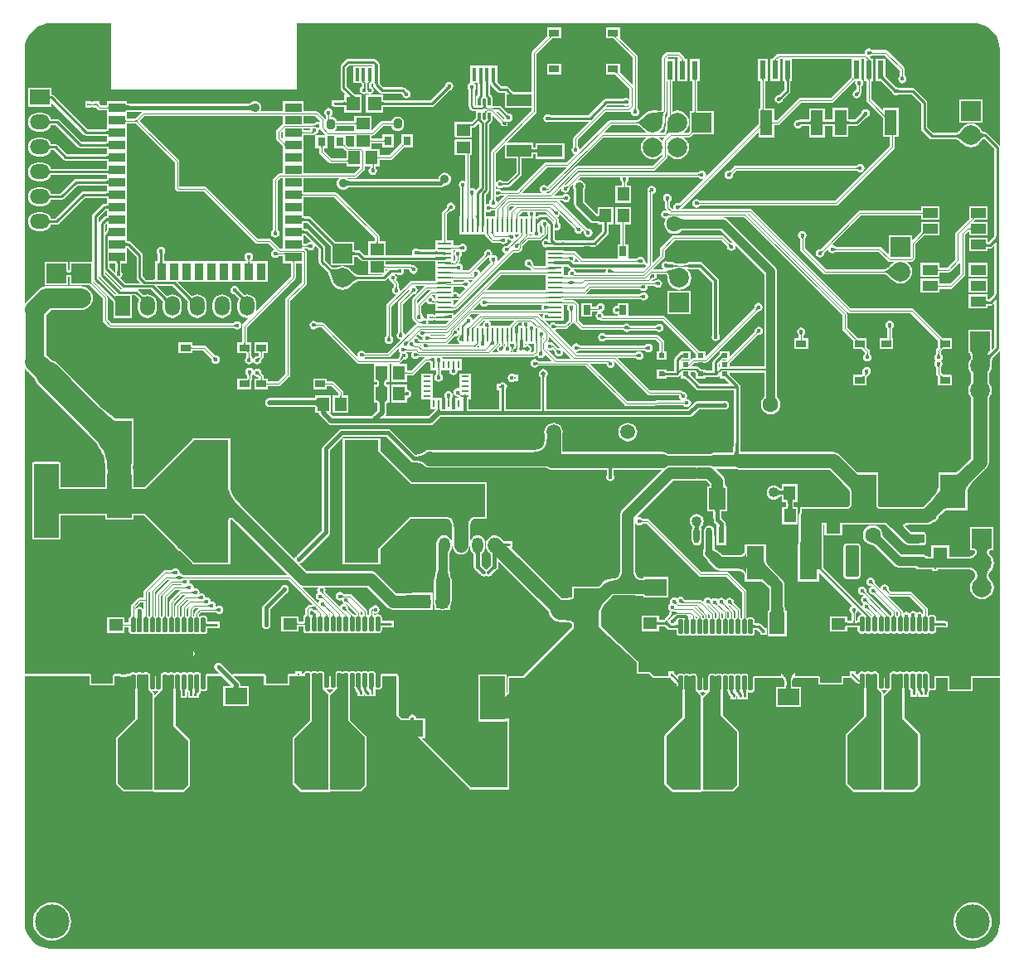
<source format=gtl>
G04*
G04 #@! TF.GenerationSoftware,Altium Limited,Altium Designer,18.0.7 (293)*
G04*
G04 Layer_Physical_Order=1*
G04 Layer_Color=255*
%FSLAX25Y25*%
%MOIN*%
G70*
G01*
G75*
%ADD10C,0.01000*%
%ADD11C,0.00394*%
%ADD13C,0.00787*%
%ADD15C,0.00500*%
%ADD80R,0.03937X0.02756*%
%ADD81R,0.02362X0.01968*%
%ADD82R,0.20709X0.12598*%
G04:AMPARAMS|DCode=83|XSize=59.06mil|YSize=17.72mil|CornerRadius=4.43mil|HoleSize=0mil|Usage=FLASHONLY|Rotation=270.000|XOffset=0mil|YOffset=0mil|HoleType=Round|Shape=RoundedRectangle|*
%AMROUNDEDRECTD83*
21,1,0.05906,0.00886,0,0,270.0*
21,1,0.05020,0.01772,0,0,270.0*
1,1,0.00886,-0.00443,-0.02510*
1,1,0.00886,-0.00443,0.02510*
1,1,0.00886,0.00443,0.02510*
1,1,0.00886,0.00443,-0.02510*
%
%ADD83ROUNDEDRECTD83*%
%ADD84R,0.00984X0.00984*%
%ADD85R,0.04724X0.05512*%
%ADD86R,0.01100X0.05800*%
%ADD87R,0.00984X0.00984*%
%ADD88R,0.15748X0.15748*%
%ADD89R,0.06693X0.03543*%
%ADD90R,0.03543X0.06693*%
%ADD91R,0.04902X0.10000*%
%ADD92R,0.02362X0.07480*%
%ADD93R,0.03937X0.12205*%
%ADD94R,0.05800X0.01100*%
%ADD95R,0.05512X0.04724*%
%ADD96R,0.05512X0.05512*%
%ADD97R,0.01024X0.03110*%
%ADD98R,0.03110X0.01024*%
G04:AMPARAMS|DCode=99|XSize=38.27mil|YSize=31.58mil|CornerRadius=7.89mil|HoleSize=0mil|Usage=FLASHONLY|Rotation=90.000|XOffset=0mil|YOffset=0mil|HoleType=Round|Shape=RoundedRectangle|*
%AMROUNDEDRECTD99*
21,1,0.03827,0.01579,0,0,90.0*
21,1,0.02248,0.03158,0,0,90.0*
1,1,0.01579,0.00789,0.01124*
1,1,0.01579,0.00789,-0.01124*
1,1,0.01579,-0.00789,-0.01124*
1,1,0.01579,-0.00789,0.01124*
%
%ADD99ROUNDEDRECTD99*%
%ADD100R,0.03158X0.03827*%
%ADD101R,0.05906X0.03937*%
%ADD102R,0.02756X0.03937*%
%ADD103R,0.10000X0.04902*%
G04:AMPARAMS|DCode=104|XSize=29.53mil|YSize=13.78mil|CornerRadius=0.55mil|HoleSize=0mil|Usage=FLASHONLY|Rotation=90.000|XOffset=0mil|YOffset=0mil|HoleType=Round|Shape=RoundedRectangle|*
%AMROUNDEDRECTD104*
21,1,0.02953,0.01268,0,0,90.0*
21,1,0.02843,0.01378,0,0,90.0*
1,1,0.00110,0.00634,0.01421*
1,1,0.00110,0.00634,-0.01421*
1,1,0.00110,-0.00634,-0.01421*
1,1,0.00110,-0.00634,0.01421*
%
%ADD104ROUNDEDRECTD104*%
%ADD105R,0.01575X0.05315*%
%ADD106R,0.06299X0.05512*%
%ADD107R,0.07480X0.07480*%
%ADD108P,0.01392X4X180.0*%
%ADD109R,0.09843X0.13780*%
G04:AMPARAMS|DCode=110|XSize=36.61mil|YSize=51.58mil|CornerRadius=2.75mil|HoleSize=0mil|Usage=FLASHONLY|Rotation=90.000|XOffset=0mil|YOffset=0mil|HoleType=Round|Shape=RoundedRectangle|*
%AMROUNDEDRECTD110*
21,1,0.03661,0.04608,0,0,90.0*
21,1,0.03112,0.05158,0,0,90.0*
1,1,0.00549,0.02304,0.01556*
1,1,0.00549,0.02304,-0.01556*
1,1,0.00549,-0.02304,-0.01556*
1,1,0.00549,-0.02304,0.01556*
%
%ADD110ROUNDEDRECTD110*%
G04:AMPARAMS|DCode=111|XSize=127.56mil|YSize=51.58mil|CornerRadius=3.87mil|HoleSize=0mil|Usage=FLASHONLY|Rotation=90.000|XOffset=0mil|YOffset=0mil|HoleType=Round|Shape=RoundedRectangle|*
%AMROUNDEDRECTD111*
21,1,0.12756,0.04384,0,0,90.0*
21,1,0.11982,0.05158,0,0,90.0*
1,1,0.00774,0.02192,0.05991*
1,1,0.00774,0.02192,-0.05991*
1,1,0.00774,-0.02192,-0.05991*
1,1,0.00774,-0.02192,0.05991*
%
%ADD111ROUNDEDRECTD111*%
%ADD112R,0.08500X0.06500*%
%ADD113R,0.05984X0.08583*%
%ADD114R,0.07087X0.13386*%
%ADD115R,0.06500X0.08500*%
%ADD116O,0.02402X0.06299*%
%ADD117R,0.02402X0.06299*%
%ADD118R,0.09843X0.17323*%
%ADD119P,0.01392X4X90.0*%
%ADD120R,0.19134X0.13228*%
%ADD121R,0.05512X0.05472*%
%ADD122R,0.13780X0.49213*%
%ADD123C,0.05500*%
%ADD124C,0.01181*%
%ADD125C,0.00350*%
%ADD126C,0.00984*%
%ADD127C,0.03500*%
%ADD128C,0.01575*%
%ADD129C,0.01772*%
%ADD130C,0.03937*%
%ADD131C,0.05000*%
%ADD132C,0.04500*%
%ADD133C,0.01500*%
%ADD134C,0.05906*%
%ADD135C,0.07874*%
%ADD136C,0.08268*%
%ADD137C,0.07480*%
%ADD138C,0.06063*%
%ADD139C,0.09843*%
%ADD140C,0.00591*%
%ADD141C,0.04724*%
%ADD142C,0.01968*%
%ADD143C,0.02559*%
%ADD144C,0.05512*%
%ADD145C,0.02500*%
%ADD146C,0.09000*%
%ADD147C,0.01200*%
%ADD148C,0.00300*%
%ADD149C,0.07874*%
%ADD150R,0.07874X0.07874*%
%ADD151C,0.05906*%
%ADD152R,0.07874X0.07874*%
%ADD153R,0.07874X0.05906*%
%ADD154O,0.07874X0.05906*%
%ADD155R,0.05906X0.07874*%
%ADD156O,0.05906X0.07874*%
%ADD157O,0.03543X0.07087*%
%ADD158O,0.04528X0.06142*%
%ADD159R,0.04528X0.06142*%
%ADD160O,0.11811X0.13780*%
%ADD161C,0.01772*%
%ADD162C,0.06299*%
%ADD163C,0.01800*%
%ADD164C,0.01968*%
%ADD165C,0.03543*%
%ADD166C,0.04000*%
%ADD167C,0.01087*%
%ADD168C,0.13780*%
G36*
X336953Y407305D02*
X336912Y407296D01*
X336883Y407281D01*
X336866Y407261D01*
X336860Y407235D01*
X336866Y407203D01*
X336883Y407165D01*
X336912Y407122D01*
X336953Y407072D01*
X337005Y407017D01*
X336449D01*
X336391Y407072D01*
X336277Y407165D01*
X336220Y407203D01*
X336164Y407235D01*
X336109Y407261D01*
X336054Y407281D01*
X335999Y407296D01*
X335945Y407305D01*
X335892Y407307D01*
X337005D01*
X336953Y407305D01*
D02*
G37*
G36*
X311244D02*
X311190Y407296D01*
X311135Y407281D01*
X311080Y407261D01*
X311025Y407235D01*
X310969Y407203D01*
X310912Y407165D01*
X310856Y407122D01*
X310798Y407072D01*
X310740Y407017D01*
X310184D01*
X310236Y407072D01*
X310277Y407122D01*
X310306Y407165D01*
X310323Y407203D01*
X310329Y407235D01*
X310323Y407261D01*
X310306Y407281D01*
X310277Y407296D01*
X310236Y407305D01*
X310184Y407307D01*
X311297D01*
X311244Y407305D01*
D02*
G37*
G36*
X439298Y401229D02*
X439458Y401093D01*
X439536Y401038D01*
X439613Y400992D01*
X439689Y400953D01*
X439763Y400924D01*
X439836Y400903D01*
X439908Y400890D01*
X439978Y400886D01*
Y400492D01*
X439908Y400488D01*
X439836Y400475D01*
X439763Y400454D01*
X439689Y400424D01*
X439613Y400386D01*
X439536Y400340D01*
X439458Y400285D01*
X439378Y400221D01*
X439298Y400149D01*
X439215Y400069D01*
Y401309D01*
X439298Y401229D01*
D02*
G37*
G36*
X438683Y397844D02*
X438689Y397775D01*
X438699Y397714D01*
X438713Y397661D01*
X438730Y397617D01*
X438752Y397580D01*
X438778Y397552D01*
X438807Y397532D01*
X438840Y397519D01*
X438878Y397515D01*
X438091D01*
X438128Y397519D01*
X438161Y397532D01*
X438191Y397552D01*
X438216Y397580D01*
X438238Y397617D01*
X438256Y397661D01*
X438270Y397714D01*
X438279Y397775D01*
X438285Y397844D01*
X438287Y397921D01*
X438681D01*
X438683Y397844D01*
D02*
G37*
G36*
X401085D02*
X401090Y397775D01*
X401100Y397714D01*
X401114Y397661D01*
X401132Y397617D01*
X401154Y397580D01*
X401179Y397552D01*
X401209Y397532D01*
X401242Y397519D01*
X401279Y397515D01*
X400492D01*
X400529Y397519D01*
X400563Y397532D01*
X400593Y397552D01*
X400618Y397580D01*
X400640Y397617D01*
X400658Y397661D01*
X400671Y397714D01*
X400681Y397775D01*
X400687Y397844D01*
X400689Y397921D01*
X401083D01*
X401085Y397844D01*
D02*
G37*
G36*
X363896Y397642D02*
X363902Y397573D01*
X363912Y397513D01*
X363926Y397460D01*
X363944Y397415D01*
X363965Y397379D01*
X363991Y397350D01*
X364020Y397330D01*
X364054Y397318D01*
X364091Y397314D01*
X363304D01*
X363341Y397318D01*
X363375Y397330D01*
X363404Y397350D01*
X363430Y397379D01*
X363452Y397415D01*
X363469Y397460D01*
X363483Y397513D01*
X363493Y397573D01*
X363499Y397642D01*
X363501Y397720D01*
X363895D01*
X363896Y397642D01*
D02*
G37*
G36*
X337599Y392738D02*
X337558Y392729D01*
X337529Y392714D01*
X337512Y392694D01*
X337506Y392668D01*
X337512Y392636D01*
X337529Y392598D01*
X337558Y392555D01*
X337599Y392505D01*
X337651Y392450D01*
X337094D01*
X337036Y392505D01*
X336922Y392598D01*
X336866Y392636D01*
X336810Y392668D01*
X336754Y392694D01*
X336700Y392714D01*
X336645Y392729D01*
X336591Y392738D01*
X336538Y392741D01*
X337651D01*
X337599Y392738D01*
D02*
G37*
G36*
X452268Y391384D02*
X452281Y391313D01*
X452302Y391240D01*
X452331Y391165D01*
X452370Y391090D01*
X452416Y391013D01*
X452471Y390934D01*
X452535Y390855D01*
X452607Y390774D01*
X452687Y390692D01*
X451447D01*
X451527Y390774D01*
X451663Y390934D01*
X451718Y391013D01*
X451764Y391090D01*
X451802Y391165D01*
X451832Y391240D01*
X451853Y391313D01*
X451866Y391384D01*
X451870Y391454D01*
X452264D01*
X452268Y391384D01*
D02*
G37*
G36*
X288197Y390731D02*
X288198Y390633D01*
X288216Y390384D01*
X288227Y390318D01*
X288240Y390258D01*
X288256Y390207D01*
X288274Y390164D01*
X288294Y390129D01*
X288317Y390101D01*
X287077Y390101D01*
X287100Y390129D01*
X287120Y390164D01*
X287138Y390207D01*
X287154Y390258D01*
X287167Y390318D01*
X287178Y390385D01*
X287192Y390542D01*
X287197Y390731D01*
X288197Y390731D01*
D02*
G37*
G36*
X432394Y390071D02*
X432391Y390072D01*
X432383Y390066D01*
X432369Y390055D01*
X432294Y389985D01*
X432116Y389809D01*
Y390366D01*
X432170Y390423D01*
X432262Y390537D01*
X432300Y390593D01*
X432331Y390649D01*
X432358Y390704D01*
X432378Y390759D01*
X432393Y390814D01*
X432402Y390869D01*
X432406Y390923D01*
X432394Y390071D01*
D02*
G37*
G36*
X438840Y390079D02*
X438807Y390067D01*
X438778Y390047D01*
X438752Y390018D01*
X438730Y389982D01*
X438713Y389937D01*
X438699Y389884D01*
X438689Y389823D01*
X438683Y389754D01*
X438681Y389677D01*
X438287D01*
X438285Y389754D01*
X438279Y389823D01*
X438270Y389884D01*
X438256Y389937D01*
X438238Y389982D01*
X438216Y390018D01*
X438191Y390047D01*
X438161Y390067D01*
X438128Y390079D01*
X438091Y390083D01*
X438878D01*
X438840Y390079D01*
D02*
G37*
G36*
X396321D02*
X396287Y390067D01*
X396258Y390047D01*
X396232Y390018D01*
X396211Y389982D01*
X396193Y389937D01*
X396179Y389884D01*
X396169Y389823D01*
X396163Y389754D01*
X396161Y389677D01*
X395768D01*
X395766Y389754D01*
X395760Y389823D01*
X395750Y389884D01*
X395736Y389937D01*
X395719Y389982D01*
X395697Y390018D01*
X395671Y390047D01*
X395642Y390067D01*
X395608Y390079D01*
X395571Y390083D01*
X396358D01*
X396321Y390079D01*
D02*
G37*
G36*
X368975Y389877D02*
X368942Y389865D01*
X368912Y389845D01*
X368887Y389817D01*
X368865Y389780D01*
X368847Y389735D01*
X368833Y389683D01*
X368824Y389622D01*
X368818Y389553D01*
X368816Y389476D01*
X368422D01*
X368420Y389553D01*
X368414Y389622D01*
X368404Y389683D01*
X368390Y389735D01*
X368373Y389780D01*
X368351Y389817D01*
X368326Y389845D01*
X368296Y389865D01*
X368263Y389877D01*
X368225Y389881D01*
X369013D01*
X368975Y389877D01*
D02*
G37*
G36*
X359133D02*
X359099Y389865D01*
X359070Y389845D01*
X359044Y389817D01*
X359022Y389780D01*
X359005Y389735D01*
X358991Y389683D01*
X358981Y389622D01*
X358975Y389553D01*
X358973Y389476D01*
X358579D01*
X358578Y389553D01*
X358572Y389622D01*
X358562Y389683D01*
X358548Y389735D01*
X358530Y389780D01*
X358509Y389817D01*
X358483Y389845D01*
X358453Y389865D01*
X358420Y389877D01*
X358383Y389881D01*
X359170D01*
X359133Y389877D01*
D02*
G37*
G36*
X444519Y391386D02*
X444491Y391296D01*
Y391192D01*
X444519Y391073D01*
X444575Y390941D01*
X444658Y390795D01*
X444769Y390635D01*
X444909Y390461D01*
X445271Y390071D01*
X444575Y389375D01*
X444373Y389570D01*
X444011Y389876D01*
X443851Y389987D01*
X443705Y390071D01*
X443572Y390127D01*
X443454Y390155D01*
X443350D01*
X443259Y390127D01*
X443183Y390071D01*
X444575Y391463D01*
X444519Y391386D01*
D02*
G37*
G36*
X406698Y390073D02*
X406614Y390043D01*
X406540Y389993D01*
X406476Y389924D01*
X406422Y389834D01*
X406378Y389724D01*
X406344Y389595D01*
X406319Y389445D01*
X406304Y389276D01*
X406299Y389087D01*
X405315D01*
X405310Y389276D01*
X405295Y389445D01*
X405271Y389595D01*
X405236Y389724D01*
X405192Y389834D01*
X405138Y389924D01*
X405074Y389993D01*
X405000Y390043D01*
X404916Y390073D01*
X404823Y390083D01*
X406791D01*
X406698Y390073D01*
D02*
G37*
G36*
X288420Y389275D02*
X288373Y389248D01*
X288332Y389203D01*
X288296Y389140D01*
X288266Y389059D01*
X288241Y388960D01*
X288222Y388844D01*
X288208Y388709D01*
X288197Y388386D01*
X287197D01*
X287194Y388556D01*
X287172Y388844D01*
X287153Y388960D01*
X287128Y389059D01*
X287098Y389140D01*
X287062Y389203D01*
X287021Y389248D01*
X286974Y389275D01*
X286922Y389284D01*
X288472D01*
X288420Y389275D01*
D02*
G37*
G36*
X285861Y389274D02*
X285814Y389244D01*
X285773Y389194D01*
X285737Y389124D01*
X285707Y389034D01*
X285682Y388924D01*
X285663Y388794D01*
X285649Y388644D01*
X285638Y388284D01*
X284638D01*
X284635Y388474D01*
X284613Y388794D01*
X284594Y388924D01*
X284569Y389034D01*
X284539Y389124D01*
X284503Y389194D01*
X284461Y389244D01*
X284415Y389274D01*
X284362Y389284D01*
X285913D01*
X285861Y389274D01*
D02*
G37*
G36*
X283302Y389274D02*
X283255Y389244D01*
X283214Y389194D01*
X283178Y389124D01*
X283148Y389034D01*
X283123Y388924D01*
X283103Y388794D01*
X283090Y388644D01*
X283079Y388284D01*
X282079D01*
X282076Y388474D01*
X282054Y388794D01*
X282035Y388924D01*
X282010Y389034D01*
X281980Y389124D01*
X281944Y389194D01*
X281903Y389244D01*
X281856Y389274D01*
X281803Y389284D01*
X283354D01*
X283302Y389274D01*
D02*
G37*
G36*
X435305Y387788D02*
X435170Y387628D01*
X435114Y387549D01*
X435068Y387473D01*
X435030Y387397D01*
X435000Y387323D01*
X434979Y387250D01*
X434966Y387178D01*
X434962Y387108D01*
X434569D01*
X434564Y387178D01*
X434551Y387250D01*
X434530Y387323D01*
X434501Y387397D01*
X434463Y387473D01*
X434416Y387549D01*
X434361Y387628D01*
X434298Y387707D01*
X434226Y387788D01*
X434145Y387871D01*
X435385D01*
X435305Y387788D01*
D02*
G37*
G36*
X481037Y412583D02*
X482467Y412395D01*
X483861Y412021D01*
X485194Y411469D01*
X486444Y410747D01*
X487589Y409869D01*
X488609Y408849D01*
X489488Y407704D01*
X490209Y406454D01*
X490761Y405121D01*
X491135Y403727D01*
X491323Y402296D01*
Y401575D01*
X491323Y363255D01*
X491277Y363324D01*
X486257Y368344D01*
X485834Y368626D01*
X485751Y368643D01*
X485335Y368726D01*
X485191D01*
X485155Y368728D01*
X484986Y368758D01*
X484822Y368808D01*
X484660Y368880D01*
X484498Y368976D01*
X484333Y369099D01*
X484166Y369252D01*
X483998Y369438D01*
X483828Y369657D01*
X483789Y369715D01*
X483753Y369804D01*
X482996Y370791D01*
X482009Y371548D01*
X480859Y372024D01*
X479626Y372186D01*
X478393Y372024D01*
X477243Y371548D01*
X476257Y370791D01*
X476046Y370516D01*
X476020Y370497D01*
X475275Y369674D01*
X474947Y369356D01*
X474634Y369082D01*
X474343Y368858D01*
X474078Y368684D01*
X473841Y368559D01*
X473637Y368478D01*
X473468Y368436D01*
X473408Y368431D01*
X464418D01*
X462131Y370718D01*
Y380610D01*
X462048Y381027D01*
X462032Y381109D01*
X461749Y381533D01*
X457123Y386159D01*
X456700Y386441D01*
X456617Y386458D01*
X456201Y386541D01*
X450481D01*
X450466Y386542D01*
X450062Y386812D01*
X449588Y386907D01*
X449559Y386931D01*
X445672Y390819D01*
X445517Y390985D01*
X445413Y391115D01*
X445374Y391172D01*
Y391446D01*
X445377Y391463D01*
X445374Y391480D01*
Y398327D01*
X441437D01*
Y389272D01*
X443165D01*
X443183Y389268D01*
X443200Y389272D01*
X443474D01*
X443521Y389239D01*
X443785Y389015D01*
X447729Y385072D01*
X447739Y385060D01*
X447833Y384583D01*
X448203Y384030D01*
X448757Y383660D01*
X449409Y383530D01*
X450062Y383660D01*
X450464Y383929D01*
X450502Y383932D01*
X455660D01*
X459522Y380070D01*
Y370177D01*
X459605Y369761D01*
X459621Y369678D01*
X459904Y369255D01*
X462956Y366203D01*
X463379Y365921D01*
X463461Y365904D01*
X463878Y365821D01*
X473478D01*
X473519Y365818D01*
X473685Y365777D01*
X473905Y365697D01*
X474169Y365572D01*
X474474Y365402D01*
X474802Y365193D01*
X476043Y364250D01*
X476223Y364096D01*
X476257Y364052D01*
X476426Y363922D01*
X476507Y363853D01*
X476542Y363833D01*
X477243Y363295D01*
X478393Y362818D01*
X479626Y362656D01*
X480859Y362818D01*
X482009Y363295D01*
X482996Y364052D01*
X483753Y365039D01*
X483789Y365127D01*
X483828Y365186D01*
X483997Y365405D01*
X484166Y365590D01*
X484333Y365743D01*
X484498Y365866D01*
X484660Y365962D01*
X484822Y366034D01*
X484864Y366047D01*
X489050Y361861D01*
Y327195D01*
X489040Y327107D01*
X489017Y326987D01*
X488986Y326873D01*
X488946Y326764D01*
X488897Y326659D01*
X488839Y326557D01*
X488770Y326456D01*
X488715Y326386D01*
X486763Y324434D01*
X486319D01*
Y326279D01*
X478839D01*
Y320768D01*
X486319D01*
Y321825D01*
X487303D01*
X487720Y321908D01*
X487802Y321925D01*
X488226Y322207D01*
X489050Y323032D01*
Y304065D01*
X489040Y303977D01*
X489017Y303857D01*
X488986Y303743D01*
X488946Y303635D01*
X488897Y303530D01*
X488839Y303427D01*
X488770Y303326D01*
X488715Y303256D01*
X487058Y301600D01*
X486221D01*
Y303445D01*
X478740D01*
Y297933D01*
X486221D01*
Y298991D01*
X487598D01*
X488015Y299074D01*
X488098Y299090D01*
X488521Y299373D01*
X489050Y299902D01*
Y282332D01*
X487992Y281274D01*
Y289272D01*
X478543D01*
Y280640D01*
X478540Y280622D01*
X478543Y280605D01*
Y279823D01*
X479183D01*
X479224Y279759D01*
X479330Y279492D01*
X479439Y279076D01*
X479532Y278544D01*
X479594Y277677D01*
X479141Y277087D01*
X478665Y275938D01*
X478503Y274705D01*
X478665Y273471D01*
X479141Y272322D01*
X479700Y271594D01*
Y267973D01*
X479141Y267245D01*
X478665Y266095D01*
X478503Y264862D01*
X478665Y263629D01*
X479141Y262480D01*
X479700Y261751D01*
Y237403D01*
X477467Y235171D01*
X475552Y233387D01*
X474598Y232620D01*
X473741Y232019D01*
X473344Y231791D01*
X470544D01*
X470526Y231794D01*
X470514Y231791D01*
X466732D01*
Y225695D01*
X466449Y225043D01*
X466034Y224307D01*
X465495Y223516D01*
X464001Y221721D01*
X463596Y221300D01*
X460235Y217938D01*
X442843D01*
X442224Y218557D01*
Y231890D01*
X434196D01*
X434111Y231941D01*
X432238Y233536D01*
X431558Y234216D01*
X431558Y234216D01*
X426735Y239039D01*
X425997Y239606D01*
X425136Y239962D01*
X424213Y240084D01*
X387156D01*
X387103Y240290D01*
X387009Y240792D01*
X386838Y242784D01*
X386836Y242897D01*
Y266535D01*
X386737Y267035D01*
X386454Y267458D01*
X382967Y270945D01*
X382803Y271121D01*
X382694Y271256D01*
X382677Y271280D01*
Y271582D01*
X382680Y271600D01*
X382677Y271615D01*
Y271981D01*
X396527D01*
Y262865D01*
X396495Y262537D01*
X396463Y262350D01*
X396426Y262193D01*
X396389Y262076D01*
X396357Y262002D01*
X396355Y261999D01*
X396306Y261961D01*
X395675Y261139D01*
X395279Y260181D01*
X395143Y259154D01*
X395279Y258126D01*
X395675Y257168D01*
X396306Y256346D01*
X397129Y255715D01*
X398086Y255318D01*
X399114Y255183D01*
X400142Y255318D01*
X401100Y255715D01*
X401922Y256346D01*
X402553Y257168D01*
X402950Y258126D01*
X403085Y259154D01*
X402950Y260181D01*
X402553Y261139D01*
X401922Y261961D01*
X401873Y261999D01*
X401872Y262002D01*
X401840Y262076D01*
X401802Y262193D01*
X401765Y262350D01*
X401734Y262529D01*
X401701Y262959D01*
Y273327D01*
X401603Y273819D01*
X401701Y274311D01*
Y312697D01*
X401504Y313687D01*
X401318Y313965D01*
X400944Y314526D01*
X381751Y333719D01*
X380911Y334280D01*
X379921Y334477D01*
X363949D01*
X363641Y334505D01*
X363451Y334535D01*
X363291Y334571D01*
X363170Y334607D01*
X363102Y334634D01*
X388258D01*
X427835Y295057D01*
Y289764D01*
X427911Y289380D01*
X428129Y289054D01*
X432283Y284900D01*
Y281398D01*
X435784D01*
X435789Y281394D01*
X436989Y280194D01*
Y279573D01*
X436986Y279569D01*
X436970Y279542D01*
X436951Y279516D01*
X436858Y279405D01*
X436856Y279403D01*
X436786Y279356D01*
X436416Y278802D01*
X436286Y278150D01*
X436416Y277497D01*
X436786Y276943D01*
X437339Y276573D01*
X437992Y276444D01*
X438645Y276573D01*
X439198Y276943D01*
X439568Y277497D01*
X439698Y278150D01*
X439568Y278802D01*
X439198Y279356D01*
X439128Y279403D01*
X439119Y279412D01*
X439074Y279463D01*
X439039Y279507D01*
X439014Y279542D01*
X438998Y279569D01*
X438996Y279573D01*
Y280610D01*
X438919Y280994D01*
X438847Y281102D01*
X438702Y281320D01*
X437795Y282226D01*
Y285728D01*
X434295D01*
X434285Y285737D01*
X429842Y290179D01*
Y295472D01*
X429766Y295856D01*
X429548Y296182D01*
X389824Y335906D01*
X390431D01*
X430097Y296239D01*
X430315Y296094D01*
X430423Y296022D01*
X430807Y295945D01*
X455391D01*
X466437Y284900D01*
Y282226D01*
X465924Y281714D01*
X465707Y281388D01*
X465630Y281004D01*
Y279573D01*
X465628Y279569D01*
X465612Y279542D01*
X465593Y279516D01*
X465499Y279405D01*
X465498Y279403D01*
X465427Y279356D01*
X465058Y278802D01*
X464928Y278150D01*
X465058Y277497D01*
X465427Y276943D01*
X465488Y276903D01*
X465329Y276797D01*
X464959Y276243D01*
X464829Y275590D01*
X464959Y274938D01*
X465329Y274384D01*
X465399Y274337D01*
X465408Y274328D01*
X465453Y274277D01*
X465488Y274234D01*
X465514Y274198D01*
X465530Y274171D01*
X465532Y274167D01*
Y271654D01*
X465608Y271269D01*
X465826Y270944D01*
X466437Y270333D01*
Y266831D01*
X471949D01*
Y271161D01*
X468449D01*
X468438Y271170D01*
X467539Y272069D01*
Y274167D01*
X467541Y274171D01*
X467557Y274198D01*
X467576Y274224D01*
X467670Y274336D01*
X467671Y274337D01*
X467742Y274384D01*
X468112Y274938D01*
X468241Y275590D01*
X468112Y276243D01*
X467742Y276797D01*
X467681Y276837D01*
X467840Y276943D01*
X468210Y277497D01*
X468340Y278150D01*
X468210Y278802D01*
X467840Y279356D01*
X467770Y279403D01*
X467761Y279412D01*
X467716Y279463D01*
X467681Y279507D01*
X467656Y279542D01*
X467639Y279569D01*
X467637Y279573D01*
Y280588D01*
X468443Y281394D01*
X468448Y281398D01*
X471949D01*
Y285728D01*
X468449D01*
X468438Y285737D01*
X456517Y297658D01*
X456191Y297876D01*
X455807Y297952D01*
X431223D01*
X391556Y337619D01*
X391231Y337837D01*
X390846Y337913D01*
X363310D01*
X363398Y338099D01*
X363474Y338241D01*
X363535Y338342D01*
X363538Y338347D01*
X394189Y368998D01*
Y366653D01*
X400665D01*
Y371437D01*
X401968D01*
X402353Y371514D01*
X402678Y371731D01*
X411538Y380591D01*
X423622D01*
X424006Y380667D01*
X424332Y380885D01*
X432718Y389272D01*
X433266D01*
X433189Y389156D01*
X433059Y388503D01*
X433189Y387850D01*
X433559Y387297D01*
X433629Y387250D01*
X433638Y387241D01*
X433683Y387190D01*
X433718Y387146D01*
X433743Y387110D01*
X433760Y387084D01*
X433762Y387079D01*
Y385718D01*
X433760Y385719D01*
X433107Y385589D01*
X432553Y385219D01*
X432184Y384666D01*
X432054Y384013D01*
X432184Y383360D01*
X432553Y382806D01*
X433107Y382437D01*
X433760Y382307D01*
X434413Y382437D01*
X434966Y382806D01*
X435336Y383360D01*
X435466Y384013D01*
X435449Y384096D01*
X435450Y384108D01*
X435454Y384176D01*
X435460Y384232D01*
X435467Y384275D01*
X435475Y384306D01*
X435477Y384311D01*
X435693Y384634D01*
X435769Y385018D01*
Y387079D01*
X435771Y387084D01*
X435787Y387110D01*
X435806Y387137D01*
X435900Y387248D01*
X435901Y387250D01*
X435972Y387297D01*
X436341Y387850D01*
X436471Y388503D01*
X436341Y389156D01*
X435972Y389709D01*
X435532Y390004D01*
Y398307D01*
X436516D01*
Y389272D01*
X437481D01*
Y381622D01*
X437557Y381238D01*
X437775Y380912D01*
X444230Y374457D01*
Y366850D01*
X447126D01*
Y363211D01*
X424978Y341063D01*
X370715D01*
X370711Y341065D01*
X370684Y341081D01*
X370657Y341100D01*
X370546Y341194D01*
X370545Y341195D01*
X370498Y341265D01*
X369944Y341635D01*
X369291Y341765D01*
X368638Y341635D01*
X368085Y341265D01*
X367715Y340712D01*
X367585Y340059D01*
X367715Y339406D01*
X368085Y338853D01*
X368638Y338483D01*
X369291Y338353D01*
X369944Y338483D01*
X370498Y338853D01*
X370545Y338923D01*
X370554Y338932D01*
X370604Y338977D01*
X370648Y339012D01*
X370684Y339037D01*
X370711Y339053D01*
X370715Y339055D01*
X425394D01*
X425778Y339132D01*
X426103Y339350D01*
X448840Y362086D01*
X449057Y362411D01*
X449133Y362795D01*
Y366850D01*
X450707D01*
Y378425D01*
X444230D01*
Y377295D01*
X439488Y382038D01*
Y389272D01*
X440453D01*
Y398327D01*
X439405D01*
X439194Y398643D01*
X438809Y399028D01*
X439235Y399113D01*
X439789Y399483D01*
X439836Y399553D01*
X439845Y399562D01*
X439896Y399607D01*
X439940Y399642D01*
X439976Y399667D01*
X440002Y399683D01*
X440006Y399685D01*
X445057D01*
X451063Y393679D01*
Y391483D01*
X451061Y391479D01*
X451045Y391452D01*
X451026Y391425D01*
X450933Y391314D01*
X450931Y391312D01*
X450861Y391265D01*
X450491Y390712D01*
X450361Y390059D01*
X450491Y389406D01*
X450861Y388853D01*
X451414Y388483D01*
X452067Y388353D01*
X452720Y388483D01*
X453273Y388853D01*
X453643Y389406D01*
X453773Y390059D01*
X453643Y390712D01*
X453273Y391265D01*
X453203Y391312D01*
X453194Y391321D01*
X453149Y391372D01*
X453114Y391416D01*
X453089Y391452D01*
X453073Y391479D01*
X453070Y391483D01*
Y394094D01*
X452994Y394479D01*
X452776Y394804D01*
X446182Y401399D01*
X445857Y401616D01*
X445472Y401692D01*
X440006D01*
X440002Y401695D01*
X439976Y401711D01*
X439949Y401730D01*
X439838Y401823D01*
X439836Y401825D01*
X439789Y401895D01*
X439235Y402265D01*
X438583Y402395D01*
X437930Y402265D01*
X437376Y401895D01*
X437007Y401342D01*
X436877Y400689D01*
X436951Y400315D01*
X402165D01*
X401781Y400238D01*
X401673Y400166D01*
X401456Y400021D01*
X400176Y398741D01*
X399959Y398415D01*
X399941Y398327D01*
X398917D01*
Y389272D01*
X402854D01*
Y398307D01*
X403839D01*
Y389272D01*
X404502D01*
Y385875D01*
X402296Y383669D01*
X402285Y383659D01*
X401808Y383564D01*
X401254Y383194D01*
X400884Y382641D01*
X400755Y381988D01*
X400884Y381335D01*
X401254Y380782D01*
X401808Y380412D01*
X402461Y380282D01*
X403114Y380412D01*
X403667Y380782D01*
X404037Y381335D01*
X404131Y381809D01*
X404156Y381838D01*
X406730Y384412D01*
X407012Y384835D01*
X407029Y384918D01*
X407112Y385335D01*
Y389272D01*
X407776D01*
Y398307D01*
X431595D01*
Y390988D01*
X431585Y390977D01*
X423206Y382598D01*
X411122D01*
X410738Y382522D01*
X410630Y382449D01*
X410412Y382304D01*
X401553Y373445D01*
X400665D01*
Y378228D01*
X396968D01*
Y389272D01*
X397933D01*
Y398327D01*
X393996D01*
Y389272D01*
X394961D01*
Y378228D01*
X394189D01*
Y371838D01*
X394180Y371828D01*
X362394Y340041D01*
X362366Y340060D01*
X361713Y340190D01*
X361060Y340060D01*
X360506Y339691D01*
X360137Y339137D01*
X360007Y338484D01*
X360122Y337905D01*
X359529D01*
X358582Y338851D01*
Y340801D01*
X358584Y340805D01*
X358601Y340831D01*
X358619Y340858D01*
X358713Y340969D01*
X358715Y340971D01*
X358785Y341018D01*
X359155Y341571D01*
X359285Y342224D01*
X359155Y342877D01*
X358785Y343431D01*
X358232Y343801D01*
X357579Y343930D01*
X356926Y343801D01*
X356372Y343431D01*
X356003Y342877D01*
X355873Y342224D01*
X356003Y341571D01*
X356372Y341018D01*
X356443Y340971D01*
X356452Y340962D01*
X356497Y340911D01*
X356532Y340867D01*
X356557Y340831D01*
X356573Y340805D01*
X356575Y340801D01*
Y338436D01*
X356652Y338052D01*
X356869Y337726D01*
X357376Y337220D01*
X356791Y337336D01*
X356138Y337206D01*
X355585Y336836D01*
X355215Y336283D01*
X355085Y335630D01*
X355215Y334977D01*
X355585Y334424D01*
X356138Y334054D01*
X356791Y333924D01*
X357048Y333975D01*
X356896Y333777D01*
X356499Y332819D01*
X356364Y331791D01*
X356499Y330764D01*
X356896Y329806D01*
X357527Y328983D01*
X358349Y328352D01*
X359307Y327956D01*
X360335Y327820D01*
X361362Y327956D01*
X362320Y328352D01*
X363142Y328983D01*
X363232Y329100D01*
X363239Y329106D01*
X363267Y329124D01*
X363339Y329157D01*
X363452Y329195D01*
X363606Y329234D01*
X363781Y329266D01*
X364231Y329303D01*
X378850D01*
X383974Y324178D01*
X383921Y324214D01*
X383268Y324344D01*
X383185Y324327D01*
X383172Y324327D01*
X383104Y324331D01*
X383049Y324338D01*
X383005Y324345D01*
X382975Y324353D01*
X382970Y324354D01*
X380434Y326891D01*
X380108Y327108D01*
X379724Y327185D01*
X360138D01*
X359754Y327108D01*
X359428Y326891D01*
X354901Y322363D01*
X354683Y322038D01*
X354607Y321654D01*
Y319215D01*
X351700Y316309D01*
Y343752D01*
X351932Y343798D01*
X352486Y344168D01*
X352856Y344721D01*
X352986Y345374D01*
X352856Y346027D01*
X352486Y346580D01*
X351932Y346950D01*
X351279Y347080D01*
X350627Y346950D01*
X350073Y346580D01*
X349703Y346027D01*
X349573Y345374D01*
X349618Y345152D01*
X349614Y345101D01*
X349620Y345084D01*
X349619Y345065D01*
X349649Y344892D01*
X349657Y344837D01*
X349693Y344305D01*
Y315705D01*
X349664Y315676D01*
X349336Y316167D01*
X348783Y316537D01*
X348490Y316595D01*
X348556Y316929D01*
X348427Y317582D01*
X348057Y318135D01*
X347503Y318505D01*
X346850Y318635D01*
X346198Y318505D01*
X345644Y318135D01*
X345601Y318072D01*
X345518Y317993D01*
X345476Y317959D01*
X345436Y317930D01*
X345406Y317911D01*
X345405Y317910D01*
X323536D01*
X320799Y320647D01*
X320481Y320860D01*
X320106Y320935D01*
X315945D01*
Y321291D01*
X308570D01*
Y318616D01*
Y316716D01*
Y314958D01*
X304245D01*
X303586Y315616D01*
X303586Y315617D01*
X303578Y315652D01*
X303572Y315691D01*
X303559Y315850D01*
X303559Y315861D01*
X303576Y315945D01*
X303446Y316598D01*
X303076Y317151D01*
X302523Y317521D01*
X301870Y317651D01*
X301217Y317521D01*
X300664Y317151D01*
X300294Y316598D01*
X300164Y315945D01*
X300294Y315292D01*
X300664Y314739D01*
X301217Y314369D01*
X301870Y314239D01*
X301945Y314254D01*
X302060Y314250D01*
X302114Y314245D01*
X302163Y314237D01*
X302198Y314229D01*
X302199Y314229D01*
X303145Y313282D01*
X303366Y313135D01*
X290284D01*
X289908Y313060D01*
X289590Y312847D01*
X271884Y295142D01*
X271745Y295350D01*
Y295691D01*
X271438D01*
X271027Y295966D01*
X270374Y296096D01*
X269721Y295966D01*
X269310Y295691D01*
X264370D01*
Y295295D01*
X263681D01*
Y295571D01*
X261122D01*
Y293321D01*
X261049Y293431D01*
X260495Y293801D01*
X259842Y293930D01*
X259417Y293846D01*
X259512Y294322D01*
X259382Y294974D01*
X259012Y295528D01*
X258948Y295571D01*
X258870Y295654D01*
X258836Y295696D01*
X258807Y295736D01*
X258788Y295766D01*
X258787Y295767D01*
Y298935D01*
X260669Y300817D01*
X260727Y300528D01*
X261097Y299975D01*
X261650Y299605D01*
X262303Y299475D01*
X262515Y299517D01*
X262562Y299513D01*
X262580Y299519D01*
X262599Y299519D01*
X262909Y299570D01*
X262978Y299579D01*
X263396Y299609D01*
X264370D01*
Y298916D01*
Y297016D01*
X271745D01*
Y297350D01*
X272271D01*
X272655Y297426D01*
X272980Y297644D01*
X295683Y320347D01*
X297506D01*
X297890Y320423D01*
X298216Y320641D01*
X299143Y321568D01*
X299360Y321894D01*
X299437Y322277D01*
Y322987D01*
X301628Y325178D01*
X306398D01*
X306782Y325254D01*
X307107Y325471D01*
X308879Y327243D01*
X309096Y327569D01*
X309109Y327632D01*
X309173Y327953D01*
Y330564D01*
X309175Y330569D01*
X309191Y330595D01*
X309210Y330622D01*
X309304Y330733D01*
X309305Y330735D01*
X309376Y330782D01*
X309719Y331296D01*
Y325413D01*
X309428Y325608D01*
X308775Y325738D01*
X308122Y325608D01*
X307569Y325238D01*
X307199Y324684D01*
X307069Y324032D01*
X307199Y323379D01*
X307569Y322825D01*
X308122Y322455D01*
X308775Y322326D01*
X309428Y322455D01*
X309668Y322616D01*
X315128D01*
X315145Y322613D01*
X315163Y322616D01*
X315166D01*
X315183Y322614D01*
X315238Y322616D01*
X315945D01*
Y322649D01*
X328284D01*
X328701Y322732D01*
X328783Y322748D01*
X329207Y323031D01*
X333698Y327522D01*
X333981Y327946D01*
X333997Y328028D01*
X334080Y328445D01*
Y331496D01*
X335925D01*
Y338583D01*
X329626D01*
Y335783D01*
X329538Y335747D01*
X329392Y335708D01*
X329296Y335692D01*
X324253Y340735D01*
Y345393D01*
X324381Y345560D01*
X324639Y346182D01*
X324727Y346850D01*
X324639Y347518D01*
X324381Y348141D01*
X323971Y348675D01*
X323436Y349086D01*
X322814Y349344D01*
X322146Y349431D01*
X321478Y349344D01*
X321232Y349242D01*
X322561Y350571D01*
X338789D01*
X338778Y350554D01*
X338648Y349902D01*
X338778Y349249D01*
X339148Y348695D01*
X339218Y348648D01*
X339227Y348639D01*
X339272Y348588D01*
X339307Y348545D01*
X339333Y348509D01*
X339349Y348482D01*
X339351Y348478D01*
Y347244D01*
X336713D01*
Y340158D01*
X343012D01*
Y347244D01*
X341358D01*
Y348478D01*
X341360Y348482D01*
X341376Y348509D01*
X341395Y348535D01*
X341489Y348647D01*
X341490Y348648D01*
X341561Y348695D01*
X341931Y349249D01*
X342060Y349902D01*
X341931Y350554D01*
X341919Y350571D01*
X370033D01*
X370037Y350569D01*
X370064Y350553D01*
X370091Y350534D01*
X370202Y350440D01*
X370203Y350439D01*
X370250Y350368D01*
X370804Y349999D01*
X371457Y349869D01*
X372110Y349999D01*
X372663Y350368D01*
X373033Y350922D01*
X373163Y351575D01*
X373033Y352228D01*
X372663Y352781D01*
X372110Y353151D01*
X371457Y353281D01*
X370804Y353151D01*
X370250Y352781D01*
X370203Y352711D01*
X370194Y352702D01*
X370144Y352657D01*
X370100Y352622D01*
X370064Y352597D01*
X370037Y352580D01*
X370033Y352578D01*
X322146D01*
X321762Y352502D01*
X321654Y352430D01*
X321436Y352284D01*
X316833Y347681D01*
X316828Y347679D01*
X316798Y347672D01*
X316765Y347666D01*
X316621Y347654D01*
X316618Y347654D01*
X316535Y347671D01*
X316382Y347640D01*
X321774Y353032D01*
X351940D01*
X352324Y353108D01*
X352649Y353326D01*
X357363Y358039D01*
X357581Y358365D01*
X357593Y358429D01*
X357657Y358749D01*
Y359995D01*
X358245Y359229D01*
X359232Y358472D01*
X360381Y357996D01*
X361614Y357833D01*
X362847Y357996D01*
X363997Y358472D01*
X364984Y359229D01*
X365741Y360216D01*
X366217Y361365D01*
X366379Y362598D01*
X366217Y363832D01*
X365741Y364981D01*
X364984Y365968D01*
X364141Y366615D01*
X366417D01*
X366801Y366691D01*
X367127Y366909D01*
X368112Y367894D01*
X376142D01*
Y377343D01*
X369622D01*
Y389070D01*
X370587D01*
Y398125D01*
X366650D01*
Y389070D01*
X367615D01*
Y377343D01*
X366693D01*
Y369313D01*
X366002Y368622D01*
X364127D01*
X364944Y369249D01*
X365702Y370235D01*
X366178Y371385D01*
X366340Y372618D01*
X366178Y373851D01*
X365702Y375001D01*
X364944Y375988D01*
X363957Y376745D01*
X362808Y377221D01*
X361575Y377383D01*
X360342Y377221D01*
X359780Y376988D01*
Y389070D01*
X360745D01*
Y398125D01*
X357401D01*
Y398206D01*
X358191Y398996D01*
X361494D01*
X362365Y398125D01*
X361729D01*
Y389070D01*
X365666D01*
Y398125D01*
X364701D01*
Y398212D01*
X364625Y398596D01*
X364407Y398921D01*
X362619Y400710D01*
X362294Y400927D01*
X361910Y401004D01*
X357776D01*
X357392Y400927D01*
X357066Y400710D01*
X355688Y399332D01*
X355470Y399006D01*
X355394Y398622D01*
Y377732D01*
X355331Y377699D01*
X355134Y377628D01*
X354858Y377558D01*
X354532Y377498D01*
X352432Y377358D01*
X351926Y377358D01*
X351732Y377383D01*
X350499Y377221D01*
X349350Y376745D01*
X348363Y375988D01*
X348251Y375842D01*
X347433Y375042D01*
X346649Y374356D01*
X346321Y374103D01*
X346029Y373901D01*
X345784Y373755D01*
X345595Y373666D01*
X345476Y373628D01*
X345421Y373622D01*
X334528D01*
X334143Y373545D01*
X333818Y373328D01*
X322380Y361890D01*
X322344Y362070D01*
X321974Y362624D01*
X321904Y362671D01*
X321895Y362680D01*
X321850Y362730D01*
X321815Y362774D01*
X321790Y362810D01*
X321773Y362837D01*
X321771Y362841D01*
Y365825D01*
X332699Y376752D01*
X342126D01*
X342510Y376829D01*
X342836Y377046D01*
X343083Y377294D01*
X342979Y376772D01*
X343109Y376119D01*
X343479Y375565D01*
X344032Y375196D01*
X344685Y375066D01*
X345338Y375196D01*
X345891Y375565D01*
X346261Y376119D01*
X346391Y376772D01*
X346261Y377425D01*
X345891Y377978D01*
X345821Y378025D01*
X345812Y378034D01*
X345767Y378085D01*
X345732Y378129D01*
X345707Y378165D01*
X345691Y378191D01*
X345689Y378196D01*
Y399059D01*
X345625Y399379D01*
X345612Y399443D01*
X345395Y399769D01*
X338484Y406679D01*
Y410827D01*
X332972D01*
Y406496D01*
X335827D01*
X335837Y406488D01*
X343682Y398643D01*
Y387561D01*
X338484Y392758D01*
Y396260D01*
X332972D01*
Y391929D01*
X336473D01*
X336483Y391921D01*
X342402Y386002D01*
Y381933D01*
X342348Y382013D01*
X341795Y382383D01*
X341142Y382513D01*
X340489Y382383D01*
X340087Y382115D01*
X340049Y382112D01*
X332972D01*
X332556Y382029D01*
X332473Y382012D01*
X332050Y381730D01*
X325936Y375616D01*
X310521D01*
X310506Y375617D01*
X310102Y375887D01*
X309449Y376017D01*
X308796Y375887D01*
X308243Y375517D01*
X307873Y374964D01*
X307743Y374311D01*
X307873Y373658D01*
X308243Y373105D01*
X308796Y372735D01*
X309449Y372605D01*
X310102Y372735D01*
X310504Y373004D01*
X310542Y373006D01*
X326115D01*
X320058Y366950D01*
X319841Y366624D01*
X319764Y366240D01*
Y362841D01*
X319762Y362837D01*
X319746Y362810D01*
X319727Y362783D01*
X319633Y362672D01*
X319632Y362671D01*
X319561Y362624D01*
X319192Y362070D01*
X319062Y361417D01*
X319192Y360765D01*
X319561Y360211D01*
X320115Y359841D01*
X320296Y359805D01*
X317006Y356515D01*
X308760D01*
X308376Y356439D01*
X308050Y356221D01*
X299094Y347265D01*
X299094Y347265D01*
X297124Y345295D01*
X290696D01*
X290691Y345297D01*
X290665Y345313D01*
X290638Y345332D01*
X290527Y345426D01*
X290525Y345427D01*
X290478Y345498D01*
X289925Y345867D01*
X289272Y345997D01*
X288619Y345867D01*
X288602Y345856D01*
Y360214D01*
X292146Y363758D01*
Y358067D01*
X296829D01*
Y352327D01*
X293342Y348840D01*
X291676D01*
X291666Y348843D01*
X291655Y348848D01*
X291642Y348854D01*
X291626Y348863D01*
X291608Y348877D01*
X291601Y348882D01*
X291561Y348942D01*
X291007Y349312D01*
X290354Y349442D01*
X289702Y349312D01*
X289148Y348942D01*
X288778Y348389D01*
X288648Y347736D01*
X288778Y347083D01*
X289148Y346530D01*
X289702Y346160D01*
X290354Y346030D01*
X291007Y346160D01*
X291561Y346530D01*
X291601Y346591D01*
X291608Y346596D01*
X291626Y346609D01*
X291642Y346619D01*
X291655Y346625D01*
X291666Y346629D01*
X291676Y346632D01*
X293799D01*
X294222Y346716D01*
X294580Y346956D01*
X298714Y351090D01*
X298953Y351448D01*
X299037Y351870D01*
Y358067D01*
X303720D01*
Y359993D01*
X304646D01*
Y357870D01*
X316220D01*
Y364346D01*
X304646D01*
Y362618D01*
X303720D01*
Y364543D01*
X292931D01*
X304843Y376456D01*
X305061Y376781D01*
X305137Y377165D01*
Y400273D01*
X311360Y406496D01*
X314862D01*
Y410827D01*
X309350D01*
Y407325D01*
X303424Y401399D01*
X303207Y401073D01*
X303130Y400689D01*
Y384846D01*
X296021D01*
X295990Y384851D01*
X295924Y384868D01*
X295850Y384894D01*
X295770Y384931D01*
X295681Y384981D01*
X295586Y385044D01*
X295483Y385121D01*
X295429Y385167D01*
X293940Y386656D01*
X293514Y386941D01*
X293012Y387041D01*
X290898D01*
X289272Y388667D01*
Y388814D01*
X289273Y388816D01*
X289403Y389469D01*
X289273Y390121D01*
X289272Y390123D01*
Y395374D01*
X283563D01*
Y395374D01*
X281594D01*
Y395374D01*
X278445D01*
Y388616D01*
X278284Y388584D01*
X277731Y388214D01*
X277361Y387661D01*
X277231Y387008D01*
X277361Y386355D01*
X277731Y385802D01*
X277732Y385801D01*
X277733Y385796D01*
Y379035D01*
X277733Y379035D01*
X277824Y378575D01*
X278085Y378184D01*
X278774Y377495D01*
X279165Y377234D01*
X279626Y377142D01*
X280599D01*
X280561Y377085D01*
X280495Y376756D01*
Y374232D01*
X280381Y374101D01*
X279114Y372835D01*
X278361D01*
X278345Y372838D01*
X278327Y372835D01*
X272047D01*
Y366535D01*
X279134D01*
Y370596D01*
X279429D01*
X279834Y370676D01*
X280177Y370906D01*
X281506Y372234D01*
X281894Y371846D01*
Y346743D01*
X280484Y345332D01*
X280242Y345694D01*
X279688Y346064D01*
X279035Y346194D01*
X278383Y346064D01*
X278361Y346050D01*
Y359449D01*
X279134D01*
Y365748D01*
X272047D01*
Y359449D01*
X276354D01*
Y349008D01*
X276047Y349214D01*
X275394Y349344D01*
X274741Y349214D01*
X274187Y348844D01*
X273818Y348291D01*
X273688Y347638D01*
X273818Y346985D01*
X274187Y346431D01*
X274248Y346391D01*
X274253Y346385D01*
X274267Y346366D01*
X274276Y346350D01*
X274282Y346338D01*
X274287Y346326D01*
X274290Y346316D01*
Y334941D01*
X274020D01*
Y334159D01*
X274017Y334141D01*
X274020Y334124D01*
Y327566D01*
X284233D01*
Y327461D01*
X284309Y327077D01*
X284527Y326751D01*
X286692Y324586D01*
X287017Y324368D01*
X287402Y324292D01*
X290308D01*
X290313Y324290D01*
X290339Y324273D01*
X290366Y324255D01*
X290477Y324161D01*
X290479Y324159D01*
X290526Y324089D01*
X291079Y323719D01*
X291732Y323589D01*
X292385Y323719D01*
X292939Y324089D01*
X293308Y324642D01*
X293438Y325295D01*
X293308Y325948D01*
X293297Y325965D01*
X293343D01*
X293676Y325467D01*
X294229Y325097D01*
X294882Y324967D01*
X295313Y325053D01*
X293263Y323003D01*
X293236Y323003D01*
X293190Y323008D01*
X293109Y323021D01*
X293044Y323019D01*
X292815Y323064D01*
X292162Y322934D01*
X291609Y322565D01*
X291239Y322011D01*
X291109Y321358D01*
X291239Y320705D01*
X291609Y320152D01*
X292162Y319782D01*
X292261Y319762D01*
X288712Y316213D01*
X288719Y316225D01*
X288738Y316252D01*
X288831Y316363D01*
X288833Y316365D01*
X288903Y316412D01*
X289273Y316965D01*
X289403Y317618D01*
X289273Y318271D01*
X288903Y318824D01*
X288350Y319194D01*
X287697Y319324D01*
X287123Y319210D01*
X287238Y319783D01*
X287108Y320436D01*
X286738Y320990D01*
X286184Y321360D01*
X285531Y321490D01*
X284879Y321360D01*
X284325Y320990D01*
X283955Y320436D01*
X283825Y319783D01*
X283842Y319701D01*
X283842Y319688D01*
X283838Y319620D01*
X283832Y319564D01*
X283824Y319521D01*
X283817Y319491D01*
X283815Y319486D01*
X277486Y313157D01*
X275054D01*
X275297Y313520D01*
X275427Y314173D01*
X275297Y314826D01*
X274927Y315380D01*
X274373Y315749D01*
X273721Y315879D01*
X273444Y315824D01*
X274135Y316515D01*
X274352Y316840D01*
X274429Y317224D01*
Y318556D01*
X274431Y318561D01*
X274447Y318587D01*
X274466Y318614D01*
X274560Y318725D01*
X274561Y318727D01*
X274632Y318774D01*
X275001Y319327D01*
X275131Y319980D01*
X275029Y320493D01*
X275295Y320440D01*
X275948Y320569D01*
X276502Y320939D01*
X276871Y321493D01*
X277001Y322146D01*
X276871Y322798D01*
X276502Y323352D01*
X275948Y323722D01*
X275295Y323852D01*
X274642Y323722D01*
X274089Y323352D01*
X274042Y323282D01*
X274033Y323273D01*
X273982Y323228D01*
X273938Y323193D01*
X273902Y323167D01*
X273876Y323151D01*
X273871Y323149D01*
X271745D01*
Y323291D01*
Y325291D01*
X269061D01*
Y335752D01*
X270274Y336965D01*
X270278Y336966D01*
X270308Y336974D01*
X270341Y336979D01*
X270486Y336992D01*
X270488Y336992D01*
X270571Y336975D01*
X271224Y337105D01*
X271777Y337475D01*
X272147Y338028D01*
X272277Y338681D01*
X272147Y339334D01*
X271777Y339887D01*
X271224Y340257D01*
X270571Y340387D01*
X269918Y340257D01*
X269365Y339887D01*
X268995Y339334D01*
X268865Y338681D01*
X268881Y338598D01*
X268881Y338585D01*
X268877Y338518D01*
X268871Y338462D01*
X268863Y338419D01*
X268856Y338388D01*
X268854Y338384D01*
X267348Y336877D01*
X267130Y336552D01*
X267054Y336168D01*
Y325291D01*
X264370D01*
Y322616D01*
Y321580D01*
X257666D01*
X257652Y321582D01*
X257247Y321852D01*
X256594Y321982D01*
X255942Y321852D01*
X255388Y321482D01*
X255018Y320929D01*
X254889Y320276D01*
X255018Y319623D01*
X255223Y319316D01*
X244390D01*
Y324803D01*
X241850D01*
Y326772D01*
X241774Y327156D01*
X241701Y327264D01*
X241556Y327481D01*
X224765Y344273D01*
X224439Y344490D01*
X224055Y344566D01*
X211319D01*
Y346004D01*
Y350079D01*
X225600D01*
X225439Y349955D01*
X225028Y349420D01*
X224771Y348798D01*
X224683Y348130D01*
X224771Y347462D01*
X225028Y346839D01*
X225439Y346305D01*
X225973Y345895D01*
X226596Y345637D01*
X227264Y345549D01*
X227932Y345637D01*
X228554Y345895D01*
X229089Y346305D01*
X229106Y346327D01*
X229107Y346328D01*
X229132Y346341D01*
X229178Y346359D01*
X229243Y346379D01*
X229329Y346399D01*
X229425Y346415D01*
X229537Y346424D01*
X266437D01*
X267090Y346554D01*
X267643Y346924D01*
X267961Y347242D01*
X268110Y347222D01*
X268778Y347310D01*
X269401Y347568D01*
X269935Y347978D01*
X270346Y348513D01*
X270603Y349135D01*
X270691Y349803D01*
X270603Y350471D01*
X270346Y351094D01*
X269935Y351628D01*
X269401Y352039D01*
X268778Y352296D01*
X268110Y352384D01*
X267442Y352296D01*
X266820Y352039D01*
X266285Y351628D01*
X265875Y351094D01*
X265617Y350471D01*
X265533Y349836D01*
X229506D01*
X229435Y349844D01*
X229329Y349861D01*
X229243Y349880D01*
X229178Y349901D01*
X229132Y349919D01*
X229107Y349932D01*
X229106Y349933D01*
X229089Y349955D01*
X228927Y350079D01*
X231988D01*
X232372Y350155D01*
X232698Y350373D01*
X235650Y353326D01*
X235868Y353651D01*
X235945Y354035D01*
Y354823D01*
X238170D01*
Y354573D01*
X238168Y354569D01*
X238151Y354542D01*
X238133Y354516D01*
X238039Y354405D01*
X238037Y354403D01*
X237967Y354356D01*
X237597Y353802D01*
X237467Y353150D01*
X237597Y352497D01*
X237967Y351943D01*
X238520Y351573D01*
X239173Y351444D01*
X239826Y351573D01*
X240380Y351943D01*
X240749Y352497D01*
X240879Y353150D01*
X240749Y353802D01*
X240380Y354356D01*
X240309Y354403D01*
X240300Y354412D01*
X240255Y354463D01*
X240220Y354507D01*
X240195Y354542D01*
X240179Y354569D01*
X240177Y354573D01*
Y354823D01*
X241929D01*
Y357363D01*
X246161D01*
X246545Y357439D01*
X246871Y357657D01*
X251573Y362358D01*
X255221D01*
Y367760D01*
X250488D01*
Y364114D01*
X250479Y364103D01*
X245746Y359370D01*
X241929D01*
Y361909D01*
X235630D01*
Y361852D01*
X235573Y361910D01*
X238779D01*
Y364055D01*
X243008D01*
Y362358D01*
X247740D01*
Y367760D01*
X243008D01*
Y366063D01*
X238779D01*
Y367304D01*
X239075D01*
X239459Y367380D01*
X239784Y367598D01*
X243243Y371056D01*
X246777D01*
Y370935D01*
X246899Y370320D01*
X247248Y369798D01*
X247769Y369450D01*
X248385Y369327D01*
X249963D01*
X250579Y369450D01*
X251100Y369798D01*
X251449Y370320D01*
X251571Y370935D01*
Y373183D01*
X251449Y373798D01*
X251100Y374320D01*
X250579Y374668D01*
X249963Y374791D01*
X248385D01*
X247769Y374668D01*
X247248Y374320D01*
X246899Y373798D01*
X246777Y373183D01*
Y373063D01*
X242827D01*
X242443Y372986D01*
X242117Y372769D01*
X238779Y369431D01*
Y375295D01*
X231693D01*
Y373149D01*
X224688D01*
X224579Y373700D01*
X224230Y374221D01*
X223709Y374570D01*
X223093Y374692D01*
X222362D01*
Y375249D01*
X222364Y375254D01*
X222380Y375280D01*
X222399Y375307D01*
X222493Y375418D01*
X222494Y375420D01*
X222565Y375467D01*
X222934Y376020D01*
X223064Y376673D01*
X222934Y377326D01*
X222565Y377880D01*
X222011Y378249D01*
X221358Y378379D01*
X220705Y378249D01*
X220152Y377880D01*
X219782Y377326D01*
X219652Y376673D01*
X219782Y376020D01*
X220152Y375467D01*
X220222Y375420D01*
X220231Y375411D01*
X220276Y375360D01*
X220311Y375316D01*
X220337Y375280D01*
X220353Y375254D01*
X220355Y375249D01*
Y374187D01*
X220029Y373700D01*
X219907Y373085D01*
Y370837D01*
X219920Y370771D01*
X219901Y370790D01*
Y373721D01*
X219825Y374104D01*
X219607Y374430D01*
X217245Y376792D01*
X216919Y377010D01*
X216535Y377086D01*
X211319D01*
Y381122D01*
X203051D01*
Y377086D01*
X193903D01*
X194046Y377272D01*
X194304Y377895D01*
X194392Y378563D01*
X194304Y379231D01*
X194046Y379854D01*
X193636Y380388D01*
X193102Y380798D01*
X192479Y381056D01*
X191811Y381144D01*
X191143Y381056D01*
X190521Y380798D01*
X189986Y380388D01*
X189969Y380366D01*
X189968Y380365D01*
X189943Y380352D01*
X189897Y380334D01*
X189831Y380313D01*
X189745Y380294D01*
X189649Y380278D01*
X189538Y380269D01*
X141024D01*
X140887Y380281D01*
X140690Y380313D01*
X140545Y380352D01*
X140456Y380388D01*
X140454Y380389D01*
X140453Y380398D01*
Y381122D01*
X139671D01*
X139653Y381125D01*
X139636Y381122D01*
X132185D01*
Y379567D01*
X129825D01*
X129331Y380061D01*
Y381201D01*
X126772D01*
Y380925D01*
X126083D01*
Y381201D01*
X123524D01*
Y378642D01*
X126083D01*
Y378918D01*
X126772D01*
Y378642D01*
X127911D01*
X128700Y377853D01*
X129025Y377636D01*
X129409Y377559D01*
X132185D01*
Y376004D01*
Y371004D01*
Y369868D01*
X124497D01*
X110745Y383619D01*
X110322Y383902D01*
X110239Y383919D01*
X110039Y383958D01*
Y386437D01*
X100591D01*
Y378957D01*
X110039D01*
Y380635D01*
X123034Y367640D01*
X123457Y367358D01*
X123957Y367258D01*
X132185D01*
Y366004D01*
Y364868D01*
X122017D01*
X113265Y373619D01*
X112842Y373902D01*
X112759Y373919D01*
X112343Y374001D01*
X109944D01*
X109872Y374007D01*
X109801Y374017D01*
X109566Y374583D01*
X108967Y375364D01*
X108185Y375964D01*
X107276Y376341D01*
X106299Y376469D01*
X104331D01*
X103354Y376341D01*
X102445Y375964D01*
X101663Y375364D01*
X101064Y374583D01*
X100687Y373673D01*
X100558Y372697D01*
X100687Y371721D01*
X101064Y370811D01*
X101663Y370029D01*
X102445Y369430D01*
X103354Y369053D01*
X104331Y368924D01*
X106299D01*
X107276Y369053D01*
X108185Y369430D01*
X108967Y370029D01*
X109566Y370811D01*
X109801Y371376D01*
X109872Y371387D01*
X109944Y371392D01*
X111802D01*
X120554Y362641D01*
X120977Y362358D01*
X121476Y362258D01*
X132185D01*
Y361004D01*
Y359868D01*
X116190D01*
X112438Y363619D01*
X112015Y363902D01*
X111932Y363919D01*
X111516Y364001D01*
X109944D01*
X109872Y364007D01*
X109801Y364017D01*
X109566Y364583D01*
X108967Y365364D01*
X108185Y365964D01*
X107276Y366341D01*
X106299Y366469D01*
X104331D01*
X103354Y366341D01*
X102445Y365964D01*
X101663Y365364D01*
X101064Y364583D01*
X100687Y363673D01*
X100558Y362697D01*
X100687Y361720D01*
X101064Y360811D01*
X101663Y360029D01*
X102445Y359430D01*
X103354Y359053D01*
X104331Y358924D01*
X106299D01*
X107276Y359053D01*
X108185Y359430D01*
X108967Y360029D01*
X109566Y360811D01*
X109801Y361376D01*
X109872Y361387D01*
X109944Y361392D01*
X110975D01*
X114727Y357641D01*
X115150Y357358D01*
X115233Y357341D01*
X115650Y357258D01*
X132185D01*
Y356004D01*
Y354001D01*
X109944D01*
X109872Y354007D01*
X109801Y354017D01*
X109566Y354583D01*
X108967Y355364D01*
X108185Y355964D01*
X107276Y356341D01*
X106299Y356469D01*
X104331D01*
X103354Y356341D01*
X102445Y355964D01*
X101663Y355364D01*
X101064Y354583D01*
X100687Y353673D01*
X100558Y352697D01*
X100687Y351720D01*
X101064Y350811D01*
X101663Y350029D01*
X102445Y349430D01*
X103354Y349053D01*
X104331Y348924D01*
X106299D01*
X107276Y349053D01*
X108185Y349430D01*
X108967Y350029D01*
X109566Y350811D01*
X109801Y351376D01*
X109872Y351387D01*
X109944Y351392D01*
X132185D01*
Y351004D01*
Y349868D01*
X119823D01*
X119324Y349768D01*
X119183Y349674D01*
X118900Y349485D01*
X113416Y344001D01*
X109944D01*
X109872Y344007D01*
X109801Y344017D01*
X109566Y344583D01*
X108967Y345364D01*
X108185Y345964D01*
X107276Y346341D01*
X106299Y346469D01*
X104331D01*
X103354Y346341D01*
X102445Y345964D01*
X101663Y345364D01*
X101064Y344583D01*
X100687Y343673D01*
X100558Y342697D01*
X100687Y341721D01*
X101064Y340811D01*
X101663Y340029D01*
X102445Y339430D01*
X103354Y339053D01*
X104331Y338924D01*
X106299D01*
X107276Y339053D01*
X108185Y339430D01*
X108967Y340029D01*
X109566Y340811D01*
X109801Y341376D01*
X109872Y341387D01*
X109944Y341392D01*
X113957D01*
X114373Y341475D01*
X114456Y341492D01*
X114879Y341774D01*
X120363Y347258D01*
X132185D01*
Y346004D01*
Y344868D01*
X122992D01*
X122576Y344785D01*
X122493Y344768D01*
X122070Y344485D01*
X111586Y334001D01*
X109944D01*
X109872Y334007D01*
X109801Y334017D01*
X109566Y334583D01*
X108967Y335364D01*
X108185Y335964D01*
X107276Y336341D01*
X106299Y336469D01*
X104331D01*
X103354Y336341D01*
X102445Y335964D01*
X101663Y335364D01*
X101064Y334583D01*
X100687Y333673D01*
X100558Y332697D01*
X100687Y331720D01*
X101064Y330811D01*
X101663Y330029D01*
X102445Y329430D01*
X103354Y329053D01*
X104331Y328924D01*
X106299D01*
X107276Y329053D01*
X108185Y329430D01*
X108967Y330029D01*
X109566Y330811D01*
X109801Y331376D01*
X109872Y331387D01*
X109944Y331392D01*
X112126D01*
X112542Y331475D01*
X112625Y331492D01*
X113049Y331774D01*
X123532Y342258D01*
X132185D01*
Y341004D01*
Y339868D01*
X131280D01*
X130780Y339768D01*
X130357Y339486D01*
X126735Y335863D01*
X126452Y335440D01*
X126436Y335357D01*
X126353Y334941D01*
Y316524D01*
X117169D01*
Y313104D01*
X116618D01*
Y316524D01*
X107169D01*
Y307075D01*
X116618D01*
Y310495D01*
X117169D01*
Y307075D01*
X125199D01*
X130492Y301781D01*
Y293209D01*
X130569Y292825D01*
X130787Y292499D01*
X133050Y290235D01*
X133376Y290018D01*
X133760Y289941D01*
X183222D01*
X183226Y289939D01*
X183253Y289923D01*
X183280Y289904D01*
X183391Y289810D01*
X183392Y289809D01*
X183439Y289739D01*
X183993Y289369D01*
X184646Y289239D01*
X185299Y289369D01*
X185852Y289739D01*
X186222Y290292D01*
X186352Y290945D01*
X186222Y291598D01*
X185852Y292151D01*
X185299Y292521D01*
X184646Y292651D01*
X183993Y292521D01*
X183439Y292151D01*
X183392Y292081D01*
X183383Y292072D01*
X183333Y292027D01*
X183289Y291992D01*
X183253Y291967D01*
X183226Y291950D01*
X183222Y291948D01*
X134176D01*
X132500Y293624D01*
Y302197D01*
X132423Y302581D01*
X132351Y302689D01*
X132206Y302906D01*
X126618Y308494D01*
Y308878D01*
X126735Y308703D01*
X134510Y300929D01*
X134554Y300877D01*
X134629Y300777D01*
X134691Y300684D01*
X134739Y300597D01*
X134775Y300518D01*
X134801Y300447D01*
X134818Y300382D01*
X134823Y300350D01*
Y293996D01*
X142303D01*
Y303026D01*
X143554D01*
X145133Y301448D01*
X145179Y301394D01*
X145202Y301363D01*
X144919Y300681D01*
X144791Y299705D01*
Y297736D01*
X144919Y296760D01*
X145296Y295850D01*
X145896Y295069D01*
X146677Y294469D01*
X147587Y294092D01*
X148563Y293964D01*
X149539Y294092D01*
X150449Y294469D01*
X151231Y295069D01*
X151830Y295850D01*
X152207Y296760D01*
X152335Y297736D01*
Y299705D01*
X152207Y300681D01*
X151830Y301591D01*
X151231Y302372D01*
X150449Y302972D01*
X149539Y303349D01*
X148563Y303477D01*
X147587Y303349D01*
X147136Y303162D01*
X147054Y303224D01*
X146999Y303271D01*
X145017Y305253D01*
X144815Y305388D01*
X150050D01*
X154724Y300715D01*
X154775Y300655D01*
X154850Y300557D01*
X154894Y300489D01*
X154791Y299705D01*
Y297736D01*
X154919Y296760D01*
X155296Y295850D01*
X155895Y295069D01*
X156677Y294469D01*
X157587Y294092D01*
X158563Y293964D01*
X159539Y294092D01*
X160449Y294469D01*
X161231Y295069D01*
X161830Y295850D01*
X162207Y296760D01*
X162335Y297736D01*
Y299705D01*
X162207Y300681D01*
X161830Y301591D01*
X161231Y302372D01*
X160449Y302972D01*
X159539Y303349D01*
X158563Y303477D01*
X157587Y303349D01*
X156677Y302972D01*
X156383Y302746D01*
X152362Y306766D01*
X158672D01*
X164724Y300715D01*
X164775Y300655D01*
X164850Y300557D01*
X164894Y300489D01*
X164791Y299705D01*
Y297736D01*
X164919Y296760D01*
X165296Y295850D01*
X165895Y295069D01*
X166677Y294469D01*
X167587Y294092D01*
X168563Y293964D01*
X169539Y294092D01*
X170449Y294469D01*
X171230Y295069D01*
X171830Y295850D01*
X172207Y296760D01*
X172335Y297736D01*
Y299705D01*
X172207Y300681D01*
X171830Y301591D01*
X171230Y302372D01*
X170449Y302972D01*
X169539Y303349D01*
X168563Y303477D01*
X167587Y303349D01*
X166677Y302972D01*
X166383Y302746D01*
X160605Y308524D01*
X196811D01*
Y316791D01*
X190275D01*
Y317179D01*
X190277Y317183D01*
X190294Y317210D01*
X190312Y317236D01*
X190406Y317347D01*
X190408Y317349D01*
X190478Y317396D01*
X190848Y317950D01*
X190978Y318602D01*
X190848Y319255D01*
X190478Y319809D01*
X189925Y320179D01*
X189272Y320308D01*
X188619Y320179D01*
X188065Y319809D01*
X187696Y319255D01*
X187566Y318602D01*
X187696Y317950D01*
X188065Y317396D01*
X188136Y317349D01*
X188145Y317340D01*
X188189Y317289D01*
X188225Y317245D01*
X188250Y317209D01*
X188266Y317183D01*
X188268Y317179D01*
Y316791D01*
X155340D01*
Y319794D01*
X155341Y319809D01*
X155612Y320213D01*
X155741Y320866D01*
X155612Y321519D01*
X155242Y322073D01*
X154688Y322442D01*
X154035Y322572D01*
X153383Y322442D01*
X152829Y322073D01*
X152459Y321519D01*
X152329Y320866D01*
X152459Y320213D01*
X152728Y319811D01*
X152731Y319773D01*
Y316791D01*
X151693D01*
Y309376D01*
X148008D01*
X146777Y310607D01*
Y319193D01*
X146678Y319692D01*
X146395Y320115D01*
X142025Y324485D01*
X141602Y324768D01*
X141519Y324785D01*
X141102Y324868D01*
X140453D01*
Y326004D01*
Y331004D01*
Y336004D01*
Y341004D01*
Y346004D01*
Y351004D01*
Y356004D01*
Y361004D01*
Y366004D01*
Y371004D01*
Y372323D01*
X143658D01*
X143663Y372322D01*
X143670Y372320D01*
X143677Y372318D01*
X143683Y372315D01*
X143689Y372311D01*
X143693Y372308D01*
X159528Y356474D01*
Y346271D01*
X159604Y345887D01*
X159822Y345562D01*
X160168Y345216D01*
X160493Y344998D01*
X160557Y344985D01*
X160877Y344922D01*
X171080D01*
X191810Y324192D01*
X192136Y323974D01*
X192520Y323898D01*
X197321D01*
X199774Y321445D01*
X199347Y321360D01*
X198794Y320990D01*
X198424Y320436D01*
X198294Y319783D01*
X198424Y319131D01*
X198794Y318577D01*
X199347Y318207D01*
X200000Y318077D01*
X200653Y318207D01*
X201206Y318577D01*
X201253Y318647D01*
X201262Y318656D01*
X201313Y318701D01*
X201357Y318736D01*
X201393Y318762D01*
X201420Y318778D01*
X201424Y318780D01*
X203051D01*
Y316004D01*
X206182D01*
Y310750D01*
X192209Y296778D01*
X192335Y297736D01*
Y299705D01*
X192207Y300681D01*
X191830Y301591D01*
X191230Y302372D01*
X190449Y302972D01*
X189539Y303349D01*
X188563Y303477D01*
X187587Y303349D01*
X187392Y303268D01*
X187380Y303276D01*
X187287Y303345D01*
X187231Y303394D01*
X185342Y305283D01*
X185332Y305294D01*
X185238Y305771D01*
X184868Y306324D01*
X184314Y306694D01*
X183661Y306824D01*
X183009Y306694D01*
X182455Y306324D01*
X182085Y305771D01*
X181955Y305118D01*
X182085Y304465D01*
X182455Y303912D01*
X183009Y303542D01*
X183483Y303448D01*
X183512Y303423D01*
X185291Y301643D01*
X185315Y301616D01*
X185296Y301591D01*
X184919Y300681D01*
X184791Y299705D01*
Y297736D01*
X184919Y296760D01*
X185296Y295850D01*
X185896Y295069D01*
X186677Y294469D01*
X187587Y294092D01*
X188563Y293964D01*
X189521Y294090D01*
X186790Y291359D01*
X186573Y291034D01*
X186496Y290650D01*
Y284154D01*
X184744D01*
Y279823D01*
X188245D01*
X188250Y279819D01*
X188465Y279604D01*
Y278392D01*
X188463Y278388D01*
X188447Y278361D01*
X188428Y278335D01*
X188334Y278223D01*
X188332Y278222D01*
X188262Y278175D01*
X187892Y277621D01*
X187762Y276969D01*
X187892Y276316D01*
X188262Y275762D01*
X188816Y275392D01*
X189469Y275262D01*
X190121Y275392D01*
X190675Y275762D01*
X191045Y276316D01*
X191093Y276556D01*
X191140Y276316D01*
X191510Y275762D01*
X192064Y275392D01*
X192717Y275262D01*
X193369Y275392D01*
X193923Y275762D01*
X194293Y276316D01*
X194422Y276969D01*
X194406Y277051D01*
X194406Y277064D01*
X194410Y277132D01*
X194416Y277188D01*
X194424Y277231D01*
X194431Y277261D01*
X194433Y277266D01*
X195001Y277834D01*
X195146Y278051D01*
X195219Y278159D01*
X195295Y278543D01*
Y279823D01*
X197047D01*
Y284154D01*
X191535D01*
Y279823D01*
X193288D01*
Y278959D01*
X193014Y278685D01*
X193009Y278683D01*
X192979Y278676D01*
X192947Y278670D01*
X192802Y278658D01*
X192799Y278658D01*
X192717Y278675D01*
X192064Y278545D01*
X191510Y278175D01*
X191140Y277621D01*
X191093Y277381D01*
X191045Y277621D01*
X190675Y278175D01*
X190605Y278222D01*
X190596Y278231D01*
X190551Y278282D01*
X190515Y278326D01*
X190490Y278361D01*
X190474Y278388D01*
X190472Y278392D01*
Y280020D01*
X190396Y280404D01*
X190256Y280613D01*
Y284154D01*
X188504D01*
Y290234D01*
X207895Y309625D01*
X208112Y309951D01*
X208189Y310335D01*
Y316004D01*
X210611D01*
Y308388D01*
X204310Y302088D01*
X204093Y301762D01*
X204016Y301378D01*
Y271479D01*
X200962Y268425D01*
X197047D01*
Y269587D01*
X195295D01*
Y270374D01*
X195219Y270758D01*
X195146Y270866D01*
X195001Y271084D01*
X194433Y271652D01*
X194431Y271656D01*
X194424Y271686D01*
X194418Y271719D01*
X194406Y271864D01*
X194406Y271866D01*
X194422Y271949D01*
X194293Y272602D01*
X193923Y273155D01*
X193369Y273525D01*
X192717Y273655D01*
X192064Y273525D01*
X191510Y273155D01*
X191264Y272786D01*
X191242Y272897D01*
X190872Y273450D01*
X190318Y273820D01*
X189665Y273950D01*
X189013Y273820D01*
X188459Y273450D01*
X188089Y272897D01*
X187959Y272244D01*
X188089Y271591D01*
X188459Y271038D01*
X188529Y270991D01*
X188538Y270982D01*
X188583Y270931D01*
X188618Y270887D01*
X188644Y270851D01*
X188660Y270824D01*
X188662Y270820D01*
Y270002D01*
X188246Y269587D01*
X184744D01*
Y265256D01*
X190256D01*
Y268758D01*
X190375Y268877D01*
X190520Y269094D01*
X190593Y269203D01*
X190669Y269587D01*
Y270820D01*
X190671Y270824D01*
X190687Y270851D01*
X190706Y270878D01*
X190800Y270989D01*
X190801Y270991D01*
X190872Y271038D01*
X191118Y271407D01*
X191140Y271296D01*
X191510Y270743D01*
X192064Y270373D01*
X192717Y270243D01*
X192799Y270259D01*
X192812Y270259D01*
X192880Y270255D01*
X192936Y270249D01*
X192979Y270241D01*
X193009Y270234D01*
X193014Y270232D01*
X193288Y269958D01*
Y269587D01*
X191535D01*
Y265256D01*
X197047D01*
Y266418D01*
X201378D01*
X201762Y266494D01*
X202087Y266712D01*
X205729Y270353D01*
X205947Y270679D01*
X205960Y270743D01*
X206023Y271063D01*
Y300962D01*
X212324Y307263D01*
X212541Y307588D01*
X212554Y307652D01*
X212618Y307972D01*
Y320374D01*
X212541Y320758D01*
X212469Y320866D01*
X212324Y321084D01*
X211733Y321674D01*
X211498Y321831D01*
X212749D01*
X212754Y321829D01*
X212780Y321813D01*
X212807Y321794D01*
X212918Y321700D01*
X212920Y321699D01*
X212967Y321628D01*
X213520Y321258D01*
X214173Y321129D01*
X214826Y321258D01*
X215380Y321628D01*
X215749Y322182D01*
X215879Y322835D01*
X215808Y323194D01*
X217396Y321605D01*
Y316634D01*
X217479Y316217D01*
X217495Y316135D01*
X217778Y315711D01*
X221045Y312444D01*
X221092Y312368D01*
X222226Y309334D01*
X222349Y308935D01*
X222366Y308806D01*
X222842Y307657D01*
X223599Y306670D01*
X224586Y305913D01*
X225735Y305437D01*
X226969Y305274D01*
X228202Y305437D01*
X229351Y305913D01*
X230338Y306670D01*
X230454Y306821D01*
X230765Y307129D01*
X231539Y307822D01*
X231877Y308087D01*
X232193Y308309D01*
X232478Y308482D01*
X232730Y308608D01*
X232942Y308689D01*
X233111Y308730D01*
X233162Y308735D01*
X243504D01*
X243920Y308818D01*
X244003Y308834D01*
X244426Y309117D01*
X245441Y310131D01*
X245569Y309485D01*
X245939Y308931D01*
X246296Y308693D01*
X246452Y308460D01*
X247542Y307369D01*
Y306465D01*
X247542Y306465D01*
X247523Y306434D01*
X247500Y306402D01*
X247396Y306282D01*
X247388Y306273D01*
X247317Y306226D01*
X246948Y305673D01*
X246818Y305020D01*
X246948Y304367D01*
X247317Y303813D01*
X247871Y303444D01*
X248524Y303314D01*
X248541Y303317D01*
X244975Y299752D01*
X244763Y299433D01*
X244688Y299058D01*
Y286682D01*
X244688Y286681D01*
X244669Y286651D01*
X244645Y286619D01*
X244542Y286498D01*
X244534Y286490D01*
X244463Y286442D01*
X244093Y285889D01*
X243963Y285236D01*
X244093Y284583D01*
X244463Y284030D01*
X245016Y283660D01*
X245669Y283530D01*
X246322Y283660D01*
X246876Y284030D01*
X247245Y284583D01*
X247375Y285236D01*
X247245Y285889D01*
X246876Y286442D01*
X246812Y286485D01*
X246734Y286568D01*
X246699Y286610D01*
X246670Y286651D01*
X246651Y286681D01*
X246651Y286682D01*
Y298651D01*
X254269Y306270D01*
X253936Y305771D01*
X253806Y305118D01*
X253822Y305035D01*
X253822Y305022D01*
X253818Y304955D01*
X253812Y304899D01*
X253804Y304856D01*
X253797Y304825D01*
X253795Y304821D01*
X249832Y300858D01*
X249684Y300759D01*
X249467Y300433D01*
X249390Y300049D01*
Y288432D01*
X249388Y288428D01*
X249372Y288401D01*
X249353Y288374D01*
X249259Y288263D01*
X249258Y288261D01*
X249187Y288214D01*
X248818Y287661D01*
X248688Y287008D01*
X248818Y286355D01*
X249187Y285802D01*
X249741Y285432D01*
X250358Y285309D01*
X245066Y280017D01*
X236091D01*
X236090Y280017D01*
X236060Y280036D01*
X236028Y280059D01*
X235908Y280163D01*
X235899Y280171D01*
X235852Y280242D01*
X235298Y280612D01*
X234646Y280741D01*
X233993Y280612D01*
X233439Y280242D01*
X233069Y279688D01*
X232940Y279035D01*
X233069Y278383D01*
X233255Y278105D01*
X219607Y291753D01*
X219282Y291970D01*
X218898Y292047D01*
X216877D01*
X216873Y292049D01*
X216846Y292065D01*
X216819Y292084D01*
X216708Y292178D01*
X216706Y292179D01*
X216659Y292250D01*
X216106Y292619D01*
X215453Y292749D01*
X214800Y292619D01*
X214246Y292250D01*
X213877Y291696D01*
X213747Y291043D01*
X213877Y290390D01*
X214246Y289837D01*
X214800Y289467D01*
X215453Y289337D01*
X216106Y289467D01*
X216659Y289837D01*
X216706Y289907D01*
X216715Y289916D01*
X216766Y289961D01*
X216810Y289996D01*
X216846Y290021D01*
X216872Y290038D01*
X216877Y290040D01*
X218482D01*
X232570Y275952D01*
X232895Y275735D01*
X232959Y275722D01*
X233279Y275658D01*
X249497D01*
X249881Y275735D01*
X250206Y275952D01*
X251278Y277024D01*
X251282Y277025D01*
X251312Y277033D01*
X251345Y277038D01*
X251489Y277051D01*
X251492Y277051D01*
X251575Y277034D01*
X252228Y277164D01*
X252781Y277534D01*
X253151Y278087D01*
X253281Y278740D01*
X253151Y279393D01*
X252781Y279946D01*
X252564Y280092D01*
X252612Y280136D01*
X252654Y280171D01*
X252694Y280200D01*
X252724Y280219D01*
X252725Y280220D01*
X254914D01*
X254625Y279787D01*
X254495Y279134D01*
X254625Y278481D01*
X254995Y277927D01*
X255548Y277558D01*
X256201Y277428D01*
X256854Y277558D01*
X257407Y277927D01*
X257495Y278059D01*
X257519Y278078D01*
X257578Y278151D01*
X257621Y278198D01*
X257657Y278232D01*
X257679Y278251D01*
X260775D01*
X260745Y278245D01*
X260335D01*
X259959Y278170D01*
X259641Y277958D01*
X254515Y272832D01*
X252953D01*
Y275394D01*
X246654D01*
Y268307D01*
X252953D01*
Y270869D01*
X254921D01*
X255297Y270944D01*
X255615Y271157D01*
X260741Y276283D01*
X260800D01*
X260868Y276296D01*
X261855D01*
X261856Y276296D01*
X261886Y276277D01*
X261918Y276253D01*
X262038Y276150D01*
X262047Y276142D01*
X262094Y276071D01*
X262382Y275879D01*
Y272835D01*
X264668D01*
Y271426D01*
X264668Y271425D01*
X264649Y271395D01*
X264626Y271363D01*
X264522Y271242D01*
X264514Y271234D01*
X264443Y271187D01*
X264073Y270633D01*
X263944Y269980D01*
X264073Y269327D01*
X264443Y268774D01*
X264997Y268404D01*
X265650Y268274D01*
X266302Y268404D01*
X266856Y268774D01*
X267226Y269327D01*
X267356Y269980D01*
X267226Y270633D01*
X266856Y271187D01*
X266792Y271229D01*
X266714Y271312D01*
X266680Y271355D01*
X266650Y271395D01*
X266631Y271425D01*
X266631Y271426D01*
Y272835D01*
X269888D01*
X269849Y272638D01*
X269979Y271985D01*
X270349Y271431D01*
X270902Y271062D01*
X271555Y270932D01*
X272208Y271062D01*
X272761Y271431D01*
X273131Y271985D01*
X273261Y272638D01*
X273222Y272835D01*
X274823D01*
Y277520D01*
X267301D01*
X267239Y277832D01*
X266958Y278251D01*
X303699D01*
X304075Y278326D01*
X304393Y278538D01*
X304467Y278612D01*
X304509Y278621D01*
X304827Y278833D01*
X305141Y279147D01*
X305215Y278776D01*
X305585Y278223D01*
X306138Y277853D01*
X306791Y277723D01*
X307444Y277853D01*
X307998Y278223D01*
X308367Y278776D01*
X308474Y279312D01*
X311115Y276670D01*
X305678D01*
X305677Y276671D01*
X305647Y276690D01*
X305615Y276713D01*
X305494Y276816D01*
X305486Y276824D01*
X305439Y276895D01*
X304885Y277265D01*
X304232Y277395D01*
X303579Y277265D01*
X303026Y276895D01*
X302656Y276342D01*
X302526Y275689D01*
X302656Y275036D01*
X303026Y274483D01*
X303579Y274113D01*
X304232Y273983D01*
X304885Y274113D01*
X305439Y274483D01*
X305481Y274547D01*
X305564Y274625D01*
X305607Y274659D01*
X305647Y274688D01*
X305677Y274707D01*
X305678Y274708D01*
X324495D01*
X340448Y258755D01*
X340453Y258752D01*
X340456Y258747D01*
X340612Y258645D01*
X340766Y258542D01*
X340772Y258541D01*
X340777Y258538D01*
X340960Y258504D01*
X341142Y258468D01*
X341148Y258469D01*
X341154Y258468D01*
X364019Y258745D01*
X364020Y258745D01*
X364050Y258726D01*
X364083Y258703D01*
X364203Y258603D01*
X364246Y258538D01*
X364800Y258168D01*
X365453Y258038D01*
X366106Y258168D01*
X366659Y258538D01*
X367029Y259091D01*
X367159Y259744D01*
X367029Y260397D01*
X366659Y260950D01*
X366106Y261320D01*
X365453Y261450D01*
X365052Y261370D01*
X365084Y261392D01*
X365454Y261946D01*
X365584Y262598D01*
X365454Y263251D01*
X365084Y263805D01*
X364531Y264175D01*
X364218Y264237D01*
X364137Y264267D01*
X364135Y264267D01*
D01*
X364135D01*
X364022Y264286D01*
X363936Y264302D01*
X363774Y264343D01*
X363729Y264357D01*
X363692Y264372D01*
X363686Y264374D01*
X363489Y264572D01*
X363171Y264785D01*
X362795Y264859D01*
X350603D01*
X337605Y277857D01*
X344814D01*
X344815Y277857D01*
X344845Y277838D01*
X344877Y277815D01*
X344998Y277711D01*
X345006Y277703D01*
X345054Y277632D01*
X345607Y277262D01*
X346260Y277133D01*
X346913Y277262D01*
X347466Y277632D01*
X347836Y278186D01*
X347966Y278839D01*
X347836Y279491D01*
X347466Y280045D01*
X346913Y280415D01*
X346260Y280545D01*
X345607Y280415D01*
X345054Y280045D01*
X345011Y279981D01*
X344928Y279903D01*
X344886Y279869D01*
X344845Y279839D01*
X344815Y279820D01*
X344814Y279820D01*
X321469D01*
X320984Y280306D01*
X321519Y280412D01*
X321856Y280637D01*
X321924Y280672D01*
X322011Y280741D01*
X322073Y280782D01*
X322078Y280790D01*
X322210Y280875D01*
X322245Y280895D01*
X322275Y280908D01*
X348554D01*
X348555Y280908D01*
X348585Y280889D01*
X348618Y280866D01*
X348738Y280762D01*
X348746Y280754D01*
X348794Y280683D01*
X349347Y280314D01*
X350000Y280184D01*
X350653Y280314D01*
X351206Y280683D01*
X351576Y281237D01*
X351706Y281890D01*
X351576Y282543D01*
X351206Y283096D01*
X350653Y283466D01*
X350000Y283596D01*
X349347Y283466D01*
X348794Y283096D01*
X348751Y283032D01*
X348668Y282954D01*
X348626Y282920D01*
X348586Y282891D01*
X348555Y282872D01*
X348554Y282871D01*
X322344D01*
X322322Y282890D01*
X322286Y282925D01*
X322244Y282971D01*
X322184Y283044D01*
X322160Y283064D01*
X322073Y283194D01*
X321519Y283564D01*
X320866Y283694D01*
X320213Y283564D01*
X319660Y283194D01*
X319290Y282641D01*
X319183Y282106D01*
X312394Y288896D01*
X312919Y289246D01*
X312966Y289317D01*
X312975Y289326D01*
X313026Y289371D01*
X313070Y289406D01*
X313106Y289431D01*
X313132Y289447D01*
X313137Y289449D01*
X316732D01*
X317116Y289526D01*
X317442Y289743D01*
X319607Y291909D01*
X319825Y292234D01*
X319901Y292618D01*
Y296608D01*
X319903Y296612D01*
X319919Y296639D01*
X319938Y296665D01*
X319983Y296719D01*
Y292520D01*
X320058Y292144D01*
X320271Y291826D01*
X322731Y289365D01*
X323050Y289153D01*
X323425Y289078D01*
X339794D01*
X339795Y289077D01*
X339826Y289058D01*
X339858Y289035D01*
X339978Y288932D01*
X339986Y288924D01*
X340034Y288853D01*
X340587Y288483D01*
X341240Y288353D01*
X341893Y288483D01*
X342079Y288607D01*
X342138Y288629D01*
X342343Y288754D01*
X342411Y288792D01*
X342551Y288861D01*
X342587Y288875D01*
X342604Y288881D01*
X353017D01*
X353103Y288837D01*
X353141Y288814D01*
X353220Y288758D01*
X353223Y288754D01*
X353274Y288720D01*
X353289Y288710D01*
X353372Y288644D01*
X353440Y288609D01*
X353776Y288385D01*
X354429Y288255D01*
X355082Y288385D01*
X355635Y288754D01*
X356005Y289308D01*
X356135Y289961D01*
X356005Y290614D01*
X355635Y291167D01*
X355082Y291537D01*
X354429Y291667D01*
X353776Y291537D01*
X353223Y291167D01*
X353135Y291036D01*
X353111Y291016D01*
X353051Y290944D01*
X353009Y290897D01*
X352974Y290862D01*
X352951Y290843D01*
X342750D01*
X342743Y290851D01*
X342713Y290891D01*
X342667Y290963D01*
X342611Y291019D01*
X342446Y291265D01*
X341893Y291635D01*
X341240Y291765D01*
X340587Y291635D01*
X340034Y291265D01*
X339991Y291201D01*
X339908Y291123D01*
X339866Y291089D01*
X339826Y291060D01*
X339795Y291041D01*
X339794Y291040D01*
X323832D01*
X321946Y292926D01*
Y299114D01*
X321871Y299490D01*
X321658Y299808D01*
X320674Y300792D01*
X320356Y301005D01*
X319980Y301080D01*
X315945D01*
Y301591D01*
Y301676D01*
X346684D01*
X346685Y301676D01*
X346715Y301657D01*
X346747Y301634D01*
X346868Y301530D01*
X346876Y301522D01*
X346924Y301451D01*
X347477Y301081D01*
X348130Y300952D01*
X348783Y301081D01*
X349336Y301451D01*
X349706Y302005D01*
X349836Y302658D01*
X349706Y303310D01*
X349336Y303864D01*
X348783Y304234D01*
X348130Y304363D01*
X347477Y304234D01*
X346924Y303864D01*
X346881Y303800D01*
X346798Y303722D01*
X346756Y303687D01*
X346715Y303658D01*
X346685Y303639D01*
X346684Y303639D01*
X325007D01*
X326784Y305416D01*
X346586D01*
X346587Y305416D01*
X346617Y305397D01*
X346649Y305374D01*
X346770Y305270D01*
X346778Y305262D01*
X346825Y305191D01*
X347379Y304821D01*
X348031Y304692D01*
X348684Y304821D01*
X349238Y305191D01*
X349608Y305745D01*
X349738Y306398D01*
X349619Y306991D01*
X352329D01*
X352336Y306983D01*
X352365Y306943D01*
X352412Y306872D01*
X352468Y306815D01*
X352632Y306569D01*
X353186Y306199D01*
X353839Y306070D01*
X354491Y306199D01*
X355045Y306569D01*
X355415Y307123D01*
X355545Y307776D01*
X355415Y308429D01*
X355045Y308982D01*
X354491Y309352D01*
X353839Y309482D01*
X353186Y309352D01*
X353000Y309227D01*
X352941Y309206D01*
X352735Y309080D01*
X352667Y309043D01*
X352527Y308974D01*
X352491Y308960D01*
X352474Y308954D01*
X351123D01*
X351393Y309224D01*
X351398Y309225D01*
X351428Y309233D01*
X351460Y309239D01*
X351605Y309251D01*
X351607Y309251D01*
X351690Y309234D01*
X352343Y309364D01*
X352897Y309734D01*
X353267Y310287D01*
X353396Y310940D01*
X353267Y311593D01*
X353260Y311603D01*
X356896D01*
X357000Y311593D01*
X357075Y311568D01*
X357141Y311529D01*
X357216Y311458D01*
X357304Y311335D01*
X357398Y311148D01*
X357488Y310893D01*
X357567Y310570D01*
X357629Y310181D01*
X357640Y310067D01*
X357636Y310039D01*
X357658Y309876D01*
X357674Y309708D01*
X357678Y309693D01*
X357677Y309677D01*
X357688Y309644D01*
X357799Y308806D01*
X358275Y307657D01*
X359032Y306670D01*
X360019Y305913D01*
X361168Y305437D01*
X362402Y305274D01*
X363635Y305437D01*
X364784Y305913D01*
X365771Y306670D01*
X366528Y307657D01*
X367004Y308806D01*
X367167Y310039D01*
X367004Y311273D01*
X366528Y312422D01*
X365771Y313409D01*
X365100Y313924D01*
X365150Y313917D01*
X365224Y313902D01*
X365261Y313892D01*
X365604Y313663D01*
X366142Y313556D01*
X370383D01*
X375662Y308276D01*
Y287228D01*
X375491Y286972D01*
X375361Y286319D01*
X375491Y285666D01*
X375861Y285113D01*
X376414Y284743D01*
X377067Y284613D01*
X377720Y284743D01*
X378273Y285113D01*
X378643Y285666D01*
X378773Y286319D01*
X378643Y286972D01*
X378477Y287221D01*
X378472Y287313D01*
Y308858D01*
X378365Y309396D01*
X378060Y309852D01*
X371958Y315954D01*
X371502Y316259D01*
X370965Y316366D01*
X366142D01*
X365604Y316259D01*
X365261Y316029D01*
X365224Y316019D01*
X365174Y316009D01*
X364604Y315964D01*
X361315D01*
X361118Y315968D01*
X360831Y315991D01*
X360736Y316005D01*
X360662Y316019D01*
X360625Y316029D01*
X360282Y316259D01*
X359744Y316366D01*
X358045D01*
X357641Y316635D01*
X356988Y316765D01*
X356335Y316635D01*
X355782Y316265D01*
X355412Y315712D01*
X355282Y315059D01*
X355412Y314406D01*
X355782Y313853D01*
X356145Y313610D01*
X351840D01*
X356320Y318090D01*
X356537Y318415D01*
X356550Y318479D01*
X356614Y318799D01*
Y321238D01*
X360554Y325178D01*
X379309D01*
X381551Y322935D01*
X381553Y322931D01*
X381560Y322900D01*
X381566Y322868D01*
X381578Y322723D01*
X381578Y322721D01*
X381562Y322638D01*
X381692Y321985D01*
X382061Y321431D01*
X382615Y321062D01*
X383268Y320932D01*
X383921Y321062D01*
X384474Y321431D01*
X384844Y321985D01*
X384974Y322638D01*
X384844Y323291D01*
X384808Y323344D01*
X396527Y311625D01*
Y274389D01*
X382677D01*
Y275648D01*
X394092Y287063D01*
X394097Y287065D01*
X394127Y287072D01*
X394160Y287078D01*
X394304Y287090D01*
X394307Y287090D01*
X394390Y287073D01*
X395043Y287203D01*
X395596Y287573D01*
X395966Y288127D01*
X396096Y288779D01*
X395966Y289432D01*
X395596Y289986D01*
X395043Y290356D01*
X394390Y290486D01*
X393737Y290356D01*
X393183Y289986D01*
X392814Y289432D01*
X392684Y288779D01*
X392700Y288697D01*
X392700Y288684D01*
X392696Y288616D01*
X392690Y288560D01*
X392682Y288517D01*
X392675Y288487D01*
X392673Y288482D01*
X382677Y278486D01*
Y280610D01*
X379557D01*
X379540Y280614D01*
X379522Y280610D01*
X378740D01*
Y279886D01*
X378738Y279869D01*
X378723Y279834D01*
X378683Y279761D01*
X378618Y279661D01*
X378537Y279550D01*
X378168Y279127D01*
X376145Y277104D01*
X375862Y276680D01*
X375845Y276597D01*
X375762Y276181D01*
Y272761D01*
X373031D01*
Y273130D01*
X372254D01*
X372237Y273133D01*
X372219Y273130D01*
X371198D01*
X371126Y273180D01*
X370872Y273394D01*
X370115Y274151D01*
X369692Y274434D01*
X369193Y274533D01*
X368694Y274434D01*
X368692Y274433D01*
X366993D01*
X368526Y275965D01*
X372835D01*
X373219Y276041D01*
X373544Y276259D01*
X393896Y296610D01*
X393900Y296612D01*
X393931Y296619D01*
X393963Y296625D01*
X394108Y296637D01*
X394110Y296637D01*
X394193Y296621D01*
X394846Y296751D01*
X395399Y297120D01*
X395769Y297674D01*
X395899Y298327D01*
X395769Y298980D01*
X395399Y299533D01*
X394846Y299903D01*
X394193Y300033D01*
X393540Y299903D01*
X392987Y299533D01*
X392617Y298980D01*
X392487Y298327D01*
X392503Y298244D01*
X392503Y298231D01*
X392499Y298163D01*
X392493Y298108D01*
X392485Y298064D01*
X392478Y298034D01*
X392477Y298030D01*
X373031Y278585D01*
Y280610D01*
X370710D01*
X356714Y294607D01*
X356388Y294825D01*
X356004Y294901D01*
X341929D01*
Y299902D01*
X337598D01*
Y298773D01*
X337205Y298852D01*
X336552Y298722D01*
X335998Y298352D01*
X335629Y297798D01*
X335499Y297146D01*
X335629Y296493D01*
X335998Y295939D01*
X336552Y295569D01*
X337205Y295440D01*
X337598Y295518D01*
Y294901D01*
X332096D01*
X331990Y295436D01*
X331620Y295990D01*
X331066Y296360D01*
X330413Y296490D01*
X329761Y296360D01*
X329207Y295990D01*
X328837Y295436D01*
X328707Y294783D01*
X328837Y294131D01*
X329207Y293577D01*
X329761Y293207D01*
X330413Y293077D01*
X330677Y293130D01*
X330915Y292970D01*
X331299Y292894D01*
X355588D01*
X369094Y279388D01*
Y277972D01*
X368110D01*
X367726Y277896D01*
X367401Y277678D01*
X366831Y277108D01*
Y280610D01*
X362894D01*
Y280065D01*
X362788Y280044D01*
X362365Y279761D01*
X360593Y277989D01*
X360311Y277566D01*
X360294Y277483D01*
X360211Y277067D01*
Y272663D01*
X357185D01*
Y273130D01*
X356403D01*
X356386Y273133D01*
X356368Y273130D01*
X353248D01*
Y269587D01*
X356368D01*
X356386Y269583D01*
X356403Y269587D01*
X357185D01*
Y270054D01*
X361505D01*
X361922Y270136D01*
X362005Y270153D01*
X362428Y270436D01*
X362438Y270446D01*
X362721Y270869D01*
X362721Y270871D01*
X362894Y271044D01*
Y269587D01*
X364724D01*
X364804Y269531D01*
X365056Y269319D01*
X369156Y265219D01*
X369580Y264936D01*
X370079Y264837D01*
X384227D01*
Y242897D01*
X384225Y242776D01*
X384134Y241389D01*
X384058Y240810D01*
X383960Y240290D01*
X383845Y239841D01*
X383794Y239692D01*
X376779D01*
X376465Y239734D01*
X375643Y239626D01*
X374945Y239337D01*
X358125D01*
X357533Y239582D01*
X357496Y239611D01*
X356634Y239968D01*
X355709Y240090D01*
X315385D01*
Y246886D01*
X315455Y247055D01*
X315583Y248031D01*
X315455Y249008D01*
X315078Y249918D01*
X314478Y250699D01*
X313697Y251298D01*
X312787Y251675D01*
X311811Y251804D01*
X310835Y251675D01*
X309925Y251298D01*
X309143Y250699D01*
X308544Y249918D01*
X308167Y249008D01*
X308039Y248031D01*
X308167Y247055D01*
X308237Y246886D01*
Y245304D01*
X308201Y244615D01*
X308054Y243784D01*
X307819Y243079D01*
X307503Y242492D01*
X307107Y242007D01*
X306622Y241611D01*
X306035Y241295D01*
X305330Y241060D01*
X304499Y240913D01*
X303810Y240877D01*
X262755D01*
X262008Y240975D01*
X261083Y240854D01*
X260221Y240497D01*
X259832Y240198D01*
X259773Y240170D01*
X259462Y239937D01*
X259154Y239747D01*
X258814Y239577D01*
X258443Y239426D01*
X258039Y239297D01*
X257601Y239189D01*
X257140Y239106D01*
X256171Y239014D01*
X246312Y248872D01*
X245792Y249220D01*
X245690Y249240D01*
X245177Y249342D01*
X245177Y249342D01*
X226673D01*
X226673Y249342D01*
X226161Y249240D01*
X226059Y249220D01*
X225538Y248872D01*
X225538Y248872D01*
X219239Y242572D01*
X218891Y242052D01*
X218870Y241950D01*
X218768Y241437D01*
X218768Y241437D01*
Y208441D01*
X208572Y198244D01*
X208144Y197958D01*
X207774Y197405D01*
X207709Y197078D01*
X186442Y218346D01*
X185977Y218826D01*
X184311Y220768D01*
X183652Y221663D01*
X183096Y222521D01*
X182648Y223333D01*
X182306Y224096D01*
X182067Y224809D01*
X181928Y225469D01*
X181905Y225782D01*
Y244783D01*
X181890Y244861D01*
Y245571D01*
X181180D01*
X181102Y245586D01*
X167323D01*
X167323Y245586D01*
X167245Y245571D01*
X166535D01*
Y245131D01*
X147404Y226000D01*
X143012D01*
Y230947D01*
X143015Y230964D01*
X143012Y230978D01*
X143015Y230992D01*
X143012Y231005D01*
Y231764D01*
X142880D01*
X142727Y234476D01*
X142913D01*
Y235259D01*
X142917Y235276D01*
X142913Y235293D01*
Y235324D01*
X142915Y235334D01*
X142913Y235339D01*
Y253374D01*
X141337D01*
X141335Y253375D01*
X141330Y253374D01*
X135864D01*
X135548Y253557D01*
X133941Y254694D01*
X130104Y257981D01*
X129434Y258630D01*
X112607Y275457D01*
X111414Y276372D01*
X110026Y276947D01*
X109989Y276952D01*
X107815Y279126D01*
Y295072D01*
X109934Y297192D01*
X121894D01*
X123127Y297354D01*
X124276Y297830D01*
X125263Y298587D01*
X126021Y299574D01*
X126497Y300723D01*
X126659Y301957D01*
X126497Y303190D01*
X126021Y304339D01*
X125263Y305326D01*
X124276Y306083D01*
X123127Y306559D01*
X121894Y306722D01*
X107961D01*
X106727Y306559D01*
X105578Y306083D01*
X104591Y305326D01*
X99879Y300614D01*
X99228Y299766D01*
Y401575D01*
Y401575D01*
D01*
X99228Y402296D01*
X99416Y403727D01*
X99790Y405121D01*
X100342Y406454D01*
X101064Y407704D01*
X101942Y408849D01*
X102962Y409869D01*
X104107Y410747D01*
X105357Y411469D01*
X106690Y412021D01*
X108084Y412395D01*
X109515Y412583D01*
X133858D01*
Y385827D01*
X135926D01*
X135965Y385801D01*
X136273Y385740D01*
X207185D01*
X207492Y385801D01*
X207531Y385827D01*
X208661D01*
Y412583D01*
X480315D01*
X481037Y412583D01*
D02*
G37*
G36*
X279514Y386328D02*
X279476Y386277D01*
X279442Y386220D01*
X279412Y386158D01*
X279387Y386091D01*
X279367Y386019D01*
X279351Y385943D01*
X279340Y385861D01*
X279333Y385774D01*
X279331Y385683D01*
X278543D01*
X278541Y385774D01*
X278534Y385861D01*
X278523Y385943D01*
X278507Y386019D01*
X278487Y386091D01*
X278462Y386158D01*
X278432Y386220D01*
X278398Y386277D01*
X278360Y386328D01*
X278317Y386375D01*
X279557D01*
X279514Y386328D01*
D02*
G37*
G36*
X448931Y386412D02*
X449120Y386250D01*
X449176Y386211D01*
X449228Y386179D01*
X449277Y386154D01*
X449322Y386136D01*
X449363Y386125D01*
X449401Y386122D01*
X448524Y385245D01*
X448520Y385283D01*
X448510Y385324D01*
X448492Y385369D01*
X448467Y385417D01*
X448435Y385470D01*
X448395Y385525D01*
X448295Y385648D01*
X448233Y385715D01*
X448165Y385785D01*
X448861Y386481D01*
X448931Y386412D01*
D02*
G37*
G36*
X450071Y385832D02*
X450108Y385810D01*
X450152Y385791D01*
X450204Y385774D01*
X450264Y385760D01*
X450331Y385749D01*
X450489Y385734D01*
X450579Y385730D01*
X450677Y385728D01*
Y384744D01*
X450579Y384743D01*
X450331Y384724D01*
X450264Y384712D01*
X450204Y384698D01*
X450152Y384681D01*
X450108Y384662D01*
X450071Y384641D01*
X450042Y384616D01*
Y385856D01*
X450071Y385832D01*
D02*
G37*
G36*
X294837Y384617D02*
X294980Y384495D01*
X295122Y384387D01*
X295265Y384294D01*
X295406Y384215D01*
X295547Y384150D01*
X295688Y384100D01*
X295828Y384064D01*
X295968Y384042D01*
X296107Y384035D01*
X293279D01*
X293408Y384042D01*
X293509Y384064D01*
X293581Y384100D01*
X293624Y384150D01*
X293638Y384215D01*
X293624Y384294D01*
X293581Y384387D01*
X293509Y384495D01*
X293408Y384617D01*
X293279Y384754D01*
X294693D01*
X294837Y384617D01*
D02*
G37*
G36*
X434886Y384860D02*
X434839Y384807D01*
X434797Y384748D01*
X434761Y384681D01*
X434729Y384608D01*
X434703Y384528D01*
X434681Y384440D01*
X434665Y384346D01*
X434653Y384245D01*
X434647Y384137D01*
X434646Y384022D01*
X433769Y384899D01*
X433884Y384900D01*
X434093Y384918D01*
X434187Y384934D01*
X434275Y384956D01*
X434355Y384982D01*
X434428Y385014D01*
X434495Y385050D01*
X434554Y385092D01*
X434607Y385139D01*
X434886Y384860D01*
D02*
G37*
G36*
X109234Y383262D02*
X109252Y383247D01*
X109282Y383233D01*
X109323Y383222D01*
X109377Y383212D01*
X109442Y383204D01*
X109609Y383193D01*
X109823Y383189D01*
Y382205D01*
X109710Y382204D01*
X109377Y382182D01*
X109323Y382172D01*
X109282Y382160D01*
X109252Y382147D01*
X109234Y382131D01*
X109228Y382114D01*
Y383280D01*
X109234Y383262D01*
D02*
G37*
G36*
X403705Y382537D02*
X403637Y382467D01*
X403475Y382277D01*
X403435Y382222D01*
X403403Y382169D01*
X403378Y382121D01*
X403360Y382076D01*
X403350Y382035D01*
X403346Y381997D01*
X402469Y382874D01*
X402507Y382877D01*
X402548Y382888D01*
X402593Y382906D01*
X402642Y382930D01*
X402694Y382963D01*
X402750Y383002D01*
X402872Y383103D01*
X402939Y383164D01*
X403009Y383233D01*
X403705Y382537D01*
D02*
G37*
G36*
X340509Y380187D02*
X340480Y380211D01*
X340444Y380233D01*
X340399Y380252D01*
X340347Y380269D01*
X340288Y380283D01*
X340220Y380294D01*
X340062Y380310D01*
X339972Y380314D01*
X339874Y380315D01*
Y381299D01*
X339972Y381300D01*
X340220Y381320D01*
X340288Y381331D01*
X340347Y381345D01*
X340399Y381362D01*
X340444Y381381D01*
X340480Y381403D01*
X340509Y381427D01*
Y380187D01*
D02*
G37*
G36*
X281004Y388484D02*
X281266D01*
Y383628D01*
X281060Y383422D01*
X280775Y382996D01*
X280731Y382772D01*
X280561Y382518D01*
X280495Y382189D01*
Y379551D01*
X280141D01*
Y385796D01*
X280142Y385801D01*
X280143Y385802D01*
X280513Y386355D01*
X280643Y387008D01*
X280513Y387661D01*
X280143Y388214D01*
X279739Y388484D01*
X281004D01*
Y388484D01*
D02*
G37*
G36*
X127571Y379528D02*
X127567Y379565D01*
X127555Y379598D01*
X127536Y379628D01*
X127508Y379654D01*
X127473Y379675D01*
X127429Y379693D01*
X127378Y379707D01*
X127319Y379716D01*
X127252Y379722D01*
X127177Y379724D01*
Y380118D01*
X127252Y380120D01*
X127319Y380126D01*
X127378Y380136D01*
X127429Y380150D01*
X127473Y380167D01*
X127508Y380189D01*
X127536Y380215D01*
X127555Y380244D01*
X127567Y380278D01*
X127571Y380315D01*
Y379528D01*
D02*
G37*
G36*
X125275Y380278D02*
X125287Y380244D01*
X125308Y380215D01*
X125336Y380189D01*
X125373Y380167D01*
X125417Y380150D01*
X125470Y380136D01*
X125531Y380126D01*
X125600Y380120D01*
X125677Y380118D01*
Y379724D01*
X125600Y379722D01*
X125531Y379716D01*
X125470Y379707D01*
X125417Y379693D01*
X125373Y379675D01*
X125336Y379654D01*
X125308Y379628D01*
X125287Y379598D01*
X125275Y379565D01*
X125271Y379528D01*
Y380315D01*
X125275Y380278D01*
D02*
G37*
G36*
X128498Y379968D02*
X128488Y379933D01*
X128489Y379892D01*
X128502Y379845D01*
X128525Y379792D01*
X128560Y379733D01*
X128606Y379669D01*
X128663Y379599D01*
X128810Y379441D01*
X128531Y379163D01*
X128449Y379242D01*
X128303Y379367D01*
X128239Y379413D01*
X128180Y379447D01*
X128128Y379471D01*
X128081Y379483D01*
X128039Y379484D01*
X128004Y379474D01*
X127974Y379453D01*
X128519Y379998D01*
X128498Y379968D01*
D02*
G37*
G36*
X342402Y379451D02*
X341710Y378759D01*
X332770D01*
X333513Y379503D01*
X340070D01*
X340085Y379501D01*
X340489Y379231D01*
X341142Y379101D01*
X341795Y379231D01*
X342348Y379601D01*
X342402Y379681D01*
Y379451D01*
D02*
G37*
G36*
X284456Y378929D02*
X284474Y378866D01*
X284499Y378802D01*
X284532Y378735D01*
X284572Y378666D01*
X284620Y378594D01*
X284675Y378520D01*
X284809Y378365D01*
X284888Y378285D01*
X284609Y378006D01*
X284528Y378084D01*
X284373Y378218D01*
X284299Y378274D01*
X284228Y378322D01*
X284159Y378362D01*
X284092Y378395D01*
X284027Y378420D01*
X283965Y378438D01*
X283905Y378448D01*
X283989Y378532D01*
X283976Y378537D01*
X283946Y378543D01*
X284350Y378948D01*
X284356Y378918D01*
X284362Y378904D01*
X284446Y378989D01*
X284456Y378929D01*
D02*
G37*
G36*
X132996Y378169D02*
X132992Y378207D01*
X132980Y378240D01*
X132960Y378270D01*
X132931Y378295D01*
X132895Y378317D01*
X132850Y378335D01*
X132798Y378348D01*
X132737Y378358D01*
X132668Y378364D01*
X132591Y378366D01*
Y378760D01*
X132668Y378762D01*
X132737Y378768D01*
X132798Y378778D01*
X132850Y378791D01*
X132895Y378809D01*
X132931Y378831D01*
X132960Y378856D01*
X132980Y378886D01*
X132992Y378919D01*
X132996Y378957D01*
Y378169D01*
D02*
G37*
G36*
X135693Y377936D02*
X135595Y378018D01*
X135475Y378091D01*
X135331Y378155D01*
X135165Y378211D01*
X134975Y378259D01*
X134763Y378297D01*
X134528Y378327D01*
X133988Y378362D01*
X133684Y378366D01*
Y378760D01*
X133988Y378764D01*
X134763Y378829D01*
X134975Y378867D01*
X135165Y378915D01*
X135331Y378971D01*
X135475Y379035D01*
X135595Y379108D01*
X135693Y379190D01*
Y377936D01*
D02*
G37*
G36*
X396163Y377746D02*
X396169Y377677D01*
X396179Y377616D01*
X396193Y377563D01*
X396211Y377518D01*
X396232Y377482D01*
X396258Y377453D01*
X396287Y377433D01*
X396321Y377421D01*
X396358Y377417D01*
X395571D01*
X395608Y377421D01*
X395642Y377433D01*
X395671Y377453D01*
X395697Y377482D01*
X395719Y377518D01*
X395736Y377563D01*
X395750Y377616D01*
X395760Y377677D01*
X395766Y377746D01*
X395768Y377823D01*
X396161D01*
X396163Y377746D01*
D02*
G37*
G36*
X344886Y378097D02*
X344899Y378025D01*
X344920Y377952D01*
X344950Y377878D01*
X344988Y377802D01*
X345034Y377725D01*
X345089Y377647D01*
X345153Y377568D01*
X345225Y377486D01*
X345305Y377404D01*
X344065D01*
X344145Y377486D01*
X344281Y377647D01*
X344336Y377725D01*
X344382Y377802D01*
X344421Y377878D01*
X344450Y377952D01*
X344471Y378025D01*
X344484Y378097D01*
X344488Y378167D01*
X344882D01*
X344886Y378097D01*
D02*
G37*
G36*
X190546Y377323D02*
X190470Y377390D01*
X190381Y377450D01*
X190280Y377503D01*
X190166Y377550D01*
X190039Y377589D01*
X189900Y377621D01*
X189747Y377645D01*
X189582Y377663D01*
X189214Y377677D01*
Y379449D01*
X189404Y379452D01*
X189747Y379481D01*
X189900Y379505D01*
X190039Y379537D01*
X190166Y379576D01*
X190280Y379622D01*
X190381Y379676D01*
X190470Y379736D01*
X190546Y379803D01*
Y377323D01*
D02*
G37*
G36*
X139671Y380157D02*
X139724Y380008D01*
X139813Y379877D01*
X139937Y379763D01*
X140096Y379667D01*
X140291Y379589D01*
X140522Y379527D01*
X140787Y379484D01*
X141088Y379457D01*
X141425Y379449D01*
Y377677D01*
X141088Y377668D01*
X140787Y377642D01*
X140522Y377599D01*
X140291Y377537D01*
X140096Y377459D01*
X139937Y377363D01*
X139813Y377249D01*
X139724Y377118D01*
X139671Y376969D01*
X139653Y376803D01*
Y380323D01*
X139671Y380157D01*
D02*
G37*
G36*
X284885Y376984D02*
X284806Y376903D01*
X284684Y376762D01*
X284641Y376702D01*
X284609Y376649D01*
X284589Y376604D01*
X284580Y376564D01*
X284584Y376532D01*
X284599Y376507D01*
X284625Y376489D01*
X283961Y376791D01*
X283995Y376780D01*
X284033Y376777D01*
X284073Y376783D01*
X284118Y376797D01*
X284166Y376819D01*
X284217Y376849D01*
X284271Y376887D01*
X284329Y376933D01*
X284456Y377050D01*
X284885Y376984D01*
D02*
G37*
G36*
X368818Y376860D02*
X368824Y376791D01*
X368833Y376730D01*
X368847Y376677D01*
X368865Y376632D01*
X368887Y376596D01*
X368912Y376568D01*
X368942Y376547D01*
X368975Y376535D01*
X369013Y376531D01*
X368225D01*
X368263Y376535D01*
X368296Y376547D01*
X368326Y376568D01*
X368351Y376596D01*
X368373Y376632D01*
X368390Y376677D01*
X368404Y376730D01*
X368414Y376791D01*
X368420Y376860D01*
X368422Y376937D01*
X368816D01*
X368818Y376860D01*
D02*
G37*
G36*
X445042Y374520D02*
X445039Y374573D01*
X445030Y374627D01*
X445016Y374682D01*
X444995Y374737D01*
X444969Y374792D01*
X444937Y374848D01*
X444899Y374904D01*
X444856Y374961D01*
X444806Y375019D01*
X444751Y375077D01*
Y375633D01*
X444806Y375581D01*
X444856Y375540D01*
X444899Y375511D01*
X444937Y375494D01*
X444969Y375488D01*
X444995Y375494D01*
X445016Y375511D01*
X445030Y375540D01*
X445039Y375581D01*
X445042Y375633D01*
Y374520D01*
D02*
G37*
G36*
X221898Y375958D02*
X221762Y375798D01*
X221708Y375719D01*
X221661Y375643D01*
X221623Y375567D01*
X221593Y375493D01*
X221572Y375420D01*
X221559Y375348D01*
X221555Y375278D01*
X221161D01*
X221157Y375348D01*
X221145Y375420D01*
X221123Y375493D01*
X221094Y375567D01*
X221056Y375643D01*
X221009Y375719D01*
X220954Y375798D01*
X220890Y375877D01*
X220819Y375958D01*
X220738Y376041D01*
X221978D01*
X221898Y375958D01*
D02*
G37*
G36*
X293109Y375660D02*
X293175Y375604D01*
X293240Y375554D01*
X293306Y375511D01*
X293371Y375474D01*
X293436Y375445D01*
X293500Y375422D01*
X293565Y375406D01*
X293628Y375396D01*
X293692Y375394D01*
X292815Y374517D01*
X292812Y374580D01*
X292803Y374644D01*
X292787Y374708D01*
X292764Y374773D01*
X292734Y374838D01*
X292698Y374903D01*
X292655Y374968D01*
X292605Y375034D01*
X292549Y375100D01*
X292485Y375166D01*
X293042Y375723D01*
X293109Y375660D01*
D02*
G37*
G36*
X284432Y373972D02*
X283957Y373496D01*
X283481Y373972D01*
Y374495D01*
X283581Y374428D01*
X283957Y374353D01*
X284332Y374428D01*
X284432Y374495D01*
Y373972D01*
D02*
G37*
G36*
X146141Y376792D02*
X143693Y374345D01*
X143689Y374342D01*
X143683Y374338D01*
X143677Y374336D01*
X143670Y374333D01*
X143663Y374331D01*
X143658Y374330D01*
X140453D01*
Y376004D01*
Y376729D01*
X140454Y376737D01*
X140456Y376738D01*
X140545Y376774D01*
X140690Y376813D01*
X140887Y376845D01*
X141024Y376857D01*
X146238D01*
X146141Y376792D01*
D02*
G37*
G36*
X281482Y374182D02*
X281488Y374213D01*
X281539Y374163D01*
X282349Y373879D01*
X282297Y373891D01*
X282240Y373892D01*
X282179Y373883D01*
X282115Y373863D01*
X282046Y373832D01*
X281973Y373790D01*
X281937Y373764D01*
X281989Y373713D01*
X281954Y373706D01*
X281908Y373685D01*
X281852Y373651D01*
X281784Y373602D01*
X281617Y373464D01*
X281284Y373154D01*
X281152Y373023D01*
X280798Y373376D01*
X280929Y373509D01*
X281314Y373949D01*
X281357Y374020D01*
X281384Y374085D01*
X281394Y374139D01*
X281386Y374183D01*
X281362Y374216D01*
X281320Y374239D01*
X281482Y374182D01*
D02*
G37*
G36*
X291992Y374513D02*
X291995Y374510D01*
X291995Y374508D01*
X292125Y373855D01*
X292221Y373711D01*
X292093Y373720D01*
X292002Y373709D01*
X291942Y373705D01*
X291896Y373704D01*
X291880Y373705D01*
X288639Y376945D01*
X289560D01*
X291992Y374513D01*
D02*
G37*
G36*
X310110Y374907D02*
X310147Y374885D01*
X310191Y374866D01*
X310243Y374849D01*
X310303Y374835D01*
X310370Y374824D01*
X310528Y374808D01*
X310619Y374804D01*
X310717Y374803D01*
Y373819D01*
X310619Y373818D01*
X310370Y373798D01*
X310303Y373787D01*
X310243Y373773D01*
X310191Y373756D01*
X310147Y373737D01*
X310110Y373715D01*
X310081Y373691D01*
Y374931D01*
X310110Y374907D01*
D02*
G37*
G36*
X221557Y374184D02*
X221563Y374107D01*
X221573Y374040D01*
X221587Y373984D01*
X221604Y373938D01*
X221626Y373903D01*
X221652Y373878D01*
X221681Y373864D01*
X221715Y373859D01*
X221752Y373865D01*
X220971Y373642D01*
X221007Y373657D01*
X221040Y373681D01*
X221068Y373713D01*
X221093Y373754D01*
X221114Y373803D01*
X221131Y373861D01*
X221144Y373927D01*
X221154Y374002D01*
X221160Y374085D01*
X221161Y374177D01*
X221555Y374271D01*
X221557Y374184D01*
D02*
G37*
G36*
X139645Y373683D02*
X139658Y373650D01*
X139678Y373620D01*
X139706Y373594D01*
X139743Y373573D01*
X139787Y373555D01*
X139840Y373541D01*
X139901Y373532D01*
X139970Y373526D01*
X140047Y373524D01*
Y373130D01*
X139970Y373128D01*
X139901Y373122D01*
X139840Y373112D01*
X139787Y373098D01*
X139743Y373081D01*
X139706Y373059D01*
X139678Y373033D01*
X139658Y373004D01*
X139645Y372971D01*
X139641Y372933D01*
Y373721D01*
X139645Y373683D01*
D02*
G37*
G36*
X144651Y373605D02*
X144601Y373550D01*
X144562Y373494D01*
X144534Y373438D01*
X144518Y373382D01*
X144512Y373327D01*
X144518Y373271D01*
X144534Y373215D01*
X144562Y373160D01*
X144601Y373104D01*
X144651Y373048D01*
X144291Y372851D01*
X144235Y372904D01*
X144175Y372952D01*
X144114Y372993D01*
X144050Y373030D01*
X143984Y373060D01*
X143916Y373085D01*
X143845Y373105D01*
X143772Y373119D01*
X143697Y373127D01*
X143619Y373130D01*
Y373524D01*
X143697Y373526D01*
X143772Y373535D01*
X143845Y373549D01*
X143916Y373568D01*
X143984Y373593D01*
X144050Y373624D01*
X144114Y373660D01*
X144175Y373702D01*
X144235Y373749D01*
X144291Y373802D01*
X144651Y373605D01*
D02*
G37*
G36*
X286484Y387883D02*
X286769Y387458D01*
X289426Y384800D01*
X289852Y384516D01*
X290354Y384416D01*
X292146D01*
Y378370D01*
X303130D01*
Y377581D01*
X286889Y361339D01*
X286671Y361014D01*
X286595Y360630D01*
Y341680D01*
X286593Y341676D01*
X286577Y341649D01*
X286558Y341622D01*
X286464Y341511D01*
X286462Y341509D01*
X286392Y341462D01*
X286022Y340909D01*
X285892Y340256D01*
X285982Y339805D01*
X285531Y339895D01*
X284879Y339765D01*
X284558Y339551D01*
Y343573D01*
X285635Y344649D01*
X285919Y345075D01*
X286019Y345578D01*
Y371846D01*
X286853Y372680D01*
X287138Y373106D01*
X287182Y373330D01*
X287353Y373585D01*
X287418Y373913D01*
Y375391D01*
X290554Y372256D01*
X290555Y372253D01*
X290568Y372218D01*
X290579Y372184D01*
X290635Y371919D01*
X290649Y371823D01*
Y371823D01*
Y371823D01*
X290650Y371820D01*
X290701Y371674D01*
X290752Y371527D01*
X290753Y371526D01*
X290754Y371524D01*
X290858Y371409D01*
X290960Y371293D01*
X290962Y371292D01*
X290963Y371291D01*
X291104Y371224D01*
X291242Y371157D01*
X291244Y371157D01*
X291246Y371156D01*
X291400Y371148D01*
X291555Y371139D01*
X291557Y371139D01*
X291558Y371139D01*
X291701Y371189D01*
X291775Y371141D01*
X292150Y371066D01*
X292150Y371066D01*
X292323D01*
X292698Y371141D01*
X293017Y371353D01*
X293229Y371672D01*
X293304Y372047D01*
X293229Y372423D01*
X293017Y372741D01*
X292972Y372771D01*
X292978Y372872D01*
X292985Y372974D01*
X293048Y372932D01*
X293701Y372802D01*
X294354Y372932D01*
X294907Y373302D01*
X295277Y373855D01*
X295407Y374508D01*
X295277Y375161D01*
X294907Y375714D01*
X294354Y376084D01*
X293701Y376214D01*
X293699Y376214D01*
X293695Y376216D01*
X290911Y379001D01*
X290520Y379262D01*
X290059Y379354D01*
X290059Y379354D01*
X287500D01*
X287416Y379337D01*
X287418Y379346D01*
Y382189D01*
X287353Y382518D01*
X287182Y382772D01*
X287138Y382996D01*
X286853Y383422D01*
X286450Y383825D01*
Y388053D01*
X286484Y387883D01*
D02*
G37*
G36*
X217894Y373305D02*
Y372784D01*
X217789Y372854D01*
X217137Y372984D01*
X216484Y372854D01*
X215930Y372484D01*
X215858Y372375D01*
X215845Y372366D01*
X215787Y372298D01*
X215747Y372257D01*
X215713Y372226D01*
X215687Y372206D01*
X215685Y372204D01*
X211319D01*
Y375079D01*
X216120D01*
X217894Y373305D01*
D02*
G37*
G36*
X356322Y376930D02*
X356192Y376763D01*
X356076Y376538D01*
X355974Y376256D01*
X355887Y375915D01*
X355814Y375517D01*
X355756Y375061D01*
X355684Y373975D01*
X355669Y372657D01*
X351772Y376555D01*
X352459Y376555D01*
X354631Y376700D01*
X355030Y376773D01*
X355370Y376860D01*
X355652Y376961D01*
X355877Y377078D01*
X356044Y377208D01*
X356322Y376930D01*
D02*
G37*
G36*
X399858Y372797D02*
X399870Y372764D01*
X399890Y372734D01*
X399919Y372709D01*
X399955Y372687D01*
X400000Y372669D01*
X400053Y372656D01*
X400114Y372646D01*
X400183Y372640D01*
X400260Y372638D01*
Y372244D01*
X400183Y372242D01*
X400114Y372236D01*
X400053Y372226D01*
X400000Y372213D01*
X399955Y372195D01*
X399919Y372173D01*
X399890Y372148D01*
X399870Y372118D01*
X399858Y372085D01*
X399854Y372047D01*
Y372835D01*
X399858Y372797D01*
D02*
G37*
G36*
X291412Y373039D02*
X291472Y372999D01*
X291539Y372966D01*
X291612Y372940D01*
X291692Y372920D01*
X291779Y372907D01*
X291872Y372901D01*
X291972Y372902D01*
X292078Y372909D01*
X292192Y372923D01*
X291444Y371934D01*
X291426Y372061D01*
X291356Y372388D01*
X291328Y372479D01*
X291297Y372562D01*
X291263Y372635D01*
X291227Y372700D01*
X291188Y372756D01*
X291147Y372803D01*
X291359Y373086D01*
X291412Y373039D01*
D02*
G37*
G36*
X232504Y371752D02*
X232500Y371789D01*
X232488Y371823D01*
X232468Y371852D01*
X232439Y371878D01*
X232403Y371900D01*
X232358Y371917D01*
X232306Y371931D01*
X232245Y371941D01*
X232176Y371947D01*
X232099Y371949D01*
Y372342D01*
X232176Y372344D01*
X232245Y372350D01*
X232306Y372360D01*
X232358Y372374D01*
X232403Y372392D01*
X232439Y372413D01*
X232468Y372439D01*
X232488Y372468D01*
X232500Y372502D01*
X232504Y372539D01*
Y371752D01*
D02*
G37*
G36*
X223878Y372502D02*
X223890Y372468D01*
X223910Y372439D01*
X223939Y372413D01*
X223975Y372392D01*
X224020Y372374D01*
X224073Y372360D01*
X224134Y372350D01*
X224202Y372344D01*
X224280Y372342D01*
Y371949D01*
X224202Y371947D01*
X224134Y371941D01*
X224073Y371931D01*
X224020Y371917D01*
X223975Y371900D01*
X223939Y371878D01*
X223910Y371852D01*
X223890Y371823D01*
X223878Y371789D01*
X223874Y371752D01*
Y372539D01*
X223878Y372502D01*
D02*
G37*
G36*
X109073Y373585D02*
X109107Y373502D01*
X109164Y373428D01*
X109243Y373365D01*
X109344Y373311D01*
X109468Y373267D01*
X109615Y373233D01*
X109784Y373208D01*
X109976Y373194D01*
X110190Y373189D01*
Y372205D01*
X109976Y372200D01*
X109784Y372185D01*
X109615Y372161D01*
X109468Y372127D01*
X109344Y372083D01*
X109243Y372029D01*
X109164Y371965D01*
X109107Y371892D01*
X109073Y371809D01*
X109062Y371716D01*
Y373678D01*
X109073Y373585D01*
D02*
G37*
G36*
X247604Y371665D02*
X247600Y371703D01*
X247588Y371736D01*
X247568Y371766D01*
X247539Y371791D01*
X247503Y371813D01*
X247458Y371831D01*
X247405Y371845D01*
X247344Y371854D01*
X247275Y371860D01*
X247198Y371862D01*
Y372256D01*
X247275Y372258D01*
X247344Y372264D01*
X247405Y372274D01*
X247458Y372287D01*
X247503Y372305D01*
X247539Y372327D01*
X247568Y372352D01*
X247588Y372382D01*
X247600Y372415D01*
X247604Y372453D01*
Y371665D01*
D02*
G37*
G36*
X278339Y372010D02*
X278354Y371988D01*
X278379Y371968D01*
X278414Y371951D01*
X278459Y371936D01*
X278514Y371925D01*
X278579Y371915D01*
X278654Y371909D01*
X278834Y371903D01*
Y371404D01*
X278738Y371401D01*
X278651Y371393D01*
X278575Y371381D01*
X278508Y371363D01*
X278452Y371341D01*
X278406Y371314D01*
X278370Y371281D01*
X278344Y371244D01*
X278328Y371201D01*
X278322Y371153D01*
X278334Y372035D01*
X278339Y372010D01*
D02*
G37*
G36*
X395000Y370659D02*
X394998Y370712D01*
X394989Y370752D01*
X394974Y370781D01*
X394954Y370799D01*
X394928Y370805D01*
X394896Y370799D01*
X394858Y370781D01*
X394815Y370752D01*
X394765Y370712D01*
X394710Y370659D01*
Y371216D01*
X394765Y371274D01*
X394858Y371388D01*
X394896Y371445D01*
X394928Y371501D01*
X394954Y371556D01*
X394974Y371611D01*
X394989Y371666D01*
X394998Y371720D01*
X395000Y371773D01*
Y370659D01*
D02*
G37*
G36*
X216560Y370605D02*
X216469Y370681D01*
X216293Y370809D01*
X216209Y370860D01*
X216128Y370904D01*
X216050Y370940D01*
X215974Y370968D01*
X215901Y370988D01*
X215830Y371000D01*
X215763Y371004D01*
X215727Y371398D01*
X215800Y371402D01*
X215872Y371415D01*
X215944Y371438D01*
X216017Y371468D01*
X216089Y371508D01*
X216161Y371557D01*
X216234Y371615D01*
X216307Y371681D01*
X216380Y371756D01*
X216452Y371841D01*
X216560Y370605D01*
D02*
G37*
G36*
X348921Y369862D02*
X348434Y370348D01*
X346796Y371781D01*
X346463Y372012D01*
X346161Y372191D01*
X345889Y372319D01*
X345648Y372396D01*
X345438Y372421D01*
Y372815D01*
X345648Y372840D01*
X345889Y372917D01*
X346161Y373045D01*
X346463Y373224D01*
X346796Y373455D01*
X347159Y373736D01*
X347979Y374453D01*
X348921Y375374D01*
Y369862D01*
D02*
G37*
G36*
X214073Y370043D02*
X213979Y369566D01*
X211319D01*
Y370197D01*
X214177D01*
X214073Y370043D01*
D02*
G37*
G36*
X231693Y369311D02*
X223504D01*
X223709Y369351D01*
X224230Y369700D01*
X224579Y370221D01*
X224701Y370837D01*
Y371142D01*
X231693D01*
Y369311D01*
D02*
G37*
G36*
X368049Y368693D02*
X368018Y368715D01*
X367982Y368726D01*
X367940D01*
X367893Y368715D01*
X367840Y368693D01*
X367782Y368660D01*
X367718Y368615D01*
X367648Y368560D01*
X367492Y368415D01*
X367214Y368693D01*
X367292Y368774D01*
X367414Y368919D01*
X367459Y368983D01*
X367492Y369041D01*
X367515Y369094D01*
X367526Y369141D01*
Y369183D01*
X367515Y369219D01*
X367492Y369250D01*
X368049Y368693D01*
D02*
G37*
G36*
X215302Y368575D02*
X215275Y368583D01*
X215246Y368587D01*
X215216Y368585D01*
X215184Y368578D01*
X215151Y368565D01*
X215116Y368548D01*
X215080Y368525D01*
X215042Y368496D01*
X215003Y368463D01*
X214962Y368424D01*
X214684Y368702D01*
X214722Y368743D01*
X214756Y368782D01*
X214784Y368820D01*
X214808Y368856D01*
X214825Y368891D01*
X214838Y368924D01*
X214845Y368956D01*
X214847Y368986D01*
X214843Y369015D01*
X214835Y369042D01*
X215302Y368575D01*
D02*
G37*
G36*
X357773Y375424D02*
X357448Y375001D01*
X356972Y373851D01*
X356810Y372618D01*
X356834Y372436D01*
X356821Y371292D01*
X356751Y370253D01*
X356699Y369842D01*
X356635Y369492D01*
X356565Y369216D01*
X356494Y369019D01*
X356437Y368909D01*
X356402Y368865D01*
X356080Y368543D01*
X354182D01*
X355102Y369249D01*
X355859Y370235D01*
X356335Y371385D01*
X356497Y372618D01*
X356473Y372800D01*
X356486Y373944D01*
X356556Y374984D01*
X356608Y375394D01*
X356672Y375744D01*
X356742Y376020D01*
X356813Y376217D01*
X356870Y376327D01*
X356905Y376371D01*
X357107Y376574D01*
X357325Y376899D01*
X357401Y377284D01*
Y389070D01*
X357773D01*
Y375424D01*
D02*
G37*
G36*
X345476Y371608D02*
X345595Y371570D01*
X345784Y371481D01*
X346029Y371336D01*
X346302Y371147D01*
X347886Y369762D01*
X348244Y369404D01*
X348363Y369249D01*
X349283Y368543D01*
X331872D01*
X334943Y371615D01*
X345421D01*
X345476Y371608D01*
D02*
G37*
G36*
X210511Y368919D02*
X210524Y368886D01*
X210544Y368856D01*
X210572Y368831D01*
X210609Y368809D01*
X210653Y368791D01*
X210706Y368778D01*
X210767Y368768D01*
X210836Y368762D01*
X210913Y368760D01*
Y368366D01*
X210836Y368364D01*
X210767Y368358D01*
X210706Y368348D01*
X210653Y368335D01*
X210609Y368317D01*
X210572Y368295D01*
X210544Y368270D01*
X210524Y368240D01*
X210511Y368207D01*
X210507Y368169D01*
Y368957D01*
X210511Y368919D01*
D02*
G37*
G36*
X361535Y368681D02*
X360848Y368681D01*
X358676Y368536D01*
X358278Y368463D01*
X357937Y368376D01*
X357655Y368275D01*
X357430Y368159D01*
X357263Y368028D01*
X356985Y368307D01*
X357115Y368473D01*
X357231Y368698D01*
X357333Y368980D01*
X357420Y369321D01*
X357493Y369719D01*
X357551Y370175D01*
X357623Y371261D01*
X357638Y372579D01*
X361535Y368681D01*
D02*
G37*
G36*
X218188Y369664D02*
X220191Y367661D01*
X216138D01*
Y362260D01*
X217500D01*
Y360925D01*
X217577Y360541D01*
X217794Y360216D01*
X221436Y356574D01*
X221654Y356429D01*
X221762Y356356D01*
X222146Y356280D01*
X228543D01*
Y354823D01*
X233937D01*
Y354451D01*
X231573Y352086D01*
X211319D01*
Y356004D01*
Y361004D01*
Y366004D01*
Y367560D01*
X214823D01*
X215207Y367636D01*
X215364Y367741D01*
X215650Y367684D01*
X216302Y367814D01*
X216856Y368183D01*
X217226Y368737D01*
X217356Y369390D01*
X217312Y369607D01*
X217789Y369702D01*
X218048Y369874D01*
X218188Y369664D01*
D02*
G37*
G36*
X132996Y367579D02*
X132986Y367672D01*
X132957Y367756D01*
X132907Y367830D01*
X132837Y367894D01*
X132747Y367948D01*
X132638Y367992D01*
X132508Y368027D01*
X132359Y368051D01*
X132190Y368066D01*
X132000Y368071D01*
Y369055D01*
X132190Y369060D01*
X132359Y369075D01*
X132508Y369099D01*
X132638Y369134D01*
X132747Y369178D01*
X132837Y369232D01*
X132907Y369296D01*
X132957Y369370D01*
X132986Y369454D01*
X132996Y369547D01*
Y367579D01*
D02*
G37*
G36*
X448486Y367658D02*
X448453Y367646D01*
X448423Y367625D01*
X448398Y367597D01*
X448376Y367560D01*
X448358Y367516D01*
X448345Y367463D01*
X448335Y367402D01*
X448329Y367333D01*
X448327Y367256D01*
X447933D01*
X447931Y367333D01*
X447925Y367402D01*
X447915Y367463D01*
X447902Y367516D01*
X447884Y367560D01*
X447862Y367597D01*
X447837Y367625D01*
X447807Y367646D01*
X447774Y367658D01*
X447736Y367662D01*
X448524D01*
X448486Y367658D01*
D02*
G37*
G36*
X203051Y366004D02*
Y365888D01*
X202185Y366754D01*
Y368372D01*
X203051Y369239D01*
Y366004D01*
D02*
G37*
G36*
X483175Y369189D02*
X483382Y368921D01*
X483597Y368685D01*
X483820Y368480D01*
X484052Y368307D01*
X484292Y368165D01*
X484540Y368055D01*
X484797Y367976D01*
X485062Y367929D01*
X485335Y367913D01*
Y366929D01*
X485062Y366913D01*
X484797Y366866D01*
X484540Y366787D01*
X484292Y366677D01*
X484052Y366535D01*
X483820Y366362D01*
X483597Y366158D01*
X483382Y365921D01*
X483175Y365653D01*
X482977Y365354D01*
Y369488D01*
X483175Y369189D01*
D02*
G37*
G36*
X355944Y366024D02*
X355726Y365699D01*
X355650Y365315D01*
Y365273D01*
X355102Y365988D01*
X354387Y366536D01*
X356455D01*
X355944Y366024D01*
D02*
G37*
G36*
X243819Y364665D02*
X243815Y364703D01*
X243803Y364736D01*
X243783Y364766D01*
X243754Y364791D01*
X243718Y364813D01*
X243673Y364831D01*
X243620Y364844D01*
X243560Y364854D01*
X243491Y364860D01*
X243414Y364862D01*
Y365256D01*
X243491Y365258D01*
X243560Y365264D01*
X243620Y365274D01*
X243673Y365287D01*
X243718Y365305D01*
X243754Y365327D01*
X243783Y365352D01*
X243803Y365382D01*
X243815Y365415D01*
X243819Y365453D01*
Y364665D01*
D02*
G37*
G36*
X237972Y365415D02*
X237984Y365382D01*
X238005Y365352D01*
X238033Y365327D01*
X238070Y365305D01*
X238114Y365287D01*
X238167Y365274D01*
X238228Y365264D01*
X238297Y365258D01*
X238374Y365256D01*
Y364862D01*
X238297Y364860D01*
X238228Y364854D01*
X238167Y364844D01*
X238114Y364831D01*
X238070Y364813D01*
X238033Y364791D01*
X238005Y364766D01*
X237984Y364736D01*
X237972Y364703D01*
X237968Y364665D01*
Y365453D01*
X237972Y365415D01*
D02*
G37*
G36*
X477029Y364462D02*
X476547Y364875D01*
X475262Y365852D01*
X474886Y366091D01*
X474537Y366286D01*
X474215Y366438D01*
X473919Y366547D01*
X473649Y366612D01*
X473406Y366634D01*
X473332Y367618D01*
X473601Y367641D01*
X473883Y367712D01*
X474178Y367829D01*
X474486Y367993D01*
X474808Y368203D01*
X475143Y368461D01*
X475492Y368765D01*
X475853Y369116D01*
X476616Y369958D01*
X477029Y364462D01*
D02*
G37*
G36*
X203863Y363112D02*
X203858Y363167D01*
X203845Y363225D01*
X203824Y363287D01*
X203794Y363351D01*
X203755Y363420D01*
X203708Y363491D01*
X203652Y363565D01*
X203515Y363724D01*
X203433Y363808D01*
X203572Y364226D01*
X203627Y364174D01*
X203677Y364133D01*
X203720Y364104D01*
X203758Y364087D01*
X203790Y364081D01*
X203816Y364087D01*
X203836Y364104D01*
X203851Y364133D01*
X203860Y364174D01*
X203863Y364226D01*
Y363112D01*
D02*
G37*
G36*
X251288Y363158D02*
X251285Y363166D01*
X251276Y363167D01*
X251262Y363161D01*
X251243Y363149D01*
X251218Y363130D01*
X251151Y363072D01*
X251009Y362935D01*
Y363492D01*
X251064Y363549D01*
X251156Y363663D01*
X251193Y363719D01*
X251225Y363775D01*
X251251Y363830D01*
X251272Y363886D01*
X251287Y363940D01*
X251296Y363995D01*
X251300Y364049D01*
X251288Y363158D01*
D02*
G37*
G36*
X231693Y362913D02*
X229451D01*
X228354Y364010D01*
X228350Y364015D01*
Y367304D01*
X231693D01*
Y362913D01*
D02*
G37*
G36*
X227554Y363895D02*
X227562Y363839D01*
X227576Y363784D01*
X227595Y363728D01*
X227621Y363672D01*
X227651Y363617D01*
X227687Y363561D01*
X227729Y363505D01*
X227777Y363450D01*
X227829Y363394D01*
Y362837D01*
X227777Y362889D01*
X227576Y363063D01*
X227562Y363068D01*
X227554Y363067D01*
X227551Y363059D01*
Y363951D01*
X227554Y363895D01*
D02*
G37*
G36*
X218860Y363067D02*
X218827Y363055D01*
X218797Y363035D01*
X218772Y363006D01*
X218750Y362970D01*
X218732Y362925D01*
X218719Y362873D01*
X218709Y362812D01*
X218703Y362743D01*
X218701Y362666D01*
X218307D01*
X218305Y362743D01*
X218299Y362812D01*
X218289Y362873D01*
X218276Y362925D01*
X218258Y362970D01*
X218236Y363006D01*
X218211Y363035D01*
X218181Y363055D01*
X218148Y363067D01*
X218110Y363071D01*
X218898D01*
X218860Y363067D01*
D02*
G37*
G36*
X132996Y362579D02*
X132986Y362672D01*
X132957Y362756D01*
X132907Y362830D01*
X132837Y362894D01*
X132747Y362948D01*
X132638Y362992D01*
X132508Y363027D01*
X132359Y363051D01*
X132190Y363066D01*
X132000Y363071D01*
Y364055D01*
X132190Y364060D01*
X132359Y364075D01*
X132508Y364099D01*
X132638Y364134D01*
X132747Y364178D01*
X132837Y364232D01*
X132907Y364296D01*
X132957Y364370D01*
X132986Y364454D01*
X132996Y364547D01*
Y362579D01*
D02*
G37*
G36*
X320969Y362742D02*
X320982Y362671D01*
X321003Y362598D01*
X321032Y362524D01*
X321070Y362448D01*
X321117Y362371D01*
X321172Y362293D01*
X321235Y362213D01*
X321307Y362132D01*
X321388Y362050D01*
X320148D01*
X320228Y362132D01*
X320363Y362293D01*
X320419Y362371D01*
X320465Y362448D01*
X320503Y362524D01*
X320533Y362598D01*
X320554Y362671D01*
X320567Y362742D01*
X320571Y362812D01*
X320965D01*
X320969Y362742D01*
D02*
G37*
G36*
X109073Y363585D02*
X109107Y363502D01*
X109164Y363428D01*
X109243Y363365D01*
X109344Y363311D01*
X109468Y363267D01*
X109615Y363233D01*
X109784Y363209D01*
X109976Y363194D01*
X110190Y363189D01*
Y362205D01*
X109976Y362200D01*
X109784Y362185D01*
X109615Y362161D01*
X109468Y362126D01*
X109344Y362083D01*
X109243Y362029D01*
X109164Y361965D01*
X109107Y361892D01*
X109073Y361809D01*
X109062Y361716D01*
Y363678D01*
X109073Y363585D01*
D02*
G37*
G36*
X305445Y360305D02*
X305435Y360400D01*
X305405Y360485D01*
X305355Y360560D01*
X305285Y360625D01*
X305195Y360680D01*
X305085Y360725D01*
X304955Y360760D01*
X304805Y360785D01*
X304635Y360800D01*
X304445Y360805D01*
Y361805D01*
X304635Y361810D01*
X304805Y361825D01*
X304955Y361850D01*
X305085Y361885D01*
X305195Y361930D01*
X305285Y361985D01*
X305355Y362050D01*
X305405Y362125D01*
X305435Y362210D01*
X305445Y362305D01*
Y360305D01*
D02*
G37*
G36*
X302931Y362210D02*
X302961Y362125D01*
X303011Y362050D01*
X303081Y361985D01*
X303171Y361930D01*
X303281Y361885D01*
X303411Y361850D01*
X303561Y361825D01*
X303731Y361810D01*
X303921Y361805D01*
Y360805D01*
X303731Y360800D01*
X303561Y360785D01*
X303411Y360760D01*
X303281Y360725D01*
X303171Y360680D01*
X303081Y360625D01*
X303011Y360560D01*
X302961Y360485D01*
X302931Y360400D01*
X302921Y360305D01*
Y362305D01*
X302931Y362210D01*
D02*
G37*
G36*
X298276Y360931D02*
X298266Y360891D01*
X298257Y360833D01*
X298243Y360660D01*
X298229Y360091D01*
X298228Y359902D01*
X297638D01*
X297637Y360091D01*
X297590Y360931D01*
X297579Y360952D01*
X298287D01*
X298276Y360931D01*
D02*
G37*
G36*
X277714Y360256D02*
X277680Y360244D01*
X277651Y360224D01*
X277625Y360195D01*
X277604Y360159D01*
X277586Y360114D01*
X277572Y360061D01*
X277562Y360001D01*
X277556Y359932D01*
X277554Y359855D01*
X277161D01*
X277159Y359932D01*
X277153Y360001D01*
X277143Y360061D01*
X277129Y360114D01*
X277111Y360159D01*
X277090Y360195D01*
X277064Y360224D01*
X277035Y360244D01*
X277001Y360256D01*
X276964Y360260D01*
X277751D01*
X277714Y360256D01*
D02*
G37*
G36*
X220965Y367304D02*
X223618D01*
Y362260D01*
X227266D01*
X228326Y361200D01*
X228543Y361054D01*
Y358287D01*
X222561D01*
X219508Y361341D01*
Y362260D01*
X220870D01*
Y367322D01*
X220965Y367304D01*
D02*
G37*
G36*
X298467Y358872D02*
X298417Y358854D01*
X298373Y358824D01*
X298335Y358782D01*
X298302Y358728D01*
X298276Y358661D01*
X298255Y358583D01*
X298240Y358493D01*
X298231Y358390D01*
X298228Y358276D01*
X297638D01*
X297635Y358390D01*
X297626Y358493D01*
X297611Y358583D01*
X297590Y358661D01*
X297564Y358728D01*
X297532Y358782D01*
X297493Y358824D01*
X297449Y358854D01*
X297399Y358872D01*
X297342Y358878D01*
X298524D01*
X298467Y358872D01*
D02*
G37*
G36*
X241122Y358722D02*
X241134Y358689D01*
X241154Y358660D01*
X241183Y358634D01*
X241219Y358612D01*
X241264Y358594D01*
X241317Y358581D01*
X241377Y358571D01*
X241446Y358565D01*
X241523Y358563D01*
Y358169D01*
X241446Y358167D01*
X241377Y358161D01*
X241317Y358152D01*
X241264Y358138D01*
X241219Y358120D01*
X241183Y358098D01*
X241154Y358073D01*
X241134Y358043D01*
X241122Y358010D01*
X241118Y357972D01*
Y358760D01*
X241122Y358722D01*
D02*
G37*
G36*
X132996Y357579D02*
X132986Y357672D01*
X132957Y357756D01*
X132907Y357830D01*
X132837Y357894D01*
X132747Y357948D01*
X132638Y357992D01*
X132508Y358027D01*
X132359Y358051D01*
X132190Y358066D01*
X132000Y358071D01*
Y359055D01*
X132190Y359060D01*
X132359Y359075D01*
X132508Y359099D01*
X132638Y359134D01*
X132747Y359178D01*
X132837Y359232D01*
X132907Y359296D01*
X132957Y359370D01*
X132986Y359454D01*
X132996Y359547D01*
Y357579D01*
D02*
G37*
G36*
X229343Y356890D02*
X229339Y356927D01*
X229327Y356961D01*
X229307Y356990D01*
X229280Y357016D01*
X229244Y357037D01*
X229201Y357055D01*
X229150Y357069D01*
X229091Y357079D01*
X229024Y357085D01*
X228949Y357087D01*
Y357480D01*
X229024Y357482D01*
X229091Y357488D01*
X229150Y357498D01*
X229201Y357512D01*
X229244Y357529D01*
X229280Y357551D01*
X229307Y357577D01*
X229327Y357606D01*
X229339Y357640D01*
X229343Y357677D01*
Y356890D01*
D02*
G37*
G36*
X239529Y355630D02*
X239496Y355618D01*
X239467Y355598D01*
X239441Y355569D01*
X239419Y355533D01*
X239402Y355488D01*
X239388Y355435D01*
X239378Y355375D01*
X239372Y355306D01*
X239370Y355228D01*
X238976D01*
X238974Y355306D01*
X238968Y355375D01*
X238959Y355435D01*
X238945Y355488D01*
X238927Y355533D01*
X238906Y355569D01*
X238880Y355598D01*
X238850Y355618D01*
X238817Y355630D01*
X238779Y355634D01*
X239567D01*
X239529Y355630D01*
D02*
G37*
G36*
X239374Y354475D02*
X239387Y354403D01*
X239408Y354330D01*
X239438Y354256D01*
X239476Y354180D01*
X239522Y354103D01*
X239578Y354025D01*
X239641Y353945D01*
X239713Y353865D01*
X239793Y353782D01*
X238553D01*
X238634Y353865D01*
X238769Y354025D01*
X238824Y354103D01*
X238871Y354180D01*
X238909Y354256D01*
X238938Y354330D01*
X238960Y354403D01*
X238972Y354475D01*
X238976Y354545D01*
X239370D01*
X239374Y354475D01*
D02*
G37*
G36*
X132984Y351803D02*
X132975Y351880D01*
X132945Y351948D01*
X132896Y352008D01*
X132827Y352060D01*
X132738Y352104D01*
X132630Y352140D01*
X132502Y352169D01*
X132354Y352189D01*
X132187Y352201D01*
X132000Y352205D01*
Y353189D01*
X132189Y353194D01*
X132358Y353209D01*
X132507Y353233D01*
X132636Y353268D01*
X132746Y353312D01*
X132835Y353366D01*
X132905Y353430D01*
X132956Y353504D01*
X132986Y353588D01*
X132996Y353681D01*
X132984Y351803D01*
D02*
G37*
G36*
X109073Y353585D02*
X109107Y353502D01*
X109164Y353428D01*
X109243Y353365D01*
X109344Y353311D01*
X109468Y353267D01*
X109615Y353233D01*
X109784Y353208D01*
X109976Y353194D01*
X110190Y353189D01*
Y352205D01*
X109976Y352200D01*
X109784Y352185D01*
X109615Y352161D01*
X109468Y352127D01*
X109344Y352083D01*
X109243Y352029D01*
X109164Y351965D01*
X109107Y351892D01*
X109073Y351809D01*
X109062Y351716D01*
Y353678D01*
X109073Y353585D01*
D02*
G37*
G36*
X370824Y350955D02*
X370742Y351035D01*
X370581Y351171D01*
X370503Y351226D01*
X370426Y351272D01*
X370350Y351310D01*
X370276Y351340D01*
X370203Y351361D01*
X370132Y351374D01*
X370061Y351378D01*
Y351772D01*
X370132Y351776D01*
X370203Y351789D01*
X370276Y351810D01*
X370350Y351839D01*
X370426Y351877D01*
X370503Y351924D01*
X370581Y351979D01*
X370661Y352043D01*
X370742Y352115D01*
X370824Y352195D01*
Y350955D01*
D02*
G37*
G36*
X340894Y349187D02*
X340759Y349026D01*
X340704Y348948D01*
X340657Y348871D01*
X340619Y348795D01*
X340589Y348721D01*
X340568Y348648D01*
X340555Y348577D01*
X340551Y348506D01*
X340158D01*
X340153Y348577D01*
X340141Y348648D01*
X340119Y348721D01*
X340090Y348795D01*
X340052Y348871D01*
X340005Y348948D01*
X339950Y349026D01*
X339887Y349106D01*
X339815Y349187D01*
X339734Y349269D01*
X340974D01*
X340894Y349187D01*
D02*
G37*
G36*
X132996Y347579D02*
X132986Y347672D01*
X132957Y347756D01*
X132907Y347830D01*
X132837Y347894D01*
X132747Y347948D01*
X132638Y347992D01*
X132508Y348027D01*
X132359Y348051D01*
X132190Y348066D01*
X132000Y348071D01*
Y349055D01*
X132190Y349060D01*
X132359Y349075D01*
X132508Y349099D01*
X132638Y349134D01*
X132747Y349178D01*
X132837Y349232D01*
X132907Y349296D01*
X132957Y349370D01*
X132986Y349454D01*
X132996Y349547D01*
Y347579D01*
D02*
G37*
G36*
X291052Y348295D02*
X291118Y348239D01*
X291187Y348191D01*
X291257Y348148D01*
X291330Y348113D01*
X291404Y348083D01*
X291480Y348061D01*
X291559Y348044D01*
X291639Y348035D01*
X291721Y348031D01*
Y347441D01*
X291639Y347438D01*
X291559Y347428D01*
X291480Y347412D01*
X291404Y347389D01*
X291330Y347360D01*
X291257Y347324D01*
X291187Y347282D01*
X291118Y347233D01*
X291052Y347178D01*
X290987Y347116D01*
Y348356D01*
X291052Y348295D01*
D02*
G37*
G36*
X228605Y349303D02*
X228693Y349242D01*
X228795Y349189D01*
X228909Y349143D01*
X229036Y349104D01*
X229175Y349072D01*
X229328Y349048D01*
X229493Y349030D01*
X229861Y349016D01*
Y347244D01*
X229671Y347240D01*
X229328Y347212D01*
X229175Y347187D01*
X229036Y347155D01*
X228909Y347116D01*
X228795Y347071D01*
X228693Y347017D01*
X228605Y346957D01*
X228529Y346890D01*
Y349370D01*
X228605Y349303D01*
D02*
G37*
G36*
X309354Y346797D02*
X309338Y346808D01*
X309227Y346902D01*
X309226Y346904D01*
X309179Y346974D01*
X308625Y347344D01*
X307972Y347474D01*
X307320Y347344D01*
X306766Y346974D01*
X306396Y346421D01*
X306266Y345768D01*
X306396Y345115D01*
X306766Y344561D01*
X307141Y344311D01*
X298978D01*
X300513Y345846D01*
X300513Y345846D01*
X309175Y354508D01*
X317066D01*
X309354Y346797D01*
D02*
G37*
G36*
X340553Y346761D02*
X340559Y346692D01*
X340569Y346632D01*
X340583Y346579D01*
X340600Y346534D01*
X340622Y346498D01*
X340648Y346469D01*
X340677Y346449D01*
X340711Y346437D01*
X340748Y346433D01*
X339961D01*
X339998Y346437D01*
X340032Y346449D01*
X340061Y346469D01*
X340087Y346498D01*
X340108Y346534D01*
X340126Y346579D01*
X340140Y346632D01*
X340150Y346692D01*
X340156Y346761D01*
X340158Y346838D01*
X340551D01*
X340553Y346761D01*
D02*
G37*
G36*
X275952Y346940D02*
X275897Y346874D01*
X275848Y346805D01*
X275806Y346735D01*
X275770Y346662D01*
X275741Y346588D01*
X275718Y346512D01*
X275702Y346433D01*
X275692Y346353D01*
X275689Y346271D01*
X275098D01*
X275095Y346353D01*
X275085Y346433D01*
X275069Y346512D01*
X275046Y346588D01*
X275017Y346662D01*
X274981Y346735D01*
X274939Y346805D01*
X274890Y346874D01*
X274835Y346940D01*
X274774Y347005D01*
X276014D01*
X275952Y346940D01*
D02*
G37*
G36*
X317661Y346812D02*
X317615Y346759D01*
X317573Y346700D01*
X317536Y346633D01*
X317505Y346560D01*
X317478Y346479D01*
X317457Y346392D01*
X317440Y346298D01*
X317429Y346197D01*
X317423Y346089D01*
X317421Y345973D01*
X316544Y346850D01*
X316659Y346852D01*
X316869Y346869D01*
X316963Y346886D01*
X317050Y346907D01*
X317131Y346934D01*
X317204Y346965D01*
X317271Y347002D01*
X317330Y347044D01*
X317383Y347090D01*
X317661Y346812D01*
D02*
G37*
G36*
X308687Y346307D02*
X308848Y346172D01*
X308926Y346117D01*
X309003Y346070D01*
X309079Y346032D01*
X309153Y346003D01*
X309226Y345982D01*
X309297Y345969D01*
X309368Y345965D01*
Y345571D01*
X309297Y345567D01*
X309226Y345554D01*
X309153Y345533D01*
X309079Y345503D01*
X309003Y345465D01*
X308926Y345419D01*
X308848Y345363D01*
X308768Y345300D01*
X308687Y345228D01*
X308605Y345148D01*
Y346388D01*
X308687Y346307D01*
D02*
G37*
G36*
X348363Y365988D02*
X347605Y365001D01*
X347130Y363851D01*
X346967Y362618D01*
X347130Y361385D01*
X347605Y360236D01*
X348363Y359249D01*
X349350Y358491D01*
X350499Y358015D01*
X351732Y357853D01*
X352966Y358015D01*
X354115Y358491D01*
X355102Y359249D01*
X355650Y359963D01*
Y359165D01*
X351524Y355039D01*
X321358D01*
X320974Y354963D01*
X320866Y354890D01*
X320649Y354745D01*
X310214Y344311D01*
X308804D01*
X309179Y344561D01*
X309226Y344632D01*
X309235Y344641D01*
X309285Y344686D01*
X309330Y344721D01*
X309365Y344746D01*
X309392Y344762D01*
X309396Y344764D01*
X309744D01*
X310128Y344841D01*
X310454Y345058D01*
X331931Y366536D01*
X349077D01*
X348363Y365988D01*
D02*
G37*
G36*
X319653Y347518D02*
X319565Y346850D01*
X319653Y346182D01*
X319910Y345560D01*
X320038Y345393D01*
Y339862D01*
X320199Y339056D01*
X320655Y338372D01*
X326364Y332663D01*
X327048Y332207D01*
X327854Y332046D01*
X328661Y332207D01*
X328727Y332251D01*
X329083D01*
X329203Y332242D01*
X329407Y332212D01*
X329559Y332176D01*
X329626Y332152D01*
Y331496D01*
X330406D01*
X330423Y331493D01*
X330440Y331496D01*
X331471D01*
Y328985D01*
X327744Y325258D01*
X315945D01*
Y325291D01*
X315163D01*
X315145Y325294D01*
X315128Y325291D01*
X315112D01*
X315097Y325293D01*
X315090Y325291D01*
X313026D01*
X312998Y325295D01*
X312934Y325312D01*
X312863Y325337D01*
X312785Y325373D01*
X312699Y325421D01*
X312605Y325483D01*
X312505Y325559D01*
X312453Y325603D01*
X312328Y325728D01*
Y329337D01*
X312339Y329329D01*
X312992Y329200D01*
X313645Y329329D01*
X314198Y329699D01*
X314568Y330253D01*
X314698Y330906D01*
X314568Y331558D01*
X314198Y332112D01*
X314135Y332154D01*
X314056Y332238D01*
X314022Y332280D01*
X313993Y332320D01*
X313974Y332350D01*
X313973Y332351D01*
Y333465D01*
X313899Y333840D01*
X313686Y334158D01*
X313422Y334423D01*
X313547Y334448D01*
X314100Y334817D01*
X314470Y335371D01*
X314478Y335414D01*
X320134Y329757D01*
X320135Y329757D01*
X320143Y329722D01*
X320149Y329683D01*
X320161Y329524D01*
X320161Y329513D01*
X320144Y329429D01*
X320274Y328776D01*
X320644Y328223D01*
X321198Y327853D01*
X321850Y327723D01*
X322503Y327853D01*
X323057Y328223D01*
X323427Y328776D01*
X323500Y329147D01*
X324071Y328576D01*
X324072Y328575D01*
X324079Y328541D01*
X324086Y328502D01*
X324098Y328343D01*
X324098Y328332D01*
X324081Y328248D01*
X324211Y327595D01*
X324581Y327042D01*
X325134Y326672D01*
X325787Y326542D01*
X326440Y326672D01*
X326994Y327042D01*
X327363Y327595D01*
X327493Y328248D01*
X327363Y328901D01*
X326994Y329454D01*
X326440Y329824D01*
X325787Y329954D01*
X325712Y329939D01*
X325598Y329942D01*
X325544Y329948D01*
X325495Y329956D01*
X325460Y329964D01*
X325459Y329964D01*
X314364Y341059D01*
X315477D01*
X315493Y341054D01*
X315529Y341039D01*
X315563Y341023D01*
X315790Y340890D01*
X315870Y340836D01*
X315945Y340804D01*
X316178Y340648D01*
X316831Y340518D01*
X317484Y340648D01*
X318037Y341018D01*
X318407Y341571D01*
X318537Y342224D01*
X318407Y342877D01*
X318037Y343431D01*
X317484Y343801D01*
X316831Y343930D01*
X316178Y343801D01*
X315624Y343431D01*
X315491Y343231D01*
X315443Y343186D01*
X315395Y343119D01*
X315366Y343084D01*
X315350Y343067D01*
X311809D01*
X314860Y346118D01*
X314829Y345965D01*
X314959Y345312D01*
X315329Y344758D01*
X315883Y344388D01*
X316535Y344259D01*
X317188Y344388D01*
X317742Y344758D01*
X318112Y345312D01*
X318241Y345965D01*
X318225Y346047D01*
X318225Y346060D01*
X318229Y346128D01*
X318235Y346184D01*
X318243Y346227D01*
X318250Y346257D01*
X318252Y346262D01*
X319754Y347764D01*
X319653Y347518D01*
D02*
G37*
G36*
X351330Y344490D02*
X351248Y344481D01*
X351173Y344464D01*
X351108Y344439D01*
X351051Y344407D01*
X351003Y344366D01*
X350964Y344318D01*
X350933Y344261D01*
X350911Y344197D01*
X350898Y344125D01*
X350894Y344045D01*
X350500Y344175D01*
X350499Y344289D01*
X350456Y344920D01*
X350443Y345016D01*
X350411Y345202D01*
X351330Y344490D01*
D02*
G37*
G36*
X289986Y344831D02*
X290147Y344696D01*
X290225Y344640D01*
X290302Y344594D01*
X290378Y344556D01*
X290452Y344526D01*
X290525Y344505D01*
X290597Y344492D01*
X290667Y344488D01*
Y344094D01*
X290597Y344090D01*
X290525Y344078D01*
X290452Y344056D01*
X290378Y344027D01*
X290302Y343989D01*
X290225Y343942D01*
X290147Y343887D01*
X290068Y343824D01*
X289986Y343752D01*
X289904Y343671D01*
Y344911D01*
X289986Y344831D01*
D02*
G37*
G36*
X210511Y343919D02*
X210524Y343886D01*
X210544Y343856D01*
X210572Y343831D01*
X210609Y343809D01*
X210653Y343791D01*
X210706Y343778D01*
X210767Y343768D01*
X210836Y343762D01*
X210913Y343760D01*
Y343366D01*
X210836Y343364D01*
X210767Y343358D01*
X210706Y343348D01*
X210653Y343335D01*
X210609Y343317D01*
X210572Y343295D01*
X210544Y343270D01*
X210524Y343240D01*
X210511Y343207D01*
X210507Y343169D01*
Y343957D01*
X210511Y343919D01*
D02*
G37*
G36*
X279575Y343773D02*
X279440Y343613D01*
X279385Y343534D01*
X279338Y343458D01*
X279300Y343382D01*
X279270Y343308D01*
X279249Y343235D01*
X279237Y343163D01*
X279232Y343093D01*
X278839D01*
X278834Y343163D01*
X278822Y343235D01*
X278801Y343308D01*
X278771Y343382D01*
X278733Y343458D01*
X278686Y343534D01*
X278631Y343613D01*
X278568Y343692D01*
X278496Y343773D01*
X278415Y343856D01*
X279656D01*
X279575Y343773D01*
D02*
G37*
G36*
X289227Y340646D02*
X289175Y340909D01*
X288805Y341462D01*
X288735Y341509D01*
X288725Y341518D01*
X288681Y341569D01*
X288646Y341613D01*
X288620Y341649D01*
X288604Y341676D01*
X288602Y341680D01*
Y342726D01*
X288619Y342715D01*
X289272Y342585D01*
X289925Y342715D01*
X290478Y343085D01*
X290525Y343155D01*
X290534Y343164D01*
X290585Y343209D01*
X290629Y343244D01*
X290665Y343269D01*
X290691Y343286D01*
X290696Y343288D01*
X291869D01*
X289227Y340646D01*
D02*
G37*
G36*
X132996Y342579D02*
X132986Y342672D01*
X132957Y342756D01*
X132907Y342830D01*
X132837Y342894D01*
X132747Y342948D01*
X132638Y342992D01*
X132508Y343027D01*
X132359Y343051D01*
X132190Y343066D01*
X132000Y343071D01*
Y344055D01*
X132190Y344060D01*
X132359Y344075D01*
X132508Y344099D01*
X132638Y344134D01*
X132747Y344178D01*
X132837Y344232D01*
X132907Y344296D01*
X132957Y344370D01*
X132986Y344454D01*
X132996Y344547D01*
Y342579D01*
D02*
G37*
G36*
X109073Y343585D02*
X109107Y343502D01*
X109164Y343428D01*
X109243Y343365D01*
X109344Y343311D01*
X109468Y343267D01*
X109615Y343233D01*
X109784Y343209D01*
X109976Y343194D01*
X110190Y343189D01*
Y342205D01*
X109976Y342200D01*
X109784Y342185D01*
X109615Y342161D01*
X109468Y342126D01*
X109344Y342083D01*
X109243Y342029D01*
X109164Y341965D01*
X109107Y341892D01*
X109073Y341809D01*
X109062Y341716D01*
Y343678D01*
X109073Y343585D01*
D02*
G37*
G36*
X316322Y341499D02*
X316219Y341569D01*
X315938Y341734D01*
X315852Y341775D01*
X315771Y341808D01*
X315694Y341833D01*
X315622Y341851D01*
X315553Y341863D01*
X315489Y341866D01*
X315414Y342260D01*
X315488Y342264D01*
X315561Y342278D01*
X315632Y342301D01*
X315702Y342333D01*
X315771Y342375D01*
X315839Y342425D01*
X315905Y342485D01*
X315970Y342554D01*
X316033Y342632D01*
X316096Y342719D01*
X316322Y341499D01*
D02*
G37*
G36*
X287800Y341581D02*
X287812Y341509D01*
X287833Y341436D01*
X287863Y341362D01*
X287901Y341287D01*
X287948Y341210D01*
X288003Y341131D01*
X288066Y341052D01*
X288138Y340971D01*
X288218Y340889D01*
X286978D01*
X287059Y340971D01*
X287194Y341131D01*
X287249Y341210D01*
X287296Y341287D01*
X287334Y341362D01*
X287364Y341436D01*
X287385Y341509D01*
X287397Y341581D01*
X287402Y341651D01*
X287795D01*
X287800Y341581D01*
D02*
G37*
G36*
X358118Y341510D02*
X357983Y341349D01*
X357928Y341271D01*
X357881Y341194D01*
X357843Y341118D01*
X357814Y341044D01*
X357792Y340971D01*
X357780Y340899D01*
X357776Y340829D01*
X357382D01*
X357378Y340899D01*
X357365Y340971D01*
X357344Y341044D01*
X357314Y341118D01*
X357276Y341194D01*
X357229Y341271D01*
X357174Y341349D01*
X357111Y341428D01*
X357039Y341510D01*
X356959Y341592D01*
X358199D01*
X358118Y341510D01*
D02*
G37*
G36*
X370006Y340599D02*
X370167Y340463D01*
X370245Y340408D01*
X370322Y340362D01*
X370398Y340324D01*
X370472Y340294D01*
X370545Y340273D01*
X370616Y340260D01*
X370687Y340256D01*
Y339862D01*
X370616Y339858D01*
X370545Y339845D01*
X370472Y339824D01*
X370398Y339794D01*
X370322Y339756D01*
X370245Y339710D01*
X370167Y339655D01*
X370087Y339591D01*
X370006Y339519D01*
X369924Y339439D01*
Y340679D01*
X370006Y340599D01*
D02*
G37*
G36*
X362972Y338922D02*
X362937Y338883D01*
X362900Y338836D01*
X362861Y338779D01*
X362776Y338638D01*
X362681Y338459D01*
X362521Y338122D01*
X362105Y339278D01*
X362193Y339239D01*
X362277Y339210D01*
X362358Y339191D01*
X362436Y339182D01*
X362510Y339183D01*
X362581Y339194D01*
X362649Y339216D01*
X362714Y339247D01*
X362775Y339288D01*
X362833Y339339D01*
X362972Y338922D01*
D02*
G37*
G36*
X132996Y337579D02*
X132986Y337672D01*
X132957Y337756D01*
X132907Y337830D01*
X132837Y337894D01*
X132747Y337948D01*
X132638Y337992D01*
X132508Y338027D01*
X132359Y338051D01*
X132190Y338066D01*
X132000Y338071D01*
Y339055D01*
X132190Y339060D01*
X132359Y339075D01*
X132508Y339099D01*
X132638Y339134D01*
X132747Y339178D01*
X132837Y339232D01*
X132907Y339296D01*
X132957Y339370D01*
X132986Y339454D01*
X132996Y339547D01*
Y337579D01*
D02*
G37*
G36*
X286246Y338729D02*
X286407Y338593D01*
X286485Y338538D01*
X286562Y338492D01*
X286638Y338454D01*
X286712Y338424D01*
X286785Y338403D01*
X286857Y338390D01*
X286927Y338386D01*
Y337992D01*
X286857Y337988D01*
X286785Y337975D01*
X286712Y337954D01*
X286638Y337924D01*
X286562Y337886D01*
X286485Y337840D01*
X286407Y337785D01*
X286327Y337721D01*
X286246Y337649D01*
X286164Y337569D01*
Y338809D01*
X286246Y338729D01*
D02*
G37*
G36*
X270562Y337795D02*
X270447Y337794D01*
X270238Y337776D01*
X270143Y337760D01*
X270056Y337738D01*
X269976Y337712D01*
X269902Y337680D01*
X269836Y337644D01*
X269776Y337602D01*
X269724Y337555D01*
X269445Y337834D01*
X269492Y337886D01*
X269533Y337946D01*
X269570Y338013D01*
X269601Y338086D01*
X269628Y338166D01*
X269650Y338254D01*
X269666Y338348D01*
X269677Y338449D01*
X269684Y338557D01*
X269685Y338672D01*
X270562Y337795D01*
D02*
G37*
G36*
X294271Y337225D02*
X294139Y337028D01*
Y338519D01*
X294599Y338979D01*
X296025D01*
X294271Y337225D01*
D02*
G37*
G36*
X288154Y334941D02*
X284558D01*
Y336827D01*
X284879Y336613D01*
X285531Y336483D01*
X286184Y336613D01*
X286738Y336983D01*
X286785Y337053D01*
X286794Y337062D01*
X286845Y337107D01*
X286889Y337142D01*
X286924Y337167D01*
X286951Y337183D01*
X286955Y337185D01*
X288154D01*
Y334941D01*
D02*
G37*
G36*
X312099Y337103D02*
X312159Y337061D01*
X312225Y337024D01*
X312298Y336993D01*
X312379Y336966D01*
X312466Y336945D01*
X312561Y336929D01*
X312662Y336917D01*
X312770Y336911D01*
X312885Y336909D01*
X312008Y336033D01*
X312007Y336147D01*
X311989Y336357D01*
X311972Y336451D01*
X311951Y336538D01*
X311924Y336619D01*
X311893Y336692D01*
X311856Y336759D01*
X311815Y336818D01*
X311768Y336871D01*
X312046Y337149D01*
X312099Y337103D01*
D02*
G37*
G36*
X357502Y336176D02*
X357664Y336041D01*
X357743Y335986D01*
X357820Y335940D01*
X357896Y335902D01*
X357970Y335873D01*
X358043Y335852D01*
X358115Y335839D01*
X358185Y335835D01*
X358188Y335441D01*
X358118Y335437D01*
X358046Y335424D01*
X357973Y335403D01*
X357899Y335373D01*
X357824Y335335D01*
X357748Y335288D01*
X357670Y335232D01*
X357591Y335169D01*
X357511Y335096D01*
X357429Y335016D01*
X357418Y336256D01*
X357502Y336176D01*
D02*
G37*
G36*
X301345Y335925D02*
X301475Y335272D01*
X301696Y334941D01*
X298028D01*
Y335322D01*
X299211Y336505D01*
X301461D01*
X301345Y335925D01*
D02*
G37*
G36*
X296353Y336422D02*
X296141Y336104D01*
X296066Y335728D01*
Y334941D01*
X295984D01*
Y336100D01*
X297364Y337481D01*
X297412D01*
X296353Y336422D01*
D02*
G37*
G36*
X290259Y334941D02*
X290161D01*
Y337364D01*
X290259Y337462D01*
Y334941D01*
D02*
G37*
G36*
X281796Y334141D02*
X280719D01*
X280727Y334152D01*
X280733Y334181D01*
X280739Y334231D01*
X280748Y334391D01*
X280757Y335141D01*
X281757D01*
X281796Y334141D01*
D02*
G37*
G36*
X275691Y334620D02*
X275708Y334431D01*
X275722Y334354D01*
X275741Y334289D01*
X275763Y334236D01*
X275790Y334195D01*
X275821Y334165D01*
X275856Y334147D01*
X275896Y334141D01*
X274819D01*
X274872Y334147D01*
X274920Y334165D01*
X274962Y334195D01*
X274998Y334236D01*
X275029Y334289D01*
X275054Y334354D01*
X275073Y334431D01*
X275087Y334520D01*
X275096Y334620D01*
X275098Y334732D01*
X275689D01*
X275691Y334620D01*
D02*
G37*
G36*
X303591Y335210D02*
X303455Y335050D01*
X303400Y334971D01*
X303354Y334894D01*
X303316Y334819D01*
X303286Y334745D01*
X303265Y334672D01*
X303252Y334600D01*
X303248Y334532D01*
X303250Y334458D01*
X303256Y334389D01*
X303266Y334328D01*
X303279Y334276D01*
X303297Y334231D01*
X303319Y334194D01*
X303344Y334166D01*
X303374Y334146D01*
X303408Y334134D01*
X303445Y334130D01*
X302658D01*
X302695Y334134D01*
X302728Y334146D01*
X302758Y334166D01*
X302783Y334194D01*
X302805Y334231D01*
X302823Y334276D01*
X302837Y334328D01*
X302847Y334389D01*
X302852Y334458D01*
X302854Y334532D01*
X302850Y334600D01*
X302837Y334672D01*
X302816Y334745D01*
X302787Y334819D01*
X302748Y334894D01*
X302702Y334971D01*
X302647Y335050D01*
X302584Y335129D01*
X302512Y335210D01*
X302431Y335293D01*
X303671D01*
X303591Y335210D01*
D02*
G37*
G36*
X297224Y334423D02*
X297229Y334361D01*
X297238Y334307D01*
X297250Y334260D01*
X297266Y334220D01*
X297285Y334188D01*
X297308Y334162D01*
X297334Y334144D01*
X297364Y334133D01*
X297397Y334130D01*
X296697D01*
X296730Y334133D01*
X296760Y334144D01*
X296786Y334162D01*
X296809Y334188D01*
X296829Y334220D01*
X296844Y334260D01*
X296856Y334307D01*
X296865Y334361D01*
X296870Y334423D01*
X296872Y334491D01*
X297222D01*
X297224Y334423D01*
D02*
G37*
G36*
X295179Y334458D02*
X295185Y334389D01*
X295195Y334328D01*
X295209Y334276D01*
X295226Y334231D01*
X295248Y334194D01*
X295274Y334166D01*
X295303Y334146D01*
X295337Y334134D01*
X295374Y334130D01*
X294587D01*
X294624Y334134D01*
X294657Y334146D01*
X294687Y334166D01*
X294713Y334194D01*
X294734Y334231D01*
X294752Y334276D01*
X294766Y334328D01*
X294776Y334389D01*
X294781Y334458D01*
X294783Y334535D01*
X295177D01*
X295179Y334458D01*
D02*
G37*
G36*
X293334Y334423D02*
X293339Y334361D01*
X293348Y334307D01*
X293360Y334260D01*
X293376Y334220D01*
X293395Y334188D01*
X293418Y334162D01*
X293444Y334144D01*
X293474Y334133D01*
X293508Y334130D01*
X292808D01*
X292841Y334133D01*
X292870Y334144D01*
X292897Y334162D01*
X292919Y334188D01*
X292939Y334220D01*
X292954Y334260D01*
X292967Y334307D01*
X292975Y334361D01*
X292981Y334423D01*
X292983Y334491D01*
X293333D01*
X293334Y334423D01*
D02*
G37*
G36*
X291417D02*
X291422Y334361D01*
X291431Y334307D01*
X291443Y334260D01*
X291459Y334220D01*
X291478Y334188D01*
X291501Y334162D01*
X291527Y334144D01*
X291557Y334133D01*
X291590Y334130D01*
X290890D01*
X290923Y334133D01*
X290953Y334144D01*
X290979Y334162D01*
X291002Y334188D01*
X291021Y334220D01*
X291037Y334260D01*
X291049Y334307D01*
X291058Y334361D01*
X291063Y334423D01*
X291065Y334491D01*
X291415D01*
X291417Y334423D01*
D02*
G37*
G36*
X289356Y334458D02*
X289362Y334389D01*
X289372Y334328D01*
X289386Y334276D01*
X289404Y334231D01*
X289425Y334194D01*
X289451Y334166D01*
X289480Y334146D01*
X289514Y334134D01*
X289551Y334130D01*
X288764D01*
X288801Y334134D01*
X288835Y334146D01*
X288864Y334166D01*
X288890Y334194D01*
X288911Y334231D01*
X288929Y334276D01*
X288943Y334328D01*
X288953Y334389D01*
X288959Y334458D01*
X288961Y334535D01*
X289354D01*
X289356Y334458D01*
D02*
G37*
G36*
X279234Y334459D02*
X279240Y334390D01*
X279250Y334330D01*
X279264Y334277D01*
X279281Y334233D01*
X279303Y334196D01*
X279329Y334168D01*
X279358Y334147D01*
X279392Y334134D01*
X279429Y334130D01*
X278819Y334141D01*
X278823Y334145D01*
X278826Y334157D01*
X278829Y334177D01*
X278832Y334205D01*
X278838Y334394D01*
X278839Y334535D01*
X279232D01*
X279234Y334459D01*
D02*
G37*
G36*
X277556Y334458D02*
X277562Y334389D01*
X277572Y334328D01*
X277586Y334276D01*
X277604Y334231D01*
X277625Y334194D01*
X277651Y334166D01*
X277680Y334146D01*
X277714Y334134D01*
X277751Y334130D01*
X276964D01*
X277001Y334134D01*
X277035Y334146D01*
X277064Y334166D01*
X277090Y334194D01*
X277111Y334231D01*
X277129Y334276D01*
X277143Y334328D01*
X277153Y334389D01*
X277159Y334458D01*
X277161Y334535D01*
X277554D01*
X277556Y334458D01*
D02*
G37*
G36*
X306191Y333054D02*
X306058Y332914D01*
X305938Y332773D01*
X305832Y332633D01*
X305740Y332494D01*
X305662Y332354D01*
X305598Y332215D01*
X305549Y332077D01*
X305513Y331938D01*
X305491Y331800D01*
X305484Y331663D01*
X305496Y334141D01*
X305502Y334074D01*
X305523Y334029D01*
X305558Y334005D01*
X305607Y334003D01*
X305669Y334022D01*
X305746Y334064D01*
X305837Y334127D01*
X305941Y334212D01*
X306191Y334447D01*
Y333054D01*
D02*
G37*
G36*
X333124Y334691D02*
X333028Y334592D01*
X332862Y334403D01*
X332794Y334313D01*
X332683Y334141D01*
X332641Y334059D01*
X332608Y333980D01*
X332585Y333905D01*
X332570Y333832D01*
X331568Y334834D01*
X331641Y334848D01*
X331717Y334872D01*
X331795Y334905D01*
X331877Y334947D01*
X331961Y334998D01*
X332049Y335057D01*
X332232Y335204D01*
X332329Y335291D01*
X332428Y335387D01*
X333124Y334691D01*
D02*
G37*
G36*
X312011Y333058D02*
Y332715D01*
X311946Y332812D01*
X309584Y335174D01*
X309161Y335457D01*
X309078Y335474D01*
X308661Y335557D01*
X306693D01*
X306194Y335457D01*
X305770Y335174D01*
X305537Y334941D01*
X305516D01*
X305499Y334944D01*
X305482Y334941D01*
X304406D01*
X304627Y335272D01*
X304757Y335925D01*
X304642Y336505D01*
X308564D01*
X312011Y333058D01*
D02*
G37*
G36*
X210518Y334454D02*
X210547Y334370D01*
X210597Y334296D01*
X210667Y334232D01*
X210757Y334178D01*
X210866Y334134D01*
X210996Y334099D01*
X211145Y334075D01*
X211314Y334060D01*
X211504Y334055D01*
Y333071D01*
X211314Y333066D01*
X211145Y333051D01*
X210996Y333027D01*
X210866Y332992D01*
X210757Y332948D01*
X210667Y332894D01*
X210597Y332830D01*
X210547Y332756D01*
X210518Y332672D01*
X210507Y332579D01*
Y334547D01*
X210518Y334454D01*
D02*
G37*
G36*
X132996Y332579D02*
X132986Y332672D01*
X132957Y332756D01*
X132907Y332830D01*
X132837Y332894D01*
X132747Y332948D01*
X132638Y332992D01*
X132508Y333027D01*
X132359Y333051D01*
X132190Y333066D01*
X132000Y333071D01*
Y334055D01*
X132190Y334060D01*
X132359Y334075D01*
X132508Y334099D01*
X132638Y334134D01*
X132747Y334178D01*
X132837Y334232D01*
X132907Y334296D01*
X132957Y334370D01*
X132986Y334454D01*
X132996Y334547D01*
Y332579D01*
D02*
G37*
G36*
X330425Y332295D02*
X330408Y332443D01*
X330354Y332575D01*
X330266Y332691D01*
X330142Y332792D01*
X329982Y332877D01*
X329788Y332947D01*
X329557Y333001D01*
X329292Y333040D01*
X328990Y333063D01*
X328654Y333071D01*
Y334842D01*
X328992Y334851D01*
X329295Y334878D01*
X329562Y334922D01*
X329794Y334984D01*
X329990Y335064D01*
X330151Y335161D01*
X330276Y335277D01*
X330365Y335409D01*
X330419Y335560D01*
X330437Y335728D01*
X330425Y332295D01*
D02*
G37*
G36*
X109073Y333585D02*
X109107Y333502D01*
X109164Y333428D01*
X109243Y333365D01*
X109344Y333311D01*
X109468Y333267D01*
X109615Y333233D01*
X109784Y333208D01*
X109976Y333194D01*
X110190Y333189D01*
Y332205D01*
X109976Y332200D01*
X109784Y332185D01*
X109615Y332161D01*
X109468Y332126D01*
X109344Y332083D01*
X109243Y332029D01*
X109164Y331965D01*
X109107Y331892D01*
X109073Y331809D01*
X109062Y331716D01*
Y333678D01*
X109073Y333585D01*
D02*
G37*
G36*
X313172Y332238D02*
X313185Y332169D01*
X313207Y332097D01*
X313238Y332024D01*
X313278Y331948D01*
X313327Y331870D01*
X313385Y331790D01*
X313452Y331708D01*
X313612Y331538D01*
X312372D01*
X312457Y331624D01*
X312599Y331790D01*
X312657Y331870D01*
X312706Y331948D01*
X312746Y332024D01*
X312777Y332097D01*
X312799Y332169D01*
X312813Y332238D01*
X312817Y332305D01*
X313167D01*
X313172Y332238D01*
D02*
G37*
G36*
X333666Y332297D02*
X333583Y332268D01*
X333509Y332218D01*
X333445Y332148D01*
X333391Y332058D01*
X333347Y331949D01*
X333312Y331819D01*
X333287Y331670D01*
X333273Y331501D01*
X333268Y331311D01*
X332283D01*
X332278Y331501D01*
X332264Y331670D01*
X332239Y331819D01*
X332205Y331949D01*
X332160Y332058D01*
X332106Y332148D01*
X332042Y332218D01*
X331968Y332268D01*
X331885Y332297D01*
X331791Y332308D01*
X333760D01*
X333666Y332297D01*
D02*
G37*
G36*
X305295Y332148D02*
X305266Y332092D01*
X305240Y332025D01*
X305217Y331947D01*
X305198Y331858D01*
X305182Y331759D01*
X305161Y331528D01*
X305154Y331254D01*
X304761D01*
X304759Y331396D01*
X304733Y331759D01*
X304717Y331858D01*
X304698Y331947D01*
X304675Y332025D01*
X304649Y332092D01*
X304620Y332148D01*
X304586Y332193D01*
X305329D01*
X305295Y332148D01*
D02*
G37*
G36*
X308709Y331273D02*
X308574Y331113D01*
X308519Y331034D01*
X308472Y330958D01*
X308434Y330882D01*
X308404Y330808D01*
X308383Y330735D01*
X308370Y330663D01*
X308366Y330593D01*
X307972D01*
X307968Y330663D01*
X307956Y330735D01*
X307934Y330808D01*
X307905Y330882D01*
X307867Y330958D01*
X307820Y331034D01*
X307765Y331113D01*
X307702Y331192D01*
X307630Y331273D01*
X307549Y331356D01*
X308789D01*
X308709Y331273D01*
D02*
G37*
G36*
X362616Y333984D02*
X362746Y333912D01*
X362904Y333848D01*
X363089Y333793D01*
X363301Y333746D01*
X363541Y333708D01*
X364103Y333657D01*
X364775Y333640D01*
X364906Y330140D01*
X364558Y330135D01*
X363676Y330063D01*
X363437Y330019D01*
X363225Y329966D01*
X363041Y329904D01*
X362884Y329831D01*
X362754Y329749D01*
X362652Y329658D01*
X362514Y334065D01*
X362616Y333984D01*
D02*
G37*
G36*
X321035Y330498D02*
X321094Y330459D01*
X321160Y330424D01*
X321234Y330394D01*
X321316Y330369D01*
X321405Y330348D01*
X321503Y330333D01*
X321608Y330322D01*
X321842Y330315D01*
X320965Y329438D01*
X320964Y329559D01*
X320947Y329777D01*
X320931Y329874D01*
X320911Y329964D01*
X320886Y330046D01*
X320856Y330120D01*
X320821Y330186D01*
X320781Y330244D01*
X320737Y330295D01*
X320984Y330543D01*
X321035Y330498D01*
D02*
G37*
G36*
X132185Y331004D02*
Y329473D01*
X132180Y329441D01*
X132163Y329376D01*
X132138Y329305D01*
X132102Y329226D01*
X132053Y329139D01*
X131992Y329046D01*
X131916Y328946D01*
X131872Y328894D01*
X131620Y328642D01*
Y331448D01*
X132185Y332013D01*
Y331004D01*
D02*
G37*
G36*
X200201Y329278D02*
X200214Y329206D01*
X200235Y329133D01*
X200265Y329059D01*
X200303Y328983D01*
X200349Y328906D01*
X200404Y328828D01*
X200468Y328749D01*
X200540Y328668D01*
X200620Y328585D01*
X199380D01*
X199460Y328668D01*
X199596Y328828D01*
X199651Y328906D01*
X199697Y328983D01*
X199735Y329059D01*
X199765Y329133D01*
X199786Y329206D01*
X199799Y329278D01*
X199803Y329348D01*
X200197D01*
X200201Y329278D01*
D02*
G37*
G36*
X305159Y329189D02*
X305172Y329117D01*
X305194Y329045D01*
X305225Y328972D01*
X305264Y328899D01*
X305312Y328826D01*
X305370Y328752D01*
X305436Y328678D01*
X305510Y328604D01*
X305594Y328529D01*
X304357Y328442D01*
X304433Y328532D01*
X304563Y328705D01*
X304615Y328787D01*
X304660Y328868D01*
X304696Y328945D01*
X304724Y329021D01*
X304745Y329094D01*
X304757Y329165D01*
X304761Y329233D01*
X305154Y329261D01*
X305159Y329189D01*
D02*
G37*
G36*
X324972Y329317D02*
X325030Y329278D01*
X325097Y329243D01*
X325171Y329213D01*
X325253Y329188D01*
X325342Y329167D01*
X325440Y329152D01*
X325545Y329141D01*
X325779Y329134D01*
X324902Y328257D01*
X324901Y328378D01*
X324884Y328596D01*
X324868Y328693D01*
X324848Y328783D01*
X324823Y328865D01*
X324793Y328939D01*
X324758Y329005D01*
X324718Y329063D01*
X324674Y329114D01*
X324921Y329362D01*
X324972Y329317D01*
D02*
G37*
G36*
X305314Y328362D02*
X305280Y328350D01*
X305251Y328330D01*
X305225Y328303D01*
X305204Y328267D01*
X305186Y328224D01*
X305172Y328173D01*
X305162Y328114D01*
X305156Y328047D01*
X305154Y327972D01*
X304761D01*
X304759Y328047D01*
X304753Y328114D01*
X304743Y328173D01*
X304729Y328224D01*
X304711Y328267D01*
X304690Y328303D01*
X304664Y328330D01*
X304635Y328350D01*
X304601Y328362D01*
X304564Y328365D01*
X305351D01*
X305314Y328362D01*
D02*
G37*
G36*
X301314D02*
X301280Y328350D01*
X301251Y328330D01*
X301225Y328303D01*
X301203Y328267D01*
X301186Y328224D01*
X301172Y328173D01*
X301162Y328114D01*
X301156Y328047D01*
X301154Y327972D01*
X300761D01*
X300759Y328047D01*
X300753Y328114D01*
X300743Y328173D01*
X300729Y328224D01*
X300711Y328267D01*
X300690Y328303D01*
X300664Y328330D01*
X300635Y328350D01*
X300601Y328362D01*
X300564Y328365D01*
X301351D01*
X301314Y328362D01*
D02*
G37*
G36*
X299372D02*
X299339Y328350D01*
X299309Y328330D01*
X299284Y328303D01*
X299262Y328267D01*
X299244Y328224D01*
X299230Y328173D01*
X299220Y328114D01*
X299215Y328047D01*
X299213Y327972D01*
X298819D01*
X298817Y328047D01*
X298811Y328114D01*
X298801Y328173D01*
X298787Y328224D01*
X298770Y328267D01*
X298748Y328303D01*
X298722Y328330D01*
X298693Y328350D01*
X298659Y328362D01*
X298622Y328365D01*
X299410D01*
X299372Y328362D01*
D02*
G37*
G36*
X287514D02*
X287480Y328350D01*
X287451Y328330D01*
X287425Y328303D01*
X287403Y328267D01*
X287386Y328224D01*
X287372Y328173D01*
X287362Y328114D01*
X287356Y328047D01*
X287354Y327972D01*
X286961D01*
X286959Y328047D01*
X286953Y328114D01*
X286943Y328173D01*
X286929Y328224D01*
X286911Y328267D01*
X286890Y328303D01*
X286864Y328330D01*
X286835Y328350D01*
X286801Y328362D01*
X286764Y328365D01*
X287551D01*
X287514Y328362D01*
D02*
G37*
G36*
X285593D02*
X285559Y328350D01*
X285529Y328330D01*
X285504Y328303D01*
X285482Y328267D01*
X285465Y328224D01*
X285451Y328173D01*
X285441Y328114D01*
X285435Y328047D01*
X285433Y327972D01*
X285039D01*
X285037Y328047D01*
X285032Y328114D01*
X285022Y328173D01*
X285008Y328224D01*
X284990Y328267D01*
X284968Y328303D01*
X284943Y328330D01*
X284913Y328350D01*
X284880Y328362D01*
X284842Y328365D01*
X285630D01*
X285593Y328362D01*
D02*
G37*
G36*
X306463Y331988D02*
X306593Y331335D01*
X306963Y330782D01*
X307033Y330735D01*
X307042Y330726D01*
X307087Y330675D01*
X307122Y330631D01*
X307148Y330595D01*
X307164Y330569D01*
X307166Y330564D01*
Y328368D01*
X306713Y327916D01*
X306596Y328507D01*
X306295Y328958D01*
Y331743D01*
X306300Y331775D01*
X306317Y331840D01*
X306342Y331912D01*
X306379Y331991D01*
X306427Y332077D01*
X306488Y332170D01*
X306504Y332191D01*
X306463Y331988D01*
D02*
G37*
G36*
X210518Y329454D02*
X210547Y329370D01*
X210597Y329296D01*
X210667Y329232D01*
X210757Y329178D01*
X210866Y329134D01*
X210996Y329099D01*
X211145Y329075D01*
X211314Y329060D01*
X211504Y329055D01*
Y328071D01*
X211314Y328066D01*
X211145Y328051D01*
X210996Y328027D01*
X210866Y327992D01*
X210757Y327948D01*
X210667Y327894D01*
X210597Y327830D01*
X210547Y327756D01*
X210518Y327672D01*
X210507Y327579D01*
Y329547D01*
X210518Y329454D01*
D02*
G37*
G36*
X303444Y327202D02*
X303455Y327185D01*
X301961D01*
Y327566D01*
X303371D01*
X303444Y327202D01*
D02*
G37*
G36*
X132984Y326803D02*
X132289Y326770D01*
Y328162D01*
X132422Y328302D01*
X132542Y328443D01*
X132648Y328583D01*
X132740Y328723D01*
X132818Y328862D01*
X132882Y329001D01*
X132931Y329140D01*
X132967Y329278D01*
X132989Y329416D01*
X132996Y329554D01*
X132984Y326803D01*
D02*
G37*
G36*
X294079Y326300D02*
X294033Y326389D01*
X293984Y326469D01*
X293932Y326540D01*
X293876Y326602D01*
X293817Y326654D01*
X293754Y326696D01*
X293688Y326729D01*
X293619Y326753D01*
X293546Y326767D01*
X293470Y326772D01*
X293614Y327165D01*
X293669Y327168D01*
X293732Y327178D01*
X293802Y327193D01*
X293879Y327214D01*
X294054Y327275D01*
X294259Y327360D01*
X294492Y327469D01*
X294079Y326300D01*
D02*
G37*
G36*
X296502Y326242D02*
X296588Y326673D01*
X296458Y327326D01*
X296298Y327566D01*
X297826D01*
X296502Y326242D01*
D02*
G37*
G36*
X291100Y324675D02*
X291017Y324756D01*
X290857Y324891D01*
X290778Y324946D01*
X290702Y324993D01*
X290626Y325031D01*
X290552Y325060D01*
X290479Y325081D01*
X290407Y325094D01*
X290337Y325098D01*
Y325492D01*
X290407Y325496D01*
X290479Y325509D01*
X290552Y325530D01*
X290626Y325560D01*
X290702Y325598D01*
X290778Y325644D01*
X290857Y325699D01*
X290936Y325763D01*
X291017Y325835D01*
X291100Y325915D01*
Y324675D01*
D02*
G37*
G36*
X311861Y325053D02*
X312002Y324933D01*
X312142Y324827D01*
X312282Y324734D01*
X312421Y324657D01*
X312560Y324593D01*
X312699Y324543D01*
X312837Y324508D01*
X312974Y324487D01*
X313111Y324480D01*
X310328D01*
X310459Y324483D01*
X310568Y324494D01*
X310656Y324512D01*
X310723Y324537D01*
X310769Y324570D01*
X310793Y324609D01*
X310795Y324656D01*
X310777Y324710D01*
X310737Y324771D01*
X310676Y324839D01*
X311719Y325187D01*
X311861Y325053D01*
D02*
G37*
G36*
X268256Y324808D02*
X268262Y324739D01*
X268272Y324678D01*
X268286Y324626D01*
X268303Y324581D01*
X268325Y324545D01*
X268351Y324516D01*
X268380Y324496D01*
X268414Y324484D01*
X268451Y324480D01*
X267664D01*
X267701Y324484D01*
X267735Y324496D01*
X267764Y324516D01*
X267790Y324545D01*
X267811Y324581D01*
X267829Y324626D01*
X267843Y324678D01*
X267853Y324739D01*
X267859Y324808D01*
X267861Y324885D01*
X268254D01*
X268256Y324808D01*
D02*
G37*
G36*
X214532Y324469D02*
X214173Y324541D01*
X213520Y324411D01*
X212967Y324041D01*
X212920Y323971D01*
X212911Y323962D01*
X212860Y323917D01*
X212816Y323882D01*
X212780Y323856D01*
X212754Y323840D01*
X212749Y323838D01*
X211319D01*
Y326004D01*
Y327258D01*
X211743D01*
X214532Y324469D01*
D02*
G37*
G36*
X490846Y326181D02*
X489862Y324009D01*
X489855Y324189D01*
X489834Y324335D01*
X489800Y324448D01*
X489751Y324527D01*
X489688Y324573D01*
X489612Y324585D01*
X489521Y324563D01*
X489417Y324508D01*
X489298Y324419D01*
X489166Y324297D01*
Y325689D01*
X489298Y325831D01*
X489417Y325979D01*
X489521Y326132D01*
X489612Y326292D01*
X489688Y326457D01*
X489751Y326628D01*
X489800Y326805D01*
X489834Y326987D01*
X489855Y327175D01*
X489862Y327369D01*
X490846Y326181D01*
D02*
G37*
G36*
X241045Y324320D02*
X241051Y324251D01*
X241061Y324190D01*
X241075Y324138D01*
X241092Y324093D01*
X241114Y324057D01*
X241140Y324028D01*
X241169Y324008D01*
X241203Y323996D01*
X241240Y323992D01*
X240453D01*
X240490Y323996D01*
X240524Y324008D01*
X240553Y324028D01*
X240579Y324057D01*
X240600Y324093D01*
X240618Y324138D01*
X240632Y324190D01*
X240642Y324251D01*
X240648Y324320D01*
X240650Y324397D01*
X241043D01*
X241045Y324320D01*
D02*
G37*
G36*
X311910Y323605D02*
X311872Y323634D01*
X311818Y323660D01*
X311748Y323682D01*
X311663Y323702D01*
X311562Y323719D01*
X311313Y323743D01*
X311001Y323755D01*
X310822Y323757D01*
Y324150D01*
X311001Y324152D01*
X311562Y324188D01*
X311663Y324205D01*
X311748Y324224D01*
X311818Y324247D01*
X311872Y324273D01*
X311910Y324302D01*
Y323605D01*
D02*
G37*
G36*
X309532Y324509D02*
X309605Y324434D01*
X309678Y324367D01*
X309750Y324310D01*
X309823Y324261D01*
X309895Y324221D01*
X309967Y324190D01*
X310040Y324168D01*
X310112Y324155D01*
X310184Y324150D01*
X310149Y323757D01*
X310081Y323753D01*
X310010Y323741D01*
X309937Y323721D01*
X309862Y323693D01*
X309783Y323657D01*
X309702Y323613D01*
X309618Y323561D01*
X309442Y323434D01*
X309350Y323358D01*
X309369Y323566D01*
X309366Y323597D01*
X309354Y323631D01*
X309334Y323660D01*
X309307Y323686D01*
X309271Y323708D01*
X309228Y323725D01*
X309177Y323739D01*
X309118Y323749D01*
X309051Y323755D01*
X308976Y323757D01*
Y324150D01*
X309051Y324152D01*
X309118Y324158D01*
X309177Y324168D01*
X309228Y324182D01*
X309271Y324200D01*
X309307Y324221D01*
X309334Y324247D01*
X309354Y324276D01*
X309366Y324310D01*
X309369Y324347D01*
Y323573D01*
X309460Y324593D01*
X309532Y324509D01*
D02*
G37*
G36*
X315155Y324483D02*
X315185Y324475D01*
X315234Y324468D01*
X315303Y324462D01*
X315775Y324447D01*
X316130Y324446D01*
Y323461D01*
X315145Y323415D01*
Y324492D01*
X315155Y324483D01*
D02*
G37*
G36*
X297976Y323780D02*
X297930Y323728D01*
X297888Y323668D01*
X297851Y323602D01*
X297820Y323528D01*
X297793Y323448D01*
X297772Y323360D01*
X297755Y323266D01*
X297744Y323165D01*
X297738Y323057D01*
X297736Y322942D01*
X296859Y323819D01*
X296974Y323820D01*
X297184Y323838D01*
X297278Y323854D01*
X297365Y323876D01*
X297446Y323902D01*
X297519Y323934D01*
X297586Y323971D01*
X297645Y324012D01*
X297698Y324059D01*
X297976Y323780D01*
D02*
G37*
G36*
X382473Y323717D02*
X382533Y323675D01*
X382599Y323639D01*
X382673Y323607D01*
X382753Y323581D01*
X382840Y323559D01*
X382934Y323543D01*
X383036Y323531D01*
X383144Y323525D01*
X383259Y323524D01*
X382382Y322647D01*
X382381Y322762D01*
X382363Y322971D01*
X382346Y323065D01*
X382325Y323153D01*
X382298Y323233D01*
X382267Y323306D01*
X382230Y323373D01*
X382189Y323432D01*
X382142Y323485D01*
X382420Y323763D01*
X382473Y323717D01*
D02*
G37*
G36*
X139651Y324454D02*
X139681Y324370D01*
X139731Y324296D01*
X139801Y324232D01*
X139890Y324178D01*
X140000Y324134D01*
X140129Y324099D01*
X140279Y324075D01*
X140448Y324060D01*
X140638Y324055D01*
Y323071D01*
X140448Y323066D01*
X140279Y323051D01*
X140129Y323027D01*
X140000Y322992D01*
X139890Y322948D01*
X139801Y322894D01*
X139731Y322830D01*
X139681Y322756D01*
X139651Y322672D01*
X139641Y322579D01*
Y324547D01*
X139651Y324454D01*
D02*
G37*
G36*
X210511Y323191D02*
X210524Y323158D01*
X210544Y323128D01*
X210572Y323102D01*
X210609Y323081D01*
X210653Y323063D01*
X210706Y323049D01*
X210767Y323039D01*
X210836Y323033D01*
X210913Y323031D01*
Y322638D01*
X210836Y322636D01*
X210767Y322630D01*
X210706Y322620D01*
X210653Y322606D01*
X210609Y322589D01*
X210572Y322567D01*
X210544Y322541D01*
X210524Y322512D01*
X210511Y322478D01*
X210507Y322441D01*
Y323228D01*
X210511Y323191D01*
D02*
G37*
G36*
X223246Y324307D02*
X223610Y323998D01*
X223770Y323886D01*
X223916Y323801D01*
X224049Y323744D01*
X224166Y323715D01*
X224270Y323714D01*
X224360Y323740D01*
X224435Y323795D01*
X223056Y322415D01*
X223110Y322490D01*
X223137Y322580D01*
X223135Y322684D01*
X223106Y322802D01*
X223049Y322934D01*
X222965Y323080D01*
X222852Y323241D01*
X222712Y323415D01*
X222347Y323807D01*
X223043Y324503D01*
X223246Y324307D01*
D02*
G37*
G36*
X213541Y322215D02*
X213458Y322295D01*
X213298Y322430D01*
X213219Y322485D01*
X213143Y322532D01*
X213067Y322570D01*
X212993Y322600D01*
X212920Y322621D01*
X212848Y322634D01*
X212778Y322638D01*
Y323031D01*
X212848Y323036D01*
X212920Y323048D01*
X212993Y323070D01*
X213067Y323099D01*
X213143Y323137D01*
X213219Y323184D01*
X213298Y323239D01*
X213377Y323302D01*
X213458Y323374D01*
X213541Y323455D01*
Y322215D01*
D02*
G37*
G36*
X294015Y322058D02*
X293972Y322010D01*
X293932Y321953D01*
X293893Y321889D01*
X293857Y321816D01*
X293823Y321736D01*
X293792Y321647D01*
X293736Y321445D01*
X293711Y321331D01*
X293688Y321210D01*
X292981Y322228D01*
X293087Y322211D01*
X293187Y322202D01*
X293282Y322199D01*
X293371Y322204D01*
X293455Y322216D01*
X293533Y322236D01*
X293605Y322263D01*
X293672Y322297D01*
X293733Y322339D01*
X293789Y322388D01*
X294015Y322058D01*
D02*
G37*
G36*
X485518Y324021D02*
X485547Y323937D01*
X485597Y323863D01*
X485667Y323799D01*
X485756Y323745D01*
X485866Y323701D01*
X485996Y323666D01*
X486145Y323642D01*
X486314Y323627D01*
X486504Y323622D01*
Y322638D01*
X486314Y322633D01*
X486145Y322618D01*
X485996Y322593D01*
X485866Y322559D01*
X485756Y322515D01*
X485667Y322461D01*
X485597Y322397D01*
X485547Y322323D01*
X485518Y322239D01*
X485507Y322146D01*
Y324114D01*
X485518Y324021D01*
D02*
G37*
G36*
X203051Y372022D02*
X202884Y371910D01*
X200471Y369497D01*
X200254Y369172D01*
X200178Y368788D01*
Y366339D01*
X200254Y365954D01*
X200471Y365629D01*
X202944Y363156D01*
X203027Y363061D01*
X203051Y363028D01*
Y361004D01*
Y356004D01*
Y352086D01*
X201673D01*
X201289Y352010D01*
X201181Y351938D01*
X200964Y351792D01*
X199290Y350119D01*
X199073Y349794D01*
X198996Y349410D01*
Y329377D01*
X198994Y329373D01*
X198978Y329346D01*
X198959Y329319D01*
X198866Y329208D01*
X198864Y329206D01*
X198794Y329159D01*
X198424Y328606D01*
X198294Y327953D01*
X198424Y327300D01*
X198794Y326746D01*
X199347Y326377D01*
X200000Y326247D01*
X200653Y326377D01*
X201206Y326746D01*
X201576Y327300D01*
X201706Y327953D01*
X201576Y328606D01*
X201206Y329159D01*
X201136Y329206D01*
X201127Y329215D01*
X201082Y329266D01*
X201047Y329310D01*
X201022Y329346D01*
X201006Y329372D01*
X201004Y329377D01*
Y348994D01*
X202089Y350079D01*
X203051D01*
Y346004D01*
Y341004D01*
Y336004D01*
Y331004D01*
Y326004D01*
Y321968D01*
X202089D01*
X198446Y325611D01*
X198120Y325829D01*
X197736Y325905D01*
X192935D01*
X172206Y346635D01*
X171880Y346852D01*
X171496Y346929D01*
X161535D01*
Y356890D01*
X161459Y357274D01*
X161241Y357599D01*
X145514Y373327D01*
X147266Y375079D01*
X203051D01*
Y372022D01*
D02*
G37*
G36*
X270949Y322463D02*
X270961Y322438D01*
X270981Y322415D01*
X271008Y322396D01*
X271044Y322380D01*
X271087Y322366D01*
X271138Y322356D01*
X271197Y322348D01*
X271264Y322344D01*
X271339Y322342D01*
Y321949D01*
X271263Y321947D01*
X271194Y321941D01*
X271134Y321931D01*
X271081Y321917D01*
X271037Y321900D01*
X271000Y321878D01*
X270971Y321852D01*
X270951Y321823D01*
X270938Y321789D01*
X270934Y321752D01*
X270946Y322492D01*
X270949Y322463D01*
D02*
G37*
G36*
X274663Y321526D02*
X274580Y321606D01*
X274420Y321741D01*
X274342Y321796D01*
X274265Y321843D01*
X274189Y321881D01*
X274115Y321911D01*
X274042Y321932D01*
X273970Y321945D01*
X273900Y321949D01*
Y322342D01*
X273970Y322347D01*
X274042Y322359D01*
X274115Y322381D01*
X274189Y322410D01*
X274265Y322448D01*
X274342Y322495D01*
X274420Y322550D01*
X274499Y322613D01*
X274580Y322685D01*
X274663Y322766D01*
Y321526D01*
D02*
G37*
G36*
X271849Y320633D02*
X271745Y320109D01*
Y320616D01*
Y321142D01*
X272189D01*
X271849Y320633D01*
D02*
G37*
G36*
X257256Y320871D02*
X257293Y320850D01*
X257337Y320830D01*
X257389Y320814D01*
X257449Y320800D01*
X257516Y320788D01*
X257674Y320773D01*
X257764Y320769D01*
X257862Y320768D01*
Y319783D01*
X257764Y319782D01*
X257516Y319763D01*
X257449Y319752D01*
X257389Y319737D01*
X257337Y319721D01*
X257293Y319702D01*
X257256Y319680D01*
X257227Y319655D01*
Y320896D01*
X257256Y320871D01*
D02*
G37*
G36*
X315137Y320270D02*
X315148Y320240D01*
X315166Y320214D01*
X315191Y320192D01*
X315224Y320172D01*
X315264Y320157D01*
X315311Y320144D01*
X315365Y320135D01*
X315427Y320130D01*
X315495Y320128D01*
Y319778D01*
X315427Y319777D01*
X315365Y319772D01*
X315311Y319763D01*
X315264Y319750D01*
X315224Y319735D01*
X315191Y319715D01*
X315166Y319693D01*
X315148Y319667D01*
X315137Y319637D01*
X315134Y319603D01*
Y320304D01*
X315137Y320270D01*
D02*
G37*
G36*
X154631Y320205D02*
X154609Y320168D01*
X154590Y320124D01*
X154574Y320072D01*
X154560Y320012D01*
X154548Y319945D01*
X154533Y319787D01*
X154529Y319696D01*
X154528Y319598D01*
X153543D01*
X153542Y319696D01*
X153523Y319945D01*
X153511Y320012D01*
X153497Y320072D01*
X153481Y320124D01*
X153461Y320168D01*
X153440Y320205D01*
X153415Y320233D01*
X154656D01*
X154631Y320205D01*
D02*
G37*
G36*
X264372Y320765D02*
X264687Y320743D01*
X264815Y320724D01*
X264923Y320699D01*
X265012Y320668D01*
X265081Y320632D01*
X265130Y320591D01*
X265160Y320544D01*
X265170Y320492D01*
Y319415D01*
X265160Y319485D01*
X265130Y319548D01*
X265081Y319603D01*
X265012Y319651D01*
X264923Y319691D01*
X264815Y319725D01*
X264687Y319750D01*
X264540Y319769D01*
X264372Y319780D01*
X264185Y319783D01*
Y320768D01*
X264372Y320765D01*
D02*
G37*
G36*
X203863Y319390D02*
X203858Y319427D01*
X203846Y319461D01*
X203826Y319490D01*
X203798Y319516D01*
X203761Y319537D01*
X203716Y319555D01*
X203664Y319569D01*
X203603Y319579D01*
X203534Y319585D01*
X203457Y319587D01*
Y319980D01*
X203534Y319982D01*
X203603Y319988D01*
X203664Y319998D01*
X203716Y320012D01*
X203761Y320029D01*
X203798Y320051D01*
X203826Y320077D01*
X203846Y320106D01*
X203858Y320140D01*
X203863Y320177D01*
Y319390D01*
D02*
G37*
G36*
X239843Y326356D02*
Y324803D01*
X237303D01*
Y319316D01*
X235875D01*
X234387Y320804D01*
X233964Y321087D01*
X233881Y321104D01*
X233465Y321186D01*
X231693D01*
Y324606D01*
X224141D01*
X224101Y324634D01*
X223836Y324859D01*
X214210Y334486D01*
X213787Y334768D01*
X213704Y334785D01*
X213287Y334868D01*
X211319D01*
Y336004D01*
Y341004D01*
Y342560D01*
X223639D01*
X239843Y326356D01*
D02*
G37*
G36*
X200715Y320323D02*
X200875Y320188D01*
X200954Y320133D01*
X201031Y320086D01*
X201106Y320048D01*
X201181Y320018D01*
X201253Y319997D01*
X201325Y319985D01*
X201395Y319980D01*
Y319587D01*
X201325Y319582D01*
X201253Y319570D01*
X201181Y319549D01*
X201106Y319519D01*
X201031Y319481D01*
X200954Y319434D01*
X200875Y319379D01*
X200796Y319316D01*
X200715Y319244D01*
X200633Y319163D01*
Y320404D01*
X200715Y320323D01*
D02*
G37*
G36*
X230891Y320773D02*
X230921Y320689D01*
X230971Y320615D01*
X231041Y320551D01*
X231131Y320497D01*
X231240Y320453D01*
X231370Y320418D01*
X231519Y320394D01*
X231688Y320379D01*
X231878Y320374D01*
Y319390D01*
X231688Y319385D01*
X231519Y319370D01*
X231370Y319345D01*
X231240Y319311D01*
X231131Y319267D01*
X231041Y319213D01*
X230971Y319149D01*
X230921Y319075D01*
X230891Y318991D01*
X230882Y318898D01*
Y320866D01*
X230891Y320773D01*
D02*
G37*
G36*
X285523Y318898D02*
X285408Y318896D01*
X285198Y318879D01*
X285104Y318862D01*
X285017Y318841D01*
X284936Y318814D01*
X284863Y318783D01*
X284796Y318746D01*
X284737Y318704D01*
X284684Y318658D01*
X284406Y318936D01*
X284452Y318989D01*
X284494Y319048D01*
X284531Y319115D01*
X284562Y319188D01*
X284589Y319269D01*
X284610Y319356D01*
X284627Y319450D01*
X284638Y319551D01*
X284644Y319659D01*
X284646Y319775D01*
X285523Y318898D01*
D02*
G37*
G36*
X273965Y319265D02*
X273829Y319105D01*
X273774Y319027D01*
X273728Y318950D01*
X273690Y318874D01*
X273660Y318800D01*
X273639Y318727D01*
X273626Y318655D01*
X273622Y318585D01*
X273228D01*
X273224Y318655D01*
X273211Y318727D01*
X273190Y318800D01*
X273161Y318874D01*
X273123Y318950D01*
X273076Y319027D01*
X273021Y319105D01*
X272957Y319184D01*
X272885Y319265D01*
X272805Y319348D01*
X274045D01*
X273965Y319265D01*
D02*
G37*
G36*
X285991Y317618D02*
X286121Y316965D01*
X286491Y316412D01*
X286561Y316365D01*
X286570Y316356D01*
X286615Y316305D01*
X286625Y316292D01*
X282386Y312053D01*
X282285Y312562D01*
X281915Y313116D01*
X281362Y313486D01*
X280770Y313603D01*
X285234Y318067D01*
X285239Y318069D01*
X285269Y318076D01*
X285301Y318082D01*
X285446Y318094D01*
X285449Y318094D01*
X285531Y318077D01*
X286105Y318192D01*
X285991Y317618D01*
D02*
G37*
G36*
X315137Y318427D02*
X315148Y318397D01*
X315166Y318371D01*
X315191Y318348D01*
X315224Y318329D01*
X315264Y318313D01*
X315311Y318301D01*
X315365Y318292D01*
X315427Y318287D01*
X315495Y318285D01*
Y317935D01*
X315427Y317934D01*
X315365Y317928D01*
X315311Y317919D01*
X315264Y317907D01*
X315224Y317892D01*
X315191Y317872D01*
X315166Y317849D01*
X315148Y317823D01*
X315137Y317793D01*
X315134Y317760D01*
Y318460D01*
X315137Y318427D01*
D02*
G37*
G36*
X265170Y317515D02*
X265160Y317516D01*
X265130Y317517D01*
X264185Y317520D01*
Y318504D01*
X264372Y318505D01*
X265081Y318547D01*
X265130Y318560D01*
X265160Y318575D01*
X265170Y318591D01*
Y317515D01*
D02*
G37*
G36*
X318397Y317466D02*
X318324Y317555D01*
X318251Y317635D01*
X318178Y317705D01*
X318106Y317766D01*
X318034Y317818D01*
X317963Y317860D01*
X317892Y317893D01*
X317821Y317916D01*
X317751Y317931D01*
X317681Y317935D01*
X317720Y318285D01*
X317784Y318289D01*
X317851Y318302D01*
X317923Y318322D01*
X317998Y318351D01*
X318078Y318389D01*
X318161Y318434D01*
X318340Y318550D01*
X318435Y318620D01*
X318535Y318698D01*
X318397Y317466D01*
D02*
G37*
G36*
X189811Y317887D02*
X189676Y317727D01*
X189621Y317649D01*
X189574Y317572D01*
X189536Y317496D01*
X189507Y317422D01*
X189485Y317349D01*
X189473Y317277D01*
X189469Y317207D01*
X189075D01*
X189071Y317277D01*
X189058Y317349D01*
X189037Y317422D01*
X189007Y317496D01*
X188969Y317572D01*
X188922Y317649D01*
X188867Y317727D01*
X188804Y317807D01*
X188732Y317887D01*
X188652Y317970D01*
X189892D01*
X189811Y317887D01*
D02*
G37*
G36*
X271849Y319327D02*
X272219Y318774D01*
X272289Y318727D01*
X272298Y318718D01*
X272343Y318667D01*
X272378Y318623D01*
X272403Y318587D01*
X272420Y318561D01*
X272422Y318556D01*
Y317640D01*
X271745Y316963D01*
Y318616D01*
Y319851D01*
X271849Y319327D01*
D02*
G37*
G36*
X207541Y316811D02*
X207508Y316799D01*
X207478Y316779D01*
X207453Y316750D01*
X207431Y316714D01*
X207413Y316669D01*
X207400Y316617D01*
X207390Y316556D01*
X207384Y316487D01*
X207382Y316410D01*
X206988D01*
X206986Y316487D01*
X206980Y316556D01*
X206971Y316617D01*
X206957Y316669D01*
X206939Y316714D01*
X206917Y316750D01*
X206892Y316779D01*
X206862Y316799D01*
X206829Y316811D01*
X206791Y316815D01*
X207579D01*
X207541Y316811D01*
D02*
G37*
G36*
X322306Y316366D02*
X319933D01*
X319816Y316482D01*
X320301Y316806D01*
X320671Y317359D01*
X320777Y317894D01*
X322306Y316366D01*
D02*
G37*
G36*
X346218Y316309D02*
X346132Y316394D01*
X345966Y316536D01*
X345886Y316594D01*
X345808Y316643D01*
X345732Y316683D01*
X345659Y316714D01*
X345587Y316736D01*
X345518Y316750D01*
X345450Y316754D01*
Y317104D01*
X345518Y317109D01*
X345587Y317122D01*
X345659Y317144D01*
X345732Y317175D01*
X345808Y317215D01*
X345886Y317264D01*
X345966Y317322D01*
X346047Y317389D01*
X346218Y317549D01*
Y316309D01*
D02*
G37*
G36*
X288236Y316903D02*
X288101Y316743D01*
X288046Y316664D01*
X288000Y316587D01*
X287961Y316512D01*
X287932Y316438D01*
X287911Y316365D01*
X287898Y316293D01*
X287894Y316223D01*
X287500D01*
X287496Y316293D01*
X287483Y316365D01*
X287462Y316438D01*
X287432Y316512D01*
X287394Y316587D01*
X287348Y316664D01*
X287293Y316743D01*
X287229Y316822D01*
X287157Y316903D01*
X287077Y316986D01*
X288317D01*
X288236Y316903D01*
D02*
G37*
G36*
X189471Y316309D02*
X189476Y316240D01*
X189486Y316179D01*
X189500Y316126D01*
X189518Y316081D01*
X189539Y316045D01*
X189565Y316016D01*
X189594Y315996D01*
X189628Y315984D01*
X189665Y315980D01*
X188878D01*
X188915Y315984D01*
X188949Y315996D01*
X188978Y316016D01*
X189004Y316045D01*
X189026Y316081D01*
X189043Y316126D01*
X189057Y316179D01*
X189067Y316240D01*
X189073Y316309D01*
X189075Y316386D01*
X189469D01*
X189471Y316309D01*
D02*
G37*
G36*
X154533Y316787D02*
X154547Y316617D01*
X154572Y316468D01*
X154606Y316339D01*
X154651Y316229D01*
X154705Y316139D01*
X154769Y316070D01*
X154842Y316020D01*
X154926Y315990D01*
X155020Y315980D01*
X153051D01*
X153145Y315990D01*
X153228Y316020D01*
X153302Y316070D01*
X153366Y316139D01*
X153420Y316229D01*
X153465Y316339D01*
X153499Y316468D01*
X153524Y316617D01*
X153538Y316787D01*
X153543Y316976D01*
X154528D01*
X154533Y316787D01*
D02*
G37*
G36*
X137702Y316793D02*
X137618Y316764D01*
X137544Y316715D01*
X137480Y316646D01*
X137426Y316557D01*
X137382Y316449D01*
X137347Y316321D01*
X137323Y316173D01*
X137308Y316006D01*
X137303Y315819D01*
X136319D01*
X136314Y316006D01*
X136299Y316173D01*
X136275Y316321D01*
X136240Y316449D01*
X136196Y316557D01*
X136142Y316646D01*
X136078Y316715D01*
X136004Y316764D01*
X135920Y316793D01*
X135827Y316803D01*
X137795D01*
X137702Y316793D01*
D02*
G37*
G36*
X270937Y316301D02*
X270950Y316268D01*
X270970Y316238D01*
X270998Y316213D01*
X271035Y316191D01*
X271079Y316173D01*
X271132Y316160D01*
X271193Y316150D01*
X271262Y316144D01*
X271339Y316142D01*
Y315748D01*
X271262Y315746D01*
X271193Y315740D01*
X271132Y315730D01*
X271079Y315717D01*
X271035Y315699D01*
X270998Y315677D01*
X270970Y315652D01*
X270950Y315622D01*
X270937Y315589D01*
X270934Y315551D01*
Y316339D01*
X270937Y316301D01*
D02*
G37*
G36*
X302757Y315815D02*
X302774Y315597D01*
X302789Y315500D01*
X302810Y315410D01*
X302835Y315328D01*
X302865Y315254D01*
X302900Y315188D01*
X302939Y315129D01*
X302984Y315079D01*
X302736Y314831D01*
X302685Y314876D01*
X302627Y314915D01*
X302561Y314950D01*
X302487Y314980D01*
X302405Y315005D01*
X302315Y315026D01*
X302218Y315041D01*
X302113Y315052D01*
X301879Y315059D01*
X302756Y315936D01*
X302757Y315815D01*
D02*
G37*
G36*
X365724Y314543D02*
X365671Y314585D01*
X365601Y314622D01*
X365513Y314655D01*
X365407Y314684D01*
X365284Y314708D01*
X365143Y314728D01*
X364808Y314755D01*
X364404Y314764D01*
Y315158D01*
X364615Y315160D01*
X365284Y315213D01*
X365407Y315237D01*
X365513Y315266D01*
X365601Y315299D01*
X365671Y315336D01*
X365724Y315378D01*
Y314543D01*
D02*
G37*
G36*
X360214Y315336D02*
X360285Y315299D01*
X360373Y315266D01*
X360479Y315237D01*
X360602Y315213D01*
X360743Y315193D01*
X361077Y315166D01*
X361482Y315158D01*
Y314764D01*
X361271Y314762D01*
X360602Y314708D01*
X360479Y314684D01*
X360373Y314655D01*
X360285Y314622D01*
X360214Y314585D01*
X360161Y314543D01*
Y315378D01*
X360214Y315336D01*
D02*
G37*
G36*
X357699Y315595D02*
X357722Y315586D01*
X357755Y315578D01*
X357797Y315571D01*
X357911Y315560D01*
X358155Y315552D01*
X358256Y315551D01*
X358077Y314370D01*
X357548Y314372D01*
X357686Y315605D01*
X357699Y315595D01*
D02*
G37*
G36*
X347503Y314335D02*
X347492Y314340D01*
X347472Y314345D01*
X347441Y314349D01*
X347350Y314355D01*
X346945Y314362D01*
X346931Y315543D01*
X347032Y315544D01*
X347481Y315569D01*
X347492Y315575D01*
X347503Y314335D01*
D02*
G37*
G36*
X243582Y314923D02*
X243595Y314890D01*
X243615Y314860D01*
X243643Y314835D01*
X243680Y314813D01*
X243724Y314795D01*
X243777Y314781D01*
X243838Y314772D01*
X243907Y314766D01*
X243984Y314764D01*
Y314370D01*
X243907Y314368D01*
X243838Y314362D01*
X243777Y314352D01*
X243724Y314339D01*
X243680Y314321D01*
X243643Y314299D01*
X243615Y314274D01*
X243595Y314244D01*
X243582Y314211D01*
X243578Y314173D01*
Y314961D01*
X243582Y314923D01*
D02*
G37*
G36*
X309369Y313626D02*
X309366Y313660D01*
X309355Y313689D01*
X309338Y313716D01*
X309314Y313738D01*
X309282Y313758D01*
X309243Y313773D01*
X309198Y313786D01*
X309145Y313794D01*
X309086Y313800D01*
X309019Y313801D01*
Y314151D01*
X309086Y314153D01*
X309145Y314158D01*
X309198Y314167D01*
X309243Y314179D01*
X309282Y314195D01*
X309314Y314214D01*
X309338Y314237D01*
X309355Y314263D01*
X309366Y314293D01*
X309369Y314326D01*
Y313626D01*
D02*
G37*
G36*
X273088Y313553D02*
X273041Y313596D01*
X272989Y313635D01*
X272932Y313669D01*
X272871Y313698D01*
X272804Y313723D01*
X272732Y313743D01*
X272655Y313759D01*
X272574Y313771D01*
X272487Y313777D01*
X272395Y313779D01*
Y314567D01*
X272487Y314569D01*
X272574Y314576D01*
X272655Y314587D01*
X272732Y314603D01*
X272804Y314623D01*
X272871Y314648D01*
X272932Y314678D01*
X272989Y314712D01*
X273041Y314750D01*
X273088Y314793D01*
Y313553D01*
D02*
G37*
G36*
X270953Y314587D02*
X270977Y314583D01*
X271016Y314579D01*
X271229Y314571D01*
X271733Y314567D01*
Y313779D01*
X271583Y313777D01*
X271331Y313756D01*
X271229Y313737D01*
X271142Y313714D01*
X271072Y313685D01*
X271016Y313650D01*
X270977Y313611D01*
X270953Y313566D01*
X270946Y313515D01*
Y314592D01*
X270953Y314587D01*
D02*
G37*
G36*
X254717Y314465D02*
X254777Y314423D01*
X254843Y314387D01*
X254917Y314355D01*
X254997Y314329D01*
X255084Y314307D01*
X255179Y314291D01*
X255280Y314279D01*
X255388Y314273D01*
X255503Y314272D01*
X254626Y313395D01*
X254625Y313510D01*
X254607Y313719D01*
X254591Y313813D01*
X254569Y313901D01*
X254542Y313981D01*
X254511Y314054D01*
X254474Y314121D01*
X254433Y314180D01*
X254386Y314233D01*
X254664Y314512D01*
X254717Y314465D01*
D02*
G37*
G36*
X244390Y312770D02*
Y313563D01*
X245183D01*
X244390Y312770D01*
D02*
G37*
G36*
X135506Y312686D02*
X135505Y312671D01*
X135280Y312334D01*
X133194Y314420D01*
Y316004D01*
X135506D01*
Y312686D01*
D02*
G37*
G36*
X137304Y312784D02*
X137324Y312536D01*
X137335Y312468D01*
X137349Y312409D01*
X137366Y312357D01*
X137385Y312312D01*
X137407Y312276D01*
X137431Y312247D01*
X136191D01*
X136215Y312276D01*
X136237Y312312D01*
X136256Y312357D01*
X136273Y312409D01*
X136287Y312468D01*
X136298Y312536D01*
X136314Y312694D01*
X136318Y312784D01*
X136319Y312882D01*
X137303D01*
X137304Y312784D01*
D02*
G37*
G36*
X249367Y312175D02*
X249339Y312199D01*
X249302Y312221D01*
X249257Y312241D01*
X249205Y312257D01*
X249146Y312271D01*
X249078Y312283D01*
X248921Y312298D01*
X248830Y312302D01*
X248732Y312303D01*
Y313287D01*
X248830Y313289D01*
X249078Y313308D01*
X249146Y313319D01*
X249205Y313334D01*
X249257Y313350D01*
X249302Y313369D01*
X249339Y313391D01*
X249367Y313415D01*
Y312175D01*
D02*
G37*
G36*
X318357Y313967D02*
X318813Y313663D01*
X319351Y313556D01*
X332955D01*
X332818Y313350D01*
X332688Y312697D01*
X332803Y312118D01*
X320936D01*
X320867Y312464D01*
X320498Y313017D01*
X319944Y313387D01*
X319291Y313517D01*
X318638Y313387D01*
X318085Y313017D01*
X317715Y312464D01*
X317585Y311811D01*
X317701Y311232D01*
X315945D01*
Y312716D01*
Y314649D01*
X317676D01*
X318357Y313967D01*
D02*
G37*
G36*
X335182Y313121D02*
X335248Y313044D01*
X335315Y312975D01*
X335383Y312916D01*
X335451Y312866D01*
X335521Y312825D01*
X335592Y312793D01*
X335663Y312770D01*
X335736Y312756D01*
X335809Y312752D01*
X335744Y312358D01*
X335679Y312354D01*
X335610Y312343D01*
X335537Y312325D01*
X335460Y312298D01*
X335380Y312265D01*
X335295Y312223D01*
X335115Y312118D01*
X335019Y312055D01*
X334919Y311983D01*
X335117Y313208D01*
X335182Y313121D01*
D02*
G37*
G36*
X309369Y311804D02*
X309366Y311837D01*
X309355Y311866D01*
X309338Y311893D01*
X309314Y311915D01*
X309282Y311935D01*
X309243Y311950D01*
X309198Y311963D01*
X309145Y311971D01*
X309086Y311977D01*
X309019Y311979D01*
Y312329D01*
X309086Y312330D01*
X309145Y312335D01*
X309198Y312344D01*
X309243Y312356D01*
X309282Y312372D01*
X309314Y312391D01*
X309338Y312414D01*
X309355Y312440D01*
X309366Y312470D01*
X309369Y312504D01*
Y311804D01*
D02*
G37*
G36*
X270937Y312510D02*
X270950Y312476D01*
X270970Y312447D01*
X270998Y312421D01*
X271035Y312400D01*
X271079Y312382D01*
X271132Y312368D01*
X271193Y312358D01*
X271262Y312352D01*
X271339Y312350D01*
Y311957D01*
X271262Y311955D01*
X271193Y311949D01*
X271132Y311939D01*
X271079Y311925D01*
X271035Y311908D01*
X270998Y311886D01*
X270970Y311860D01*
X270950Y311831D01*
X270937Y311797D01*
X270934Y311760D01*
Y312547D01*
X270937Y312510D01*
D02*
G37*
G36*
X264370Y314716D02*
Y312716D01*
Y310816D01*
Y308954D01*
X254584D01*
X254208Y308879D01*
X253890Y308666D01*
X250226Y305002D01*
X250230Y305020D01*
X250100Y305673D01*
X249730Y306226D01*
X249666Y306269D01*
X249588Y306352D01*
X249554Y306394D01*
X249524Y306434D01*
X249505Y306465D01*
X249505Y306465D01*
Y307775D01*
X249505Y307776D01*
X249430Y308151D01*
X249218Y308469D01*
X248514Y309173D01*
X248722Y309485D01*
X248852Y310138D01*
X248722Y310791D01*
X248352Y311344D01*
X248133Y311491D01*
X248928D01*
X248943Y311489D01*
X249347Y311219D01*
X250000Y311089D01*
X250653Y311219D01*
X251206Y311589D01*
X251576Y312142D01*
X251706Y312795D01*
X251576Y313448D01*
X251499Y313563D01*
X253814D01*
X253822Y313471D01*
X253822Y313469D01*
X253806Y313386D01*
X253936Y312733D01*
X254306Y312179D01*
X254859Y311810D01*
X255512Y311680D01*
X256165Y311810D01*
X256718Y312179D01*
X257088Y312733D01*
X257218Y313386D01*
X257088Y314039D01*
X256718Y314592D01*
X256165Y314962D01*
X255512Y315092D01*
X255429Y315075D01*
X255416Y315075D01*
X255348Y315079D01*
X255293Y315086D01*
X255249Y315093D01*
X255219Y315101D01*
X255215Y315102D01*
X255040Y315277D01*
X254715Y315494D01*
X254331Y315570D01*
X244390D01*
Y316707D01*
X264370D01*
Y314716D01*
D02*
G37*
G36*
X221951Y323054D02*
X222104Y322890D01*
X222210Y322758D01*
X222244Y322710D01*
Y315158D01*
X231693D01*
Y318577D01*
X232924D01*
X234412Y317089D01*
X234835Y316807D01*
X234918Y316790D01*
X235335Y316707D01*
X237303D01*
Y311417D01*
X243037D01*
X242964Y311344D01*
X233162D01*
X233111Y311349D01*
X232942Y311390D01*
X232730Y311471D01*
X232478Y311597D01*
X232193Y311770D01*
X231892Y311981D01*
X230759Y312955D01*
X230454Y313258D01*
X230338Y313409D01*
X229351Y314166D01*
X228202Y314642D01*
X226969Y314805D01*
X225735Y314642D01*
X225513Y314550D01*
X225027Y314405D01*
X224594Y314301D01*
X224203Y314233D01*
X223854Y314201D01*
X223550Y314200D01*
X223291Y314227D01*
X223076Y314277D01*
X222902Y314346D01*
X222759Y314430D01*
X222700Y314480D01*
X220005Y317174D01*
Y322146D01*
X219923Y322562D01*
X219906Y322645D01*
X219623Y323068D01*
X213206Y329486D01*
X212783Y329768D01*
X212700Y329785D01*
X212283Y329868D01*
X211319D01*
Y331004D01*
Y332258D01*
X212747D01*
X221951Y323054D01*
D02*
G37*
G36*
X279133Y311257D02*
X279199Y311157D01*
X277937D01*
X278286Y311226D01*
X278611Y311444D01*
X279015Y311848D01*
X279133Y311257D01*
D02*
G37*
G36*
X117981Y310815D02*
X117971Y310909D01*
X117941Y310992D01*
X117891Y311066D01*
X117821Y311130D01*
X117732Y311184D01*
X117622Y311228D01*
X117492Y311263D01*
X117343Y311287D01*
X117174Y311302D01*
X116984Y311307D01*
Y312291D01*
X117174Y312296D01*
X117343Y312311D01*
X117492Y312336D01*
X117622Y312370D01*
X117732Y312414D01*
X117821Y312469D01*
X117891Y312532D01*
X117941Y312606D01*
X117971Y312690D01*
X117981Y312784D01*
Y310815D01*
D02*
G37*
G36*
X115817Y312690D02*
X115847Y312606D01*
X115896Y312532D01*
X115966Y312469D01*
X116056Y312414D01*
X116165Y312370D01*
X116295Y312336D01*
X116444Y312311D01*
X116614Y312296D01*
X116803Y312291D01*
Y311307D01*
X116614Y311302D01*
X116444Y311287D01*
X116295Y311263D01*
X116165Y311228D01*
X116056Y311184D01*
X115966Y311130D01*
X115896Y311066D01*
X115847Y310992D01*
X115817Y310909D01*
X115807Y310815D01*
Y312784D01*
X115817Y312690D01*
D02*
G37*
G36*
X281137Y311134D02*
X281035Y311077D01*
X280563Y310775D01*
X280508Y310732D01*
X280418Y310652D01*
X279946Y310737D01*
X279999Y310795D01*
X280040Y310856D01*
X280070Y310919D01*
X280090Y310984D01*
X280098Y311051D01*
X280095Y311120D01*
X280081Y311190D01*
X280056Y311263D01*
X280021Y311338D01*
X279974Y311415D01*
X281137Y311134D01*
D02*
G37*
G36*
X122392Y311752D02*
X122412Y311696D01*
X122445Y311631D01*
X122492Y311557D01*
X122551Y311473D01*
X122710Y311280D01*
X122922Y311051D01*
X123048Y310924D01*
X122769Y310645D01*
X122642Y310771D01*
X122220Y311141D01*
X122136Y311201D01*
X122062Y311247D01*
X121997Y311281D01*
X121941Y311300D01*
X121893Y311307D01*
X122386Y311800D01*
X122392Y311752D01*
D02*
G37*
G36*
X315138Y310585D02*
X315150Y310551D01*
X315170Y310522D01*
X315198Y310496D01*
X315235Y310474D01*
X315280Y310457D01*
X315332Y310443D01*
X315393Y310433D01*
X315462Y310427D01*
X315539Y310425D01*
Y310032D01*
X315462Y310030D01*
X315393Y310024D01*
X315332Y310014D01*
X315280Y310000D01*
X315235Y309982D01*
X315198Y309961D01*
X315170Y309935D01*
X315150Y309906D01*
X315138Y309872D01*
X315134Y309835D01*
Y310622D01*
X315138Y310585D01*
D02*
G37*
G36*
X351681Y310055D02*
X351567Y310053D01*
X351357Y310035D01*
X351263Y310019D01*
X351176Y309998D01*
X351095Y309971D01*
X351022Y309940D01*
X350955Y309903D01*
X350896Y309861D01*
X350843Y309815D01*
X350565Y310093D01*
X350611Y310146D01*
X350653Y310205D01*
X350690Y310272D01*
X350721Y310345D01*
X350748Y310426D01*
X350769Y310513D01*
X350785Y310607D01*
X350797Y310708D01*
X350803Y310817D01*
X350805Y310931D01*
X351681Y310055D01*
D02*
G37*
G36*
X358473Y309783D02*
X358426Y310282D01*
X358355Y310729D01*
X358259Y311122D01*
X358138Y311464D01*
X357993Y311753D01*
X357823Y311989D01*
X357628Y312173D01*
X357409Y312304D01*
X357165Y312383D01*
X356896Y312409D01*
X357236Y312803D01*
X357095Y312814D01*
X357084Y312847D01*
X357201Y312902D01*
X357446Y312978D01*
X358323Y313197D01*
X361620Y313898D01*
X358473Y309783D01*
D02*
G37*
G36*
X270937Y310510D02*
X270950Y310476D01*
X270970Y310447D01*
X270998Y310421D01*
X271035Y310400D01*
X271079Y310382D01*
X271132Y310368D01*
X271193Y310358D01*
X271262Y310352D01*
X271339Y310350D01*
Y309957D01*
X271262Y309955D01*
X271193Y309949D01*
X271132Y309939D01*
X271079Y309925D01*
X271035Y309908D01*
X270998Y309886D01*
X270970Y309860D01*
X270950Y309831D01*
X270937Y309797D01*
X270934Y309760D01*
Y310547D01*
X270937Y310510D01*
D02*
G37*
G36*
X322797Y309157D02*
X320327D01*
X320303Y309172D01*
X320278Y309190D01*
X320238Y309225D01*
X322865D01*
X322797Y309157D01*
D02*
G37*
G36*
X317517Y309190D02*
X317493Y309172D01*
X317468Y309157D01*
X315945D01*
Y309225D01*
X317557D01*
X317517Y309190D01*
D02*
G37*
G36*
X222293Y313773D02*
X222549Y313622D01*
X222837Y313509D01*
X223157Y313434D01*
X223509Y313397D01*
X223892Y313398D01*
X224308Y313437D01*
X224756Y313514D01*
X225236Y313629D01*
X225748Y313782D01*
X223202Y308894D01*
X222986Y309593D01*
X221817Y312720D01*
X221700Y312914D01*
X221594Y313044D01*
X222069Y313962D01*
X222293Y313773D01*
D02*
G37*
G36*
X275565Y308785D02*
X275523Y308721D01*
X275440Y308643D01*
X275397Y308609D01*
X275357Y308579D01*
X275327Y308560D01*
X275326Y308560D01*
X271745D01*
Y308816D01*
Y309150D01*
X276112D01*
X275565Y308785D01*
D02*
G37*
G36*
X278384Y308051D02*
X278348Y308232D01*
X277978Y308785D01*
X277432Y309150D01*
X279483D01*
X278384Y308051D01*
D02*
G37*
G36*
X144168Y318653D02*
Y310066D01*
X144251Y309650D01*
X144267Y309567D01*
X144550Y309144D01*
X145696Y307997D01*
X139617D01*
X137531Y310083D01*
X138017Y310408D01*
X138387Y310961D01*
X138517Y311614D01*
X138387Y312267D01*
X138119Y312669D01*
X138116Y312707D01*
Y316004D01*
X140453D01*
Y321004D01*
Y322258D01*
X140562D01*
X144168Y318653D01*
D02*
G37*
G36*
X315138Y308510D02*
X315150Y308476D01*
X315170Y308447D01*
X315198Y308421D01*
X315235Y308400D01*
X315280Y308382D01*
X315332Y308368D01*
X315393Y308358D01*
X315462Y308352D01*
X315539Y308350D01*
Y307957D01*
X315462Y307955D01*
X315393Y307949D01*
X315332Y307939D01*
X315280Y307925D01*
X315235Y307908D01*
X315198Y307886D01*
X315170Y307860D01*
X315150Y307831D01*
X315138Y307797D01*
X315134Y307760D01*
Y308547D01*
X315138Y308510D01*
D02*
G37*
G36*
X265170Y307622D02*
X265166Y307656D01*
X265156Y307685D01*
X265138Y307712D01*
X265113Y307734D01*
X265082Y307754D01*
X265043Y307769D01*
X264998Y307782D01*
X264946Y307790D01*
X264886Y307796D01*
X264820Y307797D01*
Y308147D01*
X264886Y308149D01*
X264946Y308154D01*
X264998Y308163D01*
X265043Y308175D01*
X265082Y308191D01*
X265113Y308210D01*
X265138Y308233D01*
X265156Y308259D01*
X265166Y308289D01*
X265170Y308322D01*
Y307622D01*
D02*
G37*
G36*
X125796Y308400D02*
X125785Y308364D01*
Y308322D01*
X125796Y308275D01*
X125819Y308222D01*
X125852Y308164D01*
X125897Y308100D01*
X125952Y308030D01*
X126097Y307874D01*
X125819Y307596D01*
X125738Y307674D01*
X125593Y307796D01*
X125529Y307841D01*
X125471Y307874D01*
X125418Y307896D01*
X125371Y307908D01*
X125329D01*
X125293Y307896D01*
X125262Y307874D01*
X125819Y308431D01*
X125796Y308400D01*
D02*
G37*
G36*
X319621Y308697D02*
X319779Y308560D01*
X319856Y308504D01*
X319932Y308457D01*
X320007Y308419D01*
X320081Y308389D01*
X320154Y308367D01*
X320226Y308355D01*
X320296Y308350D01*
X320289Y307957D01*
X320219Y307952D01*
X320148Y307940D01*
X320075Y307919D01*
X320000Y307890D01*
X319924Y307852D01*
X319846Y307806D01*
X319767Y307752D01*
X319686Y307689D01*
X319519Y307538D01*
X318898Y308147D01*
X319541Y308778D01*
X319621Y308697D01*
D02*
G37*
G36*
X318898Y308147D02*
X318276Y307538D01*
X318109Y307689D01*
X318028Y307752D01*
X317949Y307806D01*
X317871Y307852D01*
X317795Y307890D01*
X317720Y307919D01*
X317647Y307940D01*
X317576Y307952D01*
X317506Y307957D01*
X317499Y308350D01*
X317570Y308355D01*
X317641Y308367D01*
X317714Y308389D01*
X317788Y308419D01*
X317863Y308457D01*
X317939Y308504D01*
X318016Y308560D01*
X318174Y308697D01*
X318254Y308778D01*
X318898Y308147D01*
D02*
G37*
G36*
X353084Y307312D02*
X353024Y307404D01*
X352962Y307487D01*
X352899Y307559D01*
X352835Y307623D01*
X352769Y307676D01*
X352702Y307720D01*
X352634Y307754D01*
X352564Y307778D01*
X352494Y307793D01*
X352421Y307797D01*
X352503Y308147D01*
X352561Y308151D01*
X352626Y308162D01*
X352696Y308181D01*
X352772Y308207D01*
X352855Y308241D01*
X353039Y308330D01*
X353139Y308386D01*
X353360Y308521D01*
X353084Y307312D01*
D02*
G37*
G36*
X230214Y312365D02*
X231398Y311347D01*
X231754Y311097D01*
X232090Y310894D01*
X232406Y310735D01*
X232702Y310622D01*
X232979Y310554D01*
X233237Y310531D01*
Y309547D01*
X232979Y309525D01*
X232702Y309457D01*
X232406Y309344D01*
X232090Y309185D01*
X231754Y308981D01*
X231398Y308732D01*
X231023Y308438D01*
X230214Y307714D01*
X229780Y307283D01*
Y312795D01*
X230214Y312365D01*
D02*
G37*
G36*
X323562Y307135D02*
X320289D01*
X320307Y307146D01*
X320316Y307150D01*
X323213D01*
X323597Y307226D01*
X323768Y307341D01*
X323562Y307135D01*
D02*
G37*
G36*
X317488Y307146D02*
X317507Y307135D01*
X315945D01*
Y307150D01*
X317480D01*
X317488Y307146D01*
D02*
G37*
G36*
X276139Y306959D02*
X276053Y307043D01*
X275887Y307186D01*
X275807Y307243D01*
X275729Y307293D01*
X275653Y307332D01*
X275580Y307364D01*
X275508Y307386D01*
X275439Y307399D01*
X275372Y307404D01*
Y307754D01*
X275439Y307758D01*
X275508Y307771D01*
X275580Y307794D01*
X275653Y307825D01*
X275729Y307865D01*
X275807Y307914D01*
X275887Y307972D01*
X275969Y308039D01*
X276139Y308199D01*
Y306959D01*
D02*
G37*
G36*
X315137Y306470D02*
X315148Y306440D01*
X315166Y306414D01*
X315191Y306392D01*
X315224Y306372D01*
X315264Y306357D01*
X315311Y306344D01*
X315365Y306335D01*
X315427Y306330D01*
X315495Y306329D01*
Y305978D01*
X315427Y305977D01*
X315365Y305972D01*
X315311Y305963D01*
X315264Y305950D01*
X315224Y305935D01*
X315191Y305915D01*
X315166Y305893D01*
X315148Y305867D01*
X315137Y305837D01*
X315134Y305803D01*
Y306504D01*
X315137Y306470D01*
D02*
G37*
G36*
X265170Y305803D02*
X265166Y305837D01*
X265156Y305867D01*
X265138Y305893D01*
X265113Y305915D01*
X265082Y305935D01*
X265043Y305950D01*
X264998Y305963D01*
X264946Y305972D01*
X264886Y305977D01*
X264820Y305978D01*
Y306329D01*
X264886Y306330D01*
X264946Y306335D01*
X264998Y306344D01*
X265043Y306357D01*
X265082Y306372D01*
X265113Y306392D01*
X265138Y306414D01*
X265156Y306440D01*
X265166Y306470D01*
X265170Y306504D01*
Y305803D01*
D02*
G37*
G36*
X347399Y305778D02*
X347313Y305862D01*
X347147Y306005D01*
X347067Y306062D01*
X346989Y306111D01*
X346913Y306151D01*
X346840Y306183D01*
X346768Y306205D01*
X346699Y306218D01*
X346632Y306223D01*
Y306573D01*
X346699Y306577D01*
X346768Y306590D01*
X346840Y306613D01*
X346913Y306644D01*
X346989Y306684D01*
X347067Y306733D01*
X347147Y306791D01*
X347229Y306857D01*
X347399Y307018D01*
Y305778D01*
D02*
G37*
G36*
X248703Y306352D02*
X248716Y306283D01*
X248739Y306211D01*
X248770Y306138D01*
X248810Y306062D01*
X248859Y305984D01*
X248917Y305905D01*
X248984Y305823D01*
X249144Y305652D01*
X247903D01*
X247988Y305738D01*
X248130Y305905D01*
X248188Y305984D01*
X248237Y306062D01*
X248277Y306138D01*
X248309Y306211D01*
X248331Y306283D01*
X248344Y306352D01*
X248349Y306419D01*
X248699D01*
X248703Y306352D01*
D02*
G37*
G36*
X138154Y305770D02*
X138356Y305635D01*
X137844D01*
X131620Y311859D01*
Y312305D01*
X138154Y305770D01*
D02*
G37*
G36*
X308570Y310816D02*
Y308816D01*
Y306816D01*
Y305591D01*
Y305213D01*
X284732D01*
X290690Y311172D01*
X308570D01*
Y310816D01*
D02*
G37*
G36*
X255503Y304232D02*
X255388Y304231D01*
X255179Y304213D01*
X255084Y304197D01*
X254997Y304175D01*
X254917Y304149D01*
X254843Y304117D01*
X254777Y304081D01*
X254717Y304039D01*
X254664Y303992D01*
X254386Y304271D01*
X254433Y304323D01*
X254474Y304383D01*
X254511Y304450D01*
X254542Y304523D01*
X254569Y304603D01*
X254591Y304691D01*
X254607Y304785D01*
X254618Y304886D01*
X254625Y304994D01*
X254626Y305109D01*
X255503Y304232D01*
D02*
G37*
G36*
X315137Y304549D02*
X315148Y304519D01*
X315166Y304493D01*
X315191Y304470D01*
X315224Y304451D01*
X315264Y304435D01*
X315311Y304423D01*
X315365Y304414D01*
X315427Y304409D01*
X315495Y304407D01*
Y304057D01*
X315427Y304056D01*
X315365Y304050D01*
X315311Y304042D01*
X315264Y304029D01*
X315224Y304013D01*
X315191Y303994D01*
X315166Y303972D01*
X315148Y303945D01*
X315137Y303916D01*
X315134Y303882D01*
Y304582D01*
X315137Y304549D01*
D02*
G37*
G36*
X309369Y303882D02*
X309366Y303916D01*
X309355Y303945D01*
X309338Y303972D01*
X309314Y303994D01*
X309282Y304013D01*
X309243Y304029D01*
X309198Y304042D01*
X309145Y304050D01*
X309086Y304056D01*
X309019Y304057D01*
Y304407D01*
X309086Y304409D01*
X309145Y304414D01*
X309198Y304423D01*
X309243Y304435D01*
X309282Y304451D01*
X309314Y304470D01*
X309338Y304493D01*
X309355Y304519D01*
X309366Y304549D01*
X309369Y304582D01*
Y303882D01*
D02*
G37*
G36*
X265170D02*
X265166Y303916D01*
X265156Y303945D01*
X265138Y303972D01*
X265113Y303994D01*
X265082Y304013D01*
X265043Y304029D01*
X264998Y304042D01*
X264946Y304050D01*
X264886Y304056D01*
X264820Y304057D01*
Y304407D01*
X264886Y304409D01*
X264946Y304414D01*
X264998Y304423D01*
X265043Y304435D01*
X265082Y304451D01*
X265113Y304470D01*
X265138Y304493D01*
X265156Y304519D01*
X265166Y304549D01*
X265170Y304582D01*
Y303882D01*
D02*
G37*
G36*
X184550Y305072D02*
X184561Y305030D01*
X184579Y304985D01*
X184604Y304937D01*
X184636Y304885D01*
X184676Y304829D01*
X184776Y304706D01*
X184837Y304640D01*
X184906Y304570D01*
X184210Y303873D01*
X184140Y303942D01*
X183951Y304104D01*
X183895Y304144D01*
X183843Y304176D01*
X183794Y304201D01*
X183749Y304219D01*
X183708Y304229D01*
X183670Y304232D01*
X184547Y305109D01*
X184550Y305072D01*
D02*
G37*
G36*
X275327Y306597D02*
X275357Y306578D01*
X275389Y306555D01*
X275510Y306451D01*
X275518Y306443D01*
X275565Y306372D01*
X276119Y306003D01*
X276299Y305967D01*
X273907Y303574D01*
X273647Y303962D01*
X273094Y304332D01*
X272441Y304462D01*
X271788Y304332D01*
X271745Y304303D01*
Y304816D01*
Y306597D01*
X275326D01*
X275327Y306597D01*
D02*
G37*
G36*
X132185Y336004D02*
Y334868D01*
X131890D01*
X131473Y334785D01*
X131391Y334768D01*
X130967Y334486D01*
X129393Y332911D01*
X129110Y332487D01*
X129093Y332405D01*
X129010Y331988D01*
Y311319D01*
X129093Y310903D01*
X129110Y310820D01*
X129393Y310396D01*
X136344Y303445D01*
X135684D01*
X135683Y303446D01*
X128962Y310166D01*
Y334401D01*
X131820Y337258D01*
X132185D01*
Y336004D01*
D02*
G37*
G36*
X260086Y306847D02*
X255409Y302170D01*
X255196Y301852D01*
X255121Y301476D01*
Y294488D01*
X255135Y294418D01*
Y293743D01*
X255210Y293368D01*
X255422Y293049D01*
X256941Y291531D01*
X257069Y291445D01*
X256901D01*
X256526Y291371D01*
X256207Y291158D01*
X252093Y287043D01*
X251970Y287661D01*
X251600Y288214D01*
X251530Y288261D01*
X251521Y288270D01*
X251476Y288321D01*
X251441Y288365D01*
X251415Y288401D01*
X251399Y288427D01*
X251397Y288432D01*
Y299584D01*
X255215Y303402D01*
X255219Y303403D01*
X255249Y303411D01*
X255282Y303416D01*
X255427Y303429D01*
X255429Y303429D01*
X255512Y303412D01*
X256165Y303542D01*
X256718Y303912D01*
X257088Y304465D01*
X257218Y305118D01*
X257088Y305771D01*
X256718Y306324D01*
X256165Y306694D01*
X255512Y306824D01*
X254859Y306694D01*
X254360Y306361D01*
X254991Y306991D01*
X260301D01*
X260086Y306847D01*
D02*
G37*
G36*
X308570Y303235D02*
X283805D01*
X283821Y303251D01*
X308570D01*
Y303235D01*
D02*
G37*
G36*
X272207Y301902D02*
X272097Y301931D01*
X271557Y302043D01*
X271487Y302050D01*
X271366Y302057D01*
X271339Y302093D01*
Y302057D01*
X271262Y302055D01*
X271193Y302049D01*
X271132Y302039D01*
X271079Y302025D01*
X271035Y302008D01*
X270998Y301986D01*
X270970Y301960D01*
X270950Y301931D01*
X270937Y301897D01*
X270934Y301860D01*
Y302647D01*
X270937Y302610D01*
X270950Y302576D01*
X270970Y302547D01*
X270998Y302521D01*
X271035Y302500D01*
X271079Y302482D01*
X271132Y302468D01*
X271183Y302460D01*
X271229Y302469D01*
X271295Y302492D01*
X271354Y302524D01*
X271406Y302565D01*
X271452Y302615D01*
X271491Y302675D01*
X271523Y302743D01*
X271549Y302821D01*
X271568Y302908D01*
X272207Y301902D01*
D02*
G37*
G36*
X315495Y302483D02*
X315427Y302481D01*
X315367Y302476D01*
X315313Y302467D01*
X315266Y302454D01*
X315226Y302439D01*
X315194Y302419D01*
X315168Y302397D01*
X315149Y302371D01*
X315138Y302341D01*
X315134Y302308D01*
X315145Y302792D01*
X315149Y302799D01*
X315160Y302806D01*
X315177Y302812D01*
X315201Y302818D01*
X315233Y302822D01*
X315317Y302829D01*
X315495Y302833D01*
Y302483D01*
D02*
G37*
G36*
X347497Y302037D02*
X347411Y302122D01*
X347245Y302264D01*
X347165Y302322D01*
X347087Y302371D01*
X347012Y302411D01*
X346938Y302442D01*
X346867Y302465D01*
X346797Y302478D01*
X346730Y302483D01*
Y302833D01*
X346797Y302837D01*
X346867Y302850D01*
X346938Y302872D01*
X347012Y302904D01*
X347087Y302944D01*
X347165Y302993D01*
X347245Y303051D01*
X347327Y303117D01*
X347497Y303278D01*
Y302037D01*
D02*
G37*
G36*
X309369Y301904D02*
X309366Y301937D01*
X309355Y301967D01*
X309338Y301993D01*
X309314Y302015D01*
X309282Y302035D01*
X309243Y302050D01*
X309198Y302063D01*
X309145Y302071D01*
X309086Y302077D01*
X309019Y302079D01*
Y302429D01*
X309086Y302430D01*
X309145Y302435D01*
X309198Y302444D01*
X309243Y302456D01*
X309282Y302472D01*
X309314Y302491D01*
X309338Y302514D01*
X309355Y302540D01*
X309366Y302570D01*
X309369Y302604D01*
Y301904D01*
D02*
G37*
G36*
X273333Y302821D02*
X273359Y302743D01*
X273391Y302675D01*
X273430Y302615D01*
X273476Y302565D01*
X273528Y302524D01*
X273587Y302492D01*
X273653Y302469D01*
X273725Y302455D01*
X273804Y302450D01*
X273516Y302057D01*
X273459Y302055D01*
X273325Y302043D01*
X273169Y302018D01*
X272890Y301957D01*
X272675Y301902D01*
X273314Y302908D01*
X273333Y302821D01*
D02*
G37*
G36*
X264370Y302916D02*
Y301572D01*
X263931D01*
X263879Y301834D01*
X263509Y302387D01*
X262956Y302757D01*
X262667Y302815D01*
X263103Y303251D01*
X264370D01*
Y302916D01*
D02*
G37*
G36*
X186636Y302846D02*
X186784Y302719D01*
X186923Y302615D01*
X187054Y302532D01*
X187177Y302471D01*
X187292Y302432D01*
X187398Y302414D01*
X187497Y302419D01*
X187587Y302446D01*
X187669Y302494D01*
X186094Y301298D01*
X186161Y301363D01*
X186204Y301438D01*
X186223Y301522D01*
X186219Y301616D01*
X186191Y301720D01*
X186139Y301834D01*
X186063Y301958D01*
X185964Y302092D01*
X185841Y302236D01*
X185695Y302389D01*
X186481Y302994D01*
X186636Y302846D01*
D02*
G37*
G36*
X308570Y301178D02*
X285402D01*
X285402Y301179D01*
X285371Y301198D01*
X285339Y301221D01*
X285279Y301272D01*
X308570D01*
Y301178D01*
D02*
G37*
G36*
X146405Y302723D02*
X146552Y302597D01*
X146689Y302494D01*
X146818Y302414D01*
X146938Y302356D01*
X147049Y302321D01*
X147151Y302309D01*
X147245Y302319D01*
X147329Y302351D01*
X147405Y302407D01*
X145971Y301068D01*
X146030Y301139D01*
X146068Y301219D01*
X146081Y301309D01*
X146072Y301408D01*
X146040Y301516D01*
X145985Y301633D01*
X145907Y301760D01*
X145806Y301895D01*
X145682Y302040D01*
X145535Y302194D01*
X146250Y302871D01*
X146405Y302723D01*
D02*
G37*
G36*
X271855Y299357D02*
X271745D01*
Y300916D01*
Y301184D01*
X271912Y301149D01*
X272000Y301126D01*
X272017Y301125D01*
X272032Y301118D01*
X272108Y301116D01*
X272441Y301050D01*
X272774Y301116D01*
X272850Y301118D01*
X272863Y301124D01*
X272877Y301124D01*
X273076Y301176D01*
X273076Y301176D01*
X273094Y301180D01*
X273095Y301180D01*
X273317Y301228D01*
X273426Y301246D01*
X273471Y301250D01*
X273748D01*
X271855Y299357D01*
D02*
G37*
G36*
X490846Y303051D02*
X489862Y300879D01*
X489855Y301059D01*
X489834Y301205D01*
X489800Y301318D01*
X489751Y301397D01*
X489688Y301443D01*
X489612Y301455D01*
X489521Y301433D01*
X489417Y301378D01*
X489298Y301290D01*
X489166Y301167D01*
Y302559D01*
X489298Y302701D01*
X489417Y302849D01*
X489521Y303003D01*
X489612Y303162D01*
X489688Y303327D01*
X489751Y303498D01*
X489800Y303675D01*
X489834Y303857D01*
X489855Y304045D01*
X489862Y304239D01*
X490846Y303051D01*
D02*
G37*
G36*
X263196Y301135D02*
X263212Y301057D01*
X263235Y300989D01*
X263267Y300930D01*
X263306Y300880D01*
X263352Y300838D01*
X263407Y300807D01*
X263469Y300784D01*
X263539Y300770D01*
X263617Y300765D01*
X263495Y300415D01*
X263399Y300414D01*
X262897Y300378D01*
X262792Y300364D01*
X262468Y300311D01*
X263188Y301221D01*
X263196Y301135D01*
D02*
G37*
G36*
X135058Y302924D02*
X135372Y302654D01*
X135448Y302603D01*
X135511Y302572D01*
X135560Y302561D01*
X135594Y302570D01*
X135615Y302598D01*
X135622Y302645D01*
X135634Y300269D01*
X135626Y300407D01*
X135605Y300545D01*
X135569Y300683D01*
X135519Y300822D01*
X135456Y300961D01*
X135378Y301100D01*
X135286Y301240D01*
X135180Y301380D01*
X135060Y301520D01*
X134926Y301661D01*
Y303053D01*
X135058Y302924D01*
D02*
G37*
G36*
X265170Y300240D02*
X265166Y300274D01*
X265156Y300304D01*
X265138Y300330D01*
X265113Y300353D01*
X265082Y300372D01*
X265043Y300388D01*
X264998Y300400D01*
X264946Y300409D01*
X264886Y300414D01*
X264820Y300415D01*
Y300765D01*
X264886Y300766D01*
X265156Y300782D01*
X265166Y300787D01*
X265170Y300792D01*
Y300240D01*
D02*
G37*
G36*
X165802Y302185D02*
X165945Y302062D01*
X166078Y301964D01*
X166200Y301890D01*
X166311Y301842D01*
X166412Y301818D01*
X166501Y301818D01*
X166580Y301844D01*
X166648Y301894D01*
X166705Y301969D01*
X165672Y300230D01*
X165712Y300320D01*
X165731Y300417D01*
X165729Y300522D01*
X165706Y300635D01*
X165661Y300755D01*
X165595Y300883D01*
X165508Y301018D01*
X165399Y301161D01*
X165269Y301311D01*
X165118Y301469D01*
X165648Y302332D01*
X165802Y302185D01*
D02*
G37*
G36*
X155802D02*
X155945Y302062D01*
X156078Y301964D01*
X156200Y301890D01*
X156311Y301842D01*
X156412Y301818D01*
X156501Y301818D01*
X156580Y301844D01*
X156648Y301894D01*
X156705Y301969D01*
X155672Y300230D01*
X155712Y300320D01*
X155731Y300417D01*
X155729Y300522D01*
X155706Y300635D01*
X155661Y300755D01*
X155595Y300883D01*
X155508Y301018D01*
X155399Y301161D01*
X155269Y301311D01*
X155118Y301469D01*
X155648Y302332D01*
X155802Y302185D01*
D02*
G37*
G36*
X262321Y305139D02*
X262003Y304926D01*
X257084Y300007D01*
Y301070D01*
X261186Y305172D01*
X262490D01*
X262321Y305139D01*
D02*
G37*
G36*
X309369Y299847D02*
X309366Y299880D01*
X309355Y299910D01*
X309338Y299936D01*
X309314Y299959D01*
X309282Y299978D01*
X309243Y299994D01*
X309198Y300006D01*
X309145Y300015D01*
X309086Y300020D01*
X309019Y300022D01*
Y300372D01*
X309086Y300374D01*
X309145Y300379D01*
X309198Y300388D01*
X309243Y300400D01*
X309282Y300416D01*
X309314Y300435D01*
X309338Y300458D01*
X309355Y300484D01*
X309366Y300514D01*
X309369Y300547D01*
Y299847D01*
D02*
G37*
G36*
X315137Y300415D02*
X315148Y300385D01*
X315166Y300359D01*
X315191Y300336D01*
X315224Y300317D01*
X315264Y300301D01*
X315311Y300289D01*
X315365Y300280D01*
X315427Y300275D01*
X315495Y300273D01*
Y299923D01*
X315427Y299922D01*
X315365Y299916D01*
X315311Y299908D01*
X315264Y299895D01*
X315224Y299880D01*
X315191Y299860D01*
X315166Y299838D01*
X315148Y299811D01*
X315137Y299782D01*
X315134Y299748D01*
Y300448D01*
X315137Y300415D01*
D02*
G37*
G36*
X284676Y300732D02*
X284842Y300590D01*
X284922Y300532D01*
X284999Y300483D01*
X285075Y300443D01*
X285149Y300412D01*
X285220Y300390D01*
X285289Y300376D01*
X285357Y300372D01*
Y300022D01*
X285289Y300017D01*
X285220Y300004D01*
X285149Y299982D01*
X285075Y299951D01*
X284999Y299911D01*
X284922Y299862D01*
X284842Y299804D01*
X284760Y299737D01*
X284589Y299577D01*
Y300817D01*
X284676Y300732D01*
D02*
G37*
G36*
X485419Y301186D02*
X485449Y301102D01*
X485499Y301028D01*
X485569Y300965D01*
X485658Y300910D01*
X485768Y300866D01*
X485897Y300832D01*
X486047Y300807D01*
X486216Y300792D01*
X486405Y300787D01*
Y299803D01*
X486216Y299798D01*
X486047Y299783D01*
X485897Y299759D01*
X485768Y299724D01*
X485658Y299680D01*
X485569Y299626D01*
X485499Y299562D01*
X485449Y299488D01*
X485419Y299405D01*
X485409Y299311D01*
Y301279D01*
X485419Y301186D01*
D02*
G37*
G36*
X270937Y298710D02*
X270950Y298676D01*
X270970Y298647D01*
X270998Y298621D01*
X271035Y298600D01*
X271079Y298582D01*
X271132Y298568D01*
X271193Y298558D01*
X271262Y298552D01*
X271339Y298550D01*
Y298157D01*
X271262Y298155D01*
X271193Y298149D01*
X271132Y298139D01*
X271079Y298125D01*
X271035Y298108D01*
X270998Y298086D01*
X270970Y298060D01*
X270950Y298031D01*
X270937Y297997D01*
X270934Y297960D01*
Y298747D01*
X270937Y298710D01*
D02*
G37*
G36*
X309262Y298887D02*
X309428Y298754D01*
X309508Y298700D01*
X309587Y298654D01*
X309663Y298617D01*
X309738Y298588D01*
X309811Y298567D01*
X309882Y298554D01*
X309952Y298550D01*
X309964Y298157D01*
X309893Y298152D01*
X309821Y298140D01*
X309748Y298118D01*
X309675Y298088D01*
X309600Y298049D01*
X309525Y298002D01*
X309448Y297946D01*
X309371Y297881D01*
X309293Y297808D01*
X309214Y297726D01*
X309202Y298132D01*
X309177Y298139D01*
X309118Y298149D01*
X309051Y298155D01*
X308976Y298157D01*
Y298550D01*
X309051Y298552D01*
X309118Y298558D01*
X309177Y298568D01*
X309189Y298571D01*
X309177Y298966D01*
X309262Y298887D01*
D02*
G37*
G36*
X282381Y299544D02*
X282750Y298991D01*
X283304Y298621D01*
X283957Y298491D01*
X284610Y298621D01*
X285163Y298991D01*
X285206Y299054D01*
X285289Y299133D01*
X285331Y299167D01*
X285371Y299196D01*
X285402Y299215D01*
X285402Y299216D01*
X307144D01*
X306987Y298980D01*
X306857Y298327D01*
X306987Y297674D01*
X307210Y297340D01*
X279565D01*
X282279Y300054D01*
X282381Y299544D01*
D02*
G37*
G36*
X394184Y297441D02*
X394069Y297440D01*
X393860Y297422D01*
X393765Y297405D01*
X393678Y297384D01*
X393598Y297358D01*
X393524Y297326D01*
X393458Y297289D01*
X393398Y297248D01*
X393346Y297201D01*
X393067Y297479D01*
X393114Y297532D01*
X393156Y297592D01*
X393192Y297658D01*
X393224Y297732D01*
X393250Y297812D01*
X393272Y297899D01*
X393288Y297994D01*
X393299Y298095D01*
X393306Y298203D01*
X393307Y298318D01*
X394184Y297441D01*
D02*
G37*
G36*
X337920Y297685D02*
X338080Y297550D01*
X338158Y297495D01*
X338235Y297448D01*
X338311Y297410D01*
X338322Y297406D01*
X338335Y297413D01*
X338362Y297439D01*
X338382Y297468D01*
X338394Y297502D01*
X338398Y297539D01*
Y297377D01*
X338458Y297359D01*
X338530Y297347D01*
X338600Y297342D01*
Y296949D01*
X338530Y296945D01*
X338458Y296932D01*
X338398Y296914D01*
Y296752D01*
X338394Y296789D01*
X338382Y296823D01*
X338362Y296852D01*
X338335Y296878D01*
X338322Y296886D01*
X338311Y296881D01*
X338235Y296843D01*
X338158Y296796D01*
X338080Y296741D01*
X338001Y296678D01*
X337920Y296606D01*
X337837Y296526D01*
Y297766D01*
X337920Y297685D01*
D02*
G37*
G36*
X319437Y297317D02*
X319302Y297156D01*
X319247Y297078D01*
X319200Y297001D01*
X319162Y296925D01*
X319133Y296851D01*
X319111Y296778D01*
X319099Y296707D01*
X319094Y296636D01*
X318701D01*
X318697Y296707D01*
X318684Y296778D01*
X318663Y296851D01*
X318633Y296925D01*
X318595Y297001D01*
X318548Y297078D01*
X318493Y297156D01*
X318430Y297236D01*
X318358Y297317D01*
X318278Y297399D01*
X319518D01*
X319437Y297317D01*
D02*
G37*
G36*
X309369Y296008D02*
X309366Y296041D01*
X309355Y296071D01*
X309338Y296097D01*
X309314Y296120D01*
X309282Y296140D01*
X309243Y296155D01*
X309198Y296167D01*
X309145Y296176D01*
X309086Y296182D01*
X309019Y296183D01*
Y296533D01*
X309086Y296535D01*
X309145Y296540D01*
X309198Y296549D01*
X309243Y296561D01*
X309282Y296577D01*
X309314Y296596D01*
X309338Y296619D01*
X309355Y296645D01*
X309366Y296675D01*
X309369Y296708D01*
Y296008D01*
D02*
G37*
G36*
X257985Y295654D02*
X257999Y295585D01*
X258021Y295513D01*
X258052Y295440D01*
X258092Y295364D01*
X258141Y295286D01*
X258199Y295206D01*
X258266Y295125D01*
X258426Y294954D01*
X257186D01*
X257270Y295040D01*
X257413Y295206D01*
X257471Y295286D01*
X257520Y295364D01*
X257560Y295440D01*
X257591Y295513D01*
X257613Y295585D01*
X257627Y295654D01*
X257631Y295722D01*
X257981D01*
X257985Y295654D01*
D02*
G37*
G36*
X265170Y293898D02*
X265165Y293935D01*
X265154Y293969D01*
X265134Y293998D01*
X265107Y294024D01*
X265071Y294045D01*
X265028Y294063D01*
X264977Y294077D01*
X264917Y294087D01*
X264851Y294092D01*
X264776Y294094D01*
Y294488D01*
X264851Y294490D01*
X264917Y294496D01*
X264977Y294506D01*
X265028Y294520D01*
X265071Y294537D01*
X265107Y294559D01*
X265134Y294585D01*
X265154Y294614D01*
X265165Y294648D01*
X265170Y294685D01*
Y293898D01*
D02*
G37*
G36*
X262874Y294648D02*
X262886Y294614D01*
X262906Y294585D01*
X262935Y294559D01*
X262971Y294537D01*
X263016Y294520D01*
X263069Y294506D01*
X263129Y294496D01*
X263198Y294490D01*
X263275Y294488D01*
Y294094D01*
X263198Y294092D01*
X263129Y294087D01*
X263069Y294077D01*
X263016Y294063D01*
X262971Y294045D01*
X262935Y294024D01*
X262906Y293998D01*
X262886Y293969D01*
X262874Y293935D01*
X262870Y293898D01*
Y294685D01*
X262874Y294648D01*
D02*
G37*
G36*
X269741Y293770D02*
X269694Y293813D01*
X269643Y293851D01*
X269586Y293885D01*
X269524Y293915D01*
X269457Y293939D01*
X269386Y293960D01*
X269309Y293976D01*
X269227Y293987D01*
X269141Y293994D01*
X269049Y293996D01*
Y294783D01*
X269141Y294786D01*
X269227Y294793D01*
X269309Y294804D01*
X269386Y294820D01*
X269457Y294840D01*
X269524Y294865D01*
X269586Y294894D01*
X269643Y294928D01*
X269694Y294967D01*
X269741Y295010D01*
Y293770D01*
D02*
G37*
G36*
X331253Y294487D02*
X331248Y294437D01*
X331249Y294386D01*
X331257Y294336D01*
X331271Y294286D01*
X331292Y294236D01*
X331319Y294186D01*
X331352Y294136D01*
X331392Y294086D01*
X331438Y294037D01*
X331160Y293758D01*
X331111Y293805D01*
X331061Y293845D01*
X331011Y293878D01*
X330961Y293905D01*
X330911Y293925D01*
X330861Y293940D01*
X330811Y293948D01*
X330760Y293949D01*
X330710Y293944D01*
X330659Y293932D01*
X331264Y294538D01*
X331253Y294487D01*
D02*
G37*
G36*
X307541Y295071D02*
X307411Y294418D01*
X307541Y293765D01*
X307574Y293716D01*
X306052Y295237D01*
X305843Y295377D01*
X307746D01*
X307541Y295071D01*
D02*
G37*
G36*
X281644Y295237D02*
X279438Y293031D01*
X279332Y293566D01*
X278962Y294120D01*
X278409Y294490D01*
X277873Y294596D01*
X278655Y295377D01*
X281854D01*
X281644Y295237D01*
D02*
G37*
G36*
X317321Y298684D02*
X317192Y298031D01*
X317321Y297379D01*
X317691Y296825D01*
X317761Y296778D01*
X317771Y296769D01*
X317815Y296718D01*
X317851Y296674D01*
X317876Y296639D01*
X317892Y296612D01*
X317894Y296608D01*
Y293034D01*
X316317Y291456D01*
X313137D01*
X313132Y291458D01*
X313106Y291475D01*
X313079Y291493D01*
X312967Y291587D01*
X312966Y291589D01*
X312919Y291659D01*
X312366Y292029D01*
X311713Y292159D01*
X311060Y292029D01*
X310506Y291659D01*
X310155Y291134D01*
X308415Y292875D01*
X308464Y292842D01*
X309117Y292712D01*
X309770Y292842D01*
X310031Y293016D01*
X315945D01*
Y295016D01*
Y297016D01*
Y298916D01*
Y299117D01*
X317611D01*
X317321Y298684D01*
D02*
G37*
G36*
X277747Y292028D02*
X277683Y292025D01*
X277620Y292015D01*
X277555Y291999D01*
X277491Y291976D01*
X277426Y291947D01*
X277361Y291911D01*
X277296Y291867D01*
X277230Y291818D01*
X277164Y291761D01*
X277097Y291698D01*
X276541Y292255D01*
X276604Y292321D01*
X276660Y292387D01*
X276710Y292453D01*
X276753Y292518D01*
X276789Y292584D01*
X276819Y292648D01*
X276842Y292713D01*
X276858Y292777D01*
X276867Y292841D01*
X276870Y292904D01*
X277747Y292028D01*
D02*
G37*
G36*
X259210Y291604D02*
X259124Y291689D01*
X258958Y291831D01*
X258878Y291889D01*
X258800Y291938D01*
X258724Y291978D01*
X258651Y292009D01*
X258579Y292032D01*
X258510Y292045D01*
X258443Y292049D01*
Y292399D01*
X258510Y292404D01*
X258579Y292417D01*
X258651Y292440D01*
X258724Y292471D01*
X258800Y292511D01*
X258878Y292560D01*
X258958Y292618D01*
X259040Y292684D01*
X259210Y292845D01*
Y291604D01*
D02*
G37*
G36*
X302665Y291620D02*
X302465Y291581D01*
X302405Y291880D01*
X302665Y291620D01*
D02*
G37*
G36*
X264370Y293016D02*
X269418D01*
X269659Y292855D01*
X268238Y291434D01*
X262251D01*
X262193Y291445D01*
X261334D01*
X261419Y291571D01*
X261548Y292224D01*
X261419Y292877D01*
X261329Y293012D01*
X263681D01*
Y293288D01*
X264370D01*
Y293016D01*
D02*
G37*
G36*
X294364Y291322D02*
X294151Y291004D01*
X294099Y290741D01*
X286652D01*
X286759Y291282D01*
X286629Y291935D01*
X286260Y292489D01*
X285767Y292818D01*
X295859D01*
X294364Y291322D01*
D02*
G37*
G36*
X283847Y292489D02*
X283477Y291935D01*
X283347Y291282D01*
X283455Y290741D01*
X281794D01*
X283871Y292818D01*
X284340D01*
X283847Y292489D01*
D02*
G37*
G36*
X216168Y291583D02*
X216328Y291447D01*
X216406Y291392D01*
X216483Y291346D01*
X216559Y291308D01*
X216633Y291278D01*
X216706Y291257D01*
X216778Y291244D01*
X216848Y291240D01*
Y290846D01*
X216778Y290842D01*
X216706Y290829D01*
X216633Y290808D01*
X216559Y290779D01*
X216
... [313873 chars truncated]
</source>
